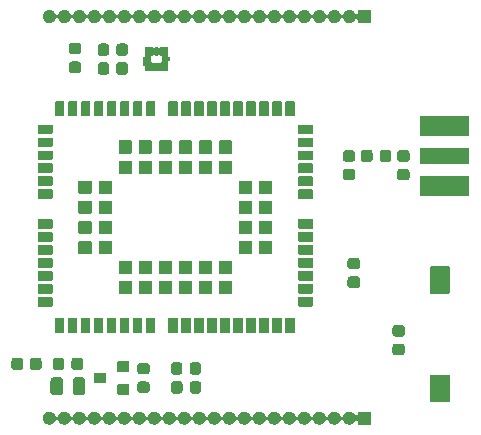
<source format=gbr>
G04 #@! TF.GenerationSoftware,KiCad,Pcbnew,5.99.0-unknown-df3fabf~86~ubuntu18.04.1*
G04 #@! TF.CreationDate,2019-10-31T14:00:15-04:00*
G04 #@! TF.ProjectId,bg96_module_board,62673936-5f6d-46f6-9475-6c655f626f61,rev?*
G04 #@! TF.SameCoordinates,Original*
G04 #@! TF.FileFunction,Soldermask,Top*
G04 #@! TF.FilePolarity,Negative*
%FSLAX46Y46*%
G04 Gerber Fmt 4.6, Leading zero omitted, Abs format (unit mm)*
G04 Created by KiCad (PCBNEW 5.99.0-unknown-df3fabf~86~ubuntu18.04.1) date 2019-10-31 14:00:15*
%MOMM*%
%LPD*%
G04 APERTURE LIST*
G04 APERTURE END LIST*
G36*
X161519899Y-116451959D02*
G01*
X161536769Y-116463231D01*
X161548041Y-116480101D01*
X161554448Y-116512312D01*
X161554448Y-117487688D01*
X161551999Y-117500000D01*
X161548041Y-117519899D01*
X161536769Y-117536769D01*
X161519899Y-117548041D01*
X161500000Y-117551999D01*
X161487688Y-117554448D01*
X160512312Y-117554448D01*
X160480101Y-117548041D01*
X160463231Y-117536769D01*
X160451959Y-117519899D01*
X160445552Y-117487688D01*
X160445552Y-117329367D01*
X160425709Y-117261787D01*
X160372479Y-117215664D01*
X160302764Y-117205640D01*
X160238696Y-117234899D01*
X160224798Y-117252374D01*
X160222889Y-117257676D01*
X160200073Y-117289781D01*
X160185779Y-117316777D01*
X160161608Y-117343906D01*
X160135438Y-117380731D01*
X160111601Y-117400034D01*
X160097063Y-117416351D01*
X160059967Y-117441846D01*
X160018116Y-117475736D01*
X159997971Y-117484453D01*
X159987151Y-117491890D01*
X159936956Y-117510858D01*
X159879568Y-117535692D01*
X159866497Y-117537482D01*
X159862402Y-117539030D01*
X159800634Y-117546504D01*
X159767815Y-117551000D01*
X159698568Y-117551000D01*
X159591657Y-117537494D01*
X159531208Y-117513926D01*
X159503781Y-117508096D01*
X159482648Y-117494993D01*
X159467708Y-117489168D01*
X159426172Y-117459976D01*
X159375478Y-117428544D01*
X159364569Y-117416680D01*
X159358598Y-117412484D01*
X159319558Y-117367731D01*
X159273293Y-117317419D01*
X159239505Y-117251107D01*
X159206534Y-117187226D01*
X159157906Y-117136275D01*
X159089451Y-117119702D01*
X159022903Y-117142770D01*
X158984988Y-117186066D01*
X158965247Y-117223349D01*
X158952889Y-117257676D01*
X158930072Y-117289782D01*
X158915779Y-117316777D01*
X158891608Y-117343906D01*
X158865438Y-117380731D01*
X158841601Y-117400034D01*
X158827063Y-117416351D01*
X158789967Y-117441846D01*
X158748116Y-117475736D01*
X158727971Y-117484453D01*
X158717151Y-117491890D01*
X158666956Y-117510858D01*
X158609568Y-117535692D01*
X158596497Y-117537482D01*
X158592402Y-117539030D01*
X158530634Y-117546504D01*
X158497815Y-117551000D01*
X158428568Y-117551000D01*
X158321657Y-117537494D01*
X158261208Y-117513926D01*
X158233781Y-117508096D01*
X158212648Y-117494993D01*
X158197708Y-117489168D01*
X158156172Y-117459976D01*
X158105478Y-117428544D01*
X158094569Y-117416680D01*
X158088598Y-117412484D01*
X158049558Y-117367731D01*
X158003293Y-117317419D01*
X157969505Y-117251107D01*
X157936534Y-117187226D01*
X157887906Y-117136275D01*
X157819451Y-117119702D01*
X157752903Y-117142770D01*
X157714988Y-117186066D01*
X157695247Y-117223349D01*
X157682889Y-117257676D01*
X157660072Y-117289782D01*
X157645779Y-117316777D01*
X157621608Y-117343906D01*
X157595438Y-117380731D01*
X157571601Y-117400034D01*
X157557063Y-117416351D01*
X157519967Y-117441846D01*
X157478116Y-117475736D01*
X157457971Y-117484453D01*
X157447151Y-117491890D01*
X157396956Y-117510858D01*
X157339568Y-117535692D01*
X157326497Y-117537482D01*
X157322402Y-117539030D01*
X157260634Y-117546504D01*
X157227815Y-117551000D01*
X157158568Y-117551000D01*
X157051657Y-117537494D01*
X156991208Y-117513926D01*
X156963781Y-117508096D01*
X156942648Y-117494993D01*
X156927708Y-117489168D01*
X156886172Y-117459976D01*
X156835478Y-117428544D01*
X156824569Y-117416680D01*
X156818598Y-117412484D01*
X156779558Y-117367731D01*
X156733293Y-117317419D01*
X156699505Y-117251107D01*
X156666534Y-117187226D01*
X156617906Y-117136275D01*
X156549451Y-117119702D01*
X156482903Y-117142770D01*
X156444988Y-117186066D01*
X156425247Y-117223349D01*
X156412889Y-117257676D01*
X156390072Y-117289782D01*
X156375779Y-117316777D01*
X156351608Y-117343906D01*
X156325438Y-117380731D01*
X156301601Y-117400034D01*
X156287063Y-117416351D01*
X156249967Y-117441846D01*
X156208116Y-117475736D01*
X156187971Y-117484453D01*
X156177151Y-117491890D01*
X156126956Y-117510858D01*
X156069568Y-117535692D01*
X156056497Y-117537482D01*
X156052402Y-117539030D01*
X155990634Y-117546504D01*
X155957815Y-117551000D01*
X155888568Y-117551000D01*
X155781657Y-117537494D01*
X155721208Y-117513926D01*
X155693781Y-117508096D01*
X155672648Y-117494993D01*
X155657708Y-117489168D01*
X155616172Y-117459976D01*
X155565478Y-117428544D01*
X155554569Y-117416680D01*
X155548598Y-117412484D01*
X155509558Y-117367731D01*
X155463293Y-117317419D01*
X155429505Y-117251107D01*
X155396534Y-117187226D01*
X155347906Y-117136275D01*
X155279451Y-117119702D01*
X155212903Y-117142770D01*
X155174988Y-117186066D01*
X155155247Y-117223349D01*
X155142889Y-117257676D01*
X155120072Y-117289782D01*
X155105779Y-117316777D01*
X155081608Y-117343906D01*
X155055438Y-117380731D01*
X155031601Y-117400034D01*
X155017063Y-117416351D01*
X154979967Y-117441846D01*
X154938116Y-117475736D01*
X154917971Y-117484453D01*
X154907151Y-117491890D01*
X154856956Y-117510858D01*
X154799568Y-117535692D01*
X154786497Y-117537482D01*
X154782402Y-117539030D01*
X154720634Y-117546504D01*
X154687815Y-117551000D01*
X154618568Y-117551000D01*
X154511657Y-117537494D01*
X154451208Y-117513926D01*
X154423781Y-117508096D01*
X154402648Y-117494993D01*
X154387708Y-117489168D01*
X154346172Y-117459976D01*
X154295478Y-117428544D01*
X154284569Y-117416680D01*
X154278598Y-117412484D01*
X154239558Y-117367731D01*
X154193293Y-117317419D01*
X154159505Y-117251107D01*
X154126534Y-117187226D01*
X154077906Y-117136275D01*
X154009451Y-117119702D01*
X153942903Y-117142770D01*
X153904988Y-117186066D01*
X153885247Y-117223349D01*
X153872889Y-117257676D01*
X153850072Y-117289782D01*
X153835779Y-117316777D01*
X153811608Y-117343906D01*
X153785438Y-117380731D01*
X153761601Y-117400034D01*
X153747063Y-117416351D01*
X153709967Y-117441846D01*
X153668116Y-117475736D01*
X153647971Y-117484453D01*
X153637151Y-117491890D01*
X153586956Y-117510858D01*
X153529568Y-117535692D01*
X153516497Y-117537482D01*
X153512402Y-117539030D01*
X153450634Y-117546504D01*
X153417815Y-117551000D01*
X153348568Y-117551000D01*
X153241657Y-117537494D01*
X153181208Y-117513926D01*
X153153781Y-117508096D01*
X153132648Y-117494993D01*
X153117708Y-117489168D01*
X153076172Y-117459976D01*
X153025478Y-117428544D01*
X153014569Y-117416680D01*
X153008598Y-117412484D01*
X152969558Y-117367731D01*
X152923293Y-117317419D01*
X152889505Y-117251107D01*
X152856534Y-117187226D01*
X152807906Y-117136275D01*
X152739451Y-117119702D01*
X152672903Y-117142770D01*
X152634988Y-117186066D01*
X152615247Y-117223349D01*
X152602889Y-117257676D01*
X152580072Y-117289782D01*
X152565779Y-117316777D01*
X152541608Y-117343906D01*
X152515438Y-117380731D01*
X152491601Y-117400034D01*
X152477063Y-117416351D01*
X152439967Y-117441846D01*
X152398116Y-117475736D01*
X152377971Y-117484453D01*
X152367151Y-117491890D01*
X152316956Y-117510858D01*
X152259568Y-117535692D01*
X152246497Y-117537482D01*
X152242402Y-117539030D01*
X152180634Y-117546504D01*
X152147815Y-117551000D01*
X152078568Y-117551000D01*
X151971657Y-117537494D01*
X151911208Y-117513926D01*
X151883781Y-117508096D01*
X151862648Y-117494993D01*
X151847708Y-117489168D01*
X151806172Y-117459976D01*
X151755478Y-117428544D01*
X151744569Y-117416680D01*
X151738598Y-117412484D01*
X151699558Y-117367731D01*
X151653293Y-117317419D01*
X151619505Y-117251107D01*
X151586534Y-117187226D01*
X151537906Y-117136275D01*
X151469451Y-117119702D01*
X151402903Y-117142770D01*
X151364988Y-117186066D01*
X151345247Y-117223349D01*
X151332889Y-117257676D01*
X151310072Y-117289782D01*
X151295779Y-117316777D01*
X151271608Y-117343906D01*
X151245438Y-117380731D01*
X151221601Y-117400034D01*
X151207063Y-117416351D01*
X151169967Y-117441846D01*
X151128116Y-117475736D01*
X151107971Y-117484453D01*
X151097151Y-117491890D01*
X151046956Y-117510858D01*
X150989568Y-117535692D01*
X150976497Y-117537482D01*
X150972402Y-117539030D01*
X150910634Y-117546504D01*
X150877815Y-117551000D01*
X150808568Y-117551000D01*
X150701657Y-117537494D01*
X150641208Y-117513926D01*
X150613781Y-117508096D01*
X150592648Y-117494993D01*
X150577708Y-117489168D01*
X150536172Y-117459976D01*
X150485478Y-117428544D01*
X150474569Y-117416680D01*
X150468598Y-117412484D01*
X150429558Y-117367731D01*
X150383293Y-117317419D01*
X150349505Y-117251107D01*
X150316534Y-117187226D01*
X150267906Y-117136275D01*
X150199451Y-117119702D01*
X150132903Y-117142770D01*
X150094988Y-117186066D01*
X150075247Y-117223349D01*
X150062889Y-117257676D01*
X150040072Y-117289782D01*
X150025779Y-117316777D01*
X150001608Y-117343906D01*
X149975438Y-117380731D01*
X149951601Y-117400034D01*
X149937063Y-117416351D01*
X149899967Y-117441846D01*
X149858116Y-117475736D01*
X149837971Y-117484453D01*
X149827151Y-117491890D01*
X149776956Y-117510858D01*
X149719568Y-117535692D01*
X149706497Y-117537482D01*
X149702402Y-117539030D01*
X149640634Y-117546504D01*
X149607815Y-117551000D01*
X149538568Y-117551000D01*
X149431657Y-117537494D01*
X149371208Y-117513926D01*
X149343781Y-117508096D01*
X149322648Y-117494993D01*
X149307708Y-117489168D01*
X149266172Y-117459976D01*
X149215478Y-117428544D01*
X149204569Y-117416680D01*
X149198598Y-117412484D01*
X149159558Y-117367731D01*
X149113293Y-117317419D01*
X149079505Y-117251107D01*
X149046534Y-117187226D01*
X148997906Y-117136275D01*
X148929451Y-117119702D01*
X148862903Y-117142770D01*
X148824988Y-117186066D01*
X148805247Y-117223349D01*
X148792889Y-117257676D01*
X148770072Y-117289782D01*
X148755779Y-117316777D01*
X148731608Y-117343906D01*
X148705438Y-117380731D01*
X148681601Y-117400034D01*
X148667063Y-117416351D01*
X148629967Y-117441846D01*
X148588116Y-117475736D01*
X148567971Y-117484453D01*
X148557151Y-117491890D01*
X148506956Y-117510858D01*
X148449568Y-117535692D01*
X148436497Y-117537482D01*
X148432402Y-117539030D01*
X148370634Y-117546504D01*
X148337815Y-117551000D01*
X148268568Y-117551000D01*
X148161657Y-117537494D01*
X148101208Y-117513926D01*
X148073781Y-117508096D01*
X148052648Y-117494993D01*
X148037708Y-117489168D01*
X147996172Y-117459976D01*
X147945478Y-117428544D01*
X147934569Y-117416680D01*
X147928598Y-117412484D01*
X147889558Y-117367731D01*
X147843293Y-117317419D01*
X147809505Y-117251107D01*
X147776534Y-117187226D01*
X147727906Y-117136275D01*
X147659451Y-117119702D01*
X147592903Y-117142770D01*
X147554988Y-117186066D01*
X147535247Y-117223349D01*
X147522889Y-117257676D01*
X147500072Y-117289782D01*
X147485779Y-117316777D01*
X147461608Y-117343906D01*
X147435438Y-117380731D01*
X147411601Y-117400034D01*
X147397063Y-117416351D01*
X147359967Y-117441846D01*
X147318116Y-117475736D01*
X147297971Y-117484453D01*
X147287151Y-117491890D01*
X147236956Y-117510858D01*
X147179568Y-117535692D01*
X147166497Y-117537482D01*
X147162402Y-117539030D01*
X147100634Y-117546504D01*
X147067815Y-117551000D01*
X146998568Y-117551000D01*
X146891657Y-117537494D01*
X146831208Y-117513926D01*
X146803781Y-117508096D01*
X146782648Y-117494993D01*
X146767708Y-117489168D01*
X146726172Y-117459976D01*
X146675478Y-117428544D01*
X146664569Y-117416680D01*
X146658598Y-117412484D01*
X146619558Y-117367731D01*
X146573293Y-117317419D01*
X146539505Y-117251107D01*
X146506534Y-117187226D01*
X146457906Y-117136275D01*
X146389451Y-117119702D01*
X146322903Y-117142770D01*
X146284988Y-117186066D01*
X146265247Y-117223349D01*
X146252889Y-117257676D01*
X146230072Y-117289782D01*
X146215779Y-117316777D01*
X146191608Y-117343906D01*
X146165438Y-117380731D01*
X146141601Y-117400034D01*
X146127063Y-117416351D01*
X146089967Y-117441846D01*
X146048116Y-117475736D01*
X146027971Y-117484453D01*
X146017151Y-117491890D01*
X145966956Y-117510858D01*
X145909568Y-117535692D01*
X145896497Y-117537482D01*
X145892402Y-117539030D01*
X145830634Y-117546504D01*
X145797815Y-117551000D01*
X145728568Y-117551000D01*
X145621657Y-117537494D01*
X145561208Y-117513926D01*
X145533781Y-117508096D01*
X145512648Y-117494993D01*
X145497708Y-117489168D01*
X145456172Y-117459976D01*
X145405478Y-117428544D01*
X145394569Y-117416680D01*
X145388598Y-117412484D01*
X145349558Y-117367731D01*
X145303293Y-117317419D01*
X145269505Y-117251107D01*
X145236534Y-117187226D01*
X145187906Y-117136275D01*
X145119451Y-117119702D01*
X145052903Y-117142770D01*
X145014988Y-117186066D01*
X144995247Y-117223349D01*
X144982889Y-117257676D01*
X144960072Y-117289782D01*
X144945779Y-117316777D01*
X144921608Y-117343906D01*
X144895438Y-117380731D01*
X144871601Y-117400034D01*
X144857063Y-117416351D01*
X144819967Y-117441846D01*
X144778116Y-117475736D01*
X144757971Y-117484453D01*
X144747151Y-117491890D01*
X144696956Y-117510858D01*
X144639568Y-117535692D01*
X144626497Y-117537482D01*
X144622402Y-117539030D01*
X144560634Y-117546504D01*
X144527815Y-117551000D01*
X144458568Y-117551000D01*
X144351657Y-117537494D01*
X144291208Y-117513926D01*
X144263781Y-117508096D01*
X144242648Y-117494993D01*
X144227708Y-117489168D01*
X144186172Y-117459976D01*
X144135478Y-117428544D01*
X144124569Y-117416680D01*
X144118598Y-117412484D01*
X144079558Y-117367731D01*
X144033293Y-117317419D01*
X143999505Y-117251107D01*
X143966534Y-117187226D01*
X143917906Y-117136275D01*
X143849451Y-117119702D01*
X143782903Y-117142770D01*
X143744988Y-117186066D01*
X143725247Y-117223349D01*
X143712889Y-117257676D01*
X143690072Y-117289782D01*
X143675779Y-117316777D01*
X143651608Y-117343906D01*
X143625438Y-117380731D01*
X143601601Y-117400034D01*
X143587063Y-117416351D01*
X143549967Y-117441846D01*
X143508116Y-117475736D01*
X143487971Y-117484453D01*
X143477151Y-117491890D01*
X143426956Y-117510858D01*
X143369568Y-117535692D01*
X143356497Y-117537482D01*
X143352402Y-117539030D01*
X143290634Y-117546504D01*
X143257815Y-117551000D01*
X143188568Y-117551000D01*
X143081657Y-117537494D01*
X143021208Y-117513926D01*
X142993781Y-117508096D01*
X142972648Y-117494993D01*
X142957708Y-117489168D01*
X142916172Y-117459976D01*
X142865478Y-117428544D01*
X142854569Y-117416680D01*
X142848598Y-117412484D01*
X142809558Y-117367731D01*
X142763293Y-117317419D01*
X142729505Y-117251107D01*
X142696534Y-117187226D01*
X142647906Y-117136275D01*
X142579451Y-117119702D01*
X142512903Y-117142770D01*
X142474988Y-117186066D01*
X142455247Y-117223349D01*
X142442889Y-117257676D01*
X142420072Y-117289782D01*
X142405779Y-117316777D01*
X142381608Y-117343906D01*
X142355438Y-117380731D01*
X142331601Y-117400034D01*
X142317063Y-117416351D01*
X142279967Y-117441846D01*
X142238116Y-117475736D01*
X142217971Y-117484453D01*
X142207151Y-117491890D01*
X142156956Y-117510858D01*
X142099568Y-117535692D01*
X142086497Y-117537482D01*
X142082402Y-117539030D01*
X142020634Y-117546504D01*
X141987815Y-117551000D01*
X141918568Y-117551000D01*
X141811657Y-117537494D01*
X141751208Y-117513926D01*
X141723781Y-117508096D01*
X141702648Y-117494993D01*
X141687708Y-117489168D01*
X141646172Y-117459976D01*
X141595478Y-117428544D01*
X141584569Y-117416680D01*
X141578598Y-117412484D01*
X141539558Y-117367731D01*
X141493293Y-117317419D01*
X141459505Y-117251107D01*
X141426534Y-117187226D01*
X141377906Y-117136275D01*
X141309451Y-117119702D01*
X141242903Y-117142770D01*
X141204988Y-117186066D01*
X141185247Y-117223349D01*
X141172889Y-117257676D01*
X141150072Y-117289782D01*
X141135779Y-117316777D01*
X141111608Y-117343906D01*
X141085438Y-117380731D01*
X141061601Y-117400034D01*
X141047063Y-117416351D01*
X141009967Y-117441846D01*
X140968116Y-117475736D01*
X140947971Y-117484453D01*
X140937151Y-117491890D01*
X140886956Y-117510858D01*
X140829568Y-117535692D01*
X140816497Y-117537482D01*
X140812402Y-117539030D01*
X140750634Y-117546504D01*
X140717815Y-117551000D01*
X140648568Y-117551000D01*
X140541657Y-117537494D01*
X140481208Y-117513926D01*
X140453781Y-117508096D01*
X140432648Y-117494993D01*
X140417708Y-117489168D01*
X140376172Y-117459976D01*
X140325478Y-117428544D01*
X140314569Y-117416680D01*
X140308598Y-117412484D01*
X140269558Y-117367731D01*
X140223293Y-117317419D01*
X140189505Y-117251107D01*
X140156534Y-117187226D01*
X140107906Y-117136275D01*
X140039451Y-117119702D01*
X139972903Y-117142770D01*
X139934988Y-117186066D01*
X139915247Y-117223349D01*
X139902889Y-117257676D01*
X139880072Y-117289782D01*
X139865779Y-117316777D01*
X139841608Y-117343906D01*
X139815438Y-117380731D01*
X139791601Y-117400034D01*
X139777063Y-117416351D01*
X139739967Y-117441846D01*
X139698116Y-117475736D01*
X139677971Y-117484453D01*
X139667151Y-117491890D01*
X139616956Y-117510858D01*
X139559568Y-117535692D01*
X139546497Y-117537482D01*
X139542402Y-117539030D01*
X139480634Y-117546504D01*
X139447815Y-117551000D01*
X139378568Y-117551000D01*
X139271657Y-117537494D01*
X139211208Y-117513926D01*
X139183781Y-117508096D01*
X139162648Y-117494993D01*
X139147708Y-117489168D01*
X139106172Y-117459976D01*
X139055478Y-117428544D01*
X139044569Y-117416680D01*
X139038598Y-117412484D01*
X138999558Y-117367731D01*
X138953293Y-117317419D01*
X138919505Y-117251107D01*
X138886534Y-117187226D01*
X138837906Y-117136275D01*
X138769451Y-117119702D01*
X138702903Y-117142770D01*
X138664988Y-117186066D01*
X138645247Y-117223349D01*
X138632889Y-117257676D01*
X138610072Y-117289782D01*
X138595779Y-117316777D01*
X138571608Y-117343906D01*
X138545438Y-117380731D01*
X138521601Y-117400034D01*
X138507063Y-117416351D01*
X138469967Y-117441846D01*
X138428116Y-117475736D01*
X138407971Y-117484453D01*
X138397151Y-117491890D01*
X138346956Y-117510858D01*
X138289568Y-117535692D01*
X138276497Y-117537482D01*
X138272402Y-117539030D01*
X138210634Y-117546504D01*
X138177815Y-117551000D01*
X138108568Y-117551000D01*
X138001657Y-117537494D01*
X137941208Y-117513926D01*
X137913781Y-117508096D01*
X137892648Y-117494993D01*
X137877708Y-117489168D01*
X137836172Y-117459976D01*
X137785478Y-117428544D01*
X137774569Y-117416680D01*
X137768598Y-117412484D01*
X137729558Y-117367731D01*
X137683293Y-117317419D01*
X137649505Y-117251107D01*
X137616534Y-117187226D01*
X137567906Y-117136275D01*
X137499451Y-117119702D01*
X137432903Y-117142770D01*
X137394988Y-117186066D01*
X137375247Y-117223349D01*
X137362889Y-117257676D01*
X137340072Y-117289782D01*
X137325779Y-117316777D01*
X137301608Y-117343906D01*
X137275438Y-117380731D01*
X137251601Y-117400034D01*
X137237063Y-117416351D01*
X137199967Y-117441846D01*
X137158116Y-117475736D01*
X137137971Y-117484453D01*
X137127151Y-117491890D01*
X137076956Y-117510858D01*
X137019568Y-117535692D01*
X137006497Y-117537482D01*
X137002402Y-117539030D01*
X136940634Y-117546504D01*
X136907815Y-117551000D01*
X136838568Y-117551000D01*
X136731657Y-117537494D01*
X136671208Y-117513926D01*
X136643781Y-117508096D01*
X136622648Y-117494993D01*
X136607708Y-117489168D01*
X136566172Y-117459976D01*
X136515478Y-117428544D01*
X136504569Y-117416680D01*
X136498598Y-117412484D01*
X136459558Y-117367731D01*
X136413293Y-117317419D01*
X136379505Y-117251107D01*
X136346534Y-117187226D01*
X136297906Y-117136275D01*
X136229451Y-117119702D01*
X136162903Y-117142770D01*
X136124988Y-117186066D01*
X136105247Y-117223349D01*
X136092889Y-117257676D01*
X136070072Y-117289782D01*
X136055779Y-117316777D01*
X136031608Y-117343906D01*
X136005438Y-117380731D01*
X135981601Y-117400034D01*
X135967063Y-117416351D01*
X135929967Y-117441846D01*
X135888116Y-117475736D01*
X135867971Y-117484453D01*
X135857151Y-117491890D01*
X135806956Y-117510858D01*
X135749568Y-117535692D01*
X135736497Y-117537482D01*
X135732402Y-117539030D01*
X135670634Y-117546504D01*
X135637815Y-117551000D01*
X135568568Y-117551000D01*
X135461657Y-117537494D01*
X135401208Y-117513926D01*
X135373781Y-117508096D01*
X135352648Y-117494993D01*
X135337708Y-117489168D01*
X135296172Y-117459976D01*
X135245478Y-117428544D01*
X135234569Y-117416680D01*
X135228598Y-117412484D01*
X135189558Y-117367731D01*
X135143293Y-117317419D01*
X135109505Y-117251107D01*
X135076534Y-117187226D01*
X135027906Y-117136275D01*
X134959451Y-117119702D01*
X134892903Y-117142770D01*
X134854988Y-117186066D01*
X134835247Y-117223349D01*
X134822889Y-117257676D01*
X134800072Y-117289782D01*
X134785779Y-117316777D01*
X134761608Y-117343906D01*
X134735438Y-117380731D01*
X134711601Y-117400034D01*
X134697063Y-117416351D01*
X134659967Y-117441846D01*
X134618116Y-117475736D01*
X134597971Y-117484453D01*
X134587151Y-117491890D01*
X134536956Y-117510858D01*
X134479568Y-117535692D01*
X134466497Y-117537482D01*
X134462402Y-117539030D01*
X134400634Y-117546504D01*
X134367815Y-117551000D01*
X134298568Y-117551000D01*
X134191657Y-117537494D01*
X134131208Y-117513926D01*
X134103781Y-117508096D01*
X134082648Y-117494993D01*
X134067708Y-117489168D01*
X134026172Y-117459976D01*
X133975478Y-117428544D01*
X133964569Y-117416680D01*
X133958598Y-117412484D01*
X133919558Y-117367731D01*
X133873293Y-117317419D01*
X133839500Y-117251097D01*
X133809760Y-117193476D01*
X133809420Y-117192061D01*
X133804757Y-117182909D01*
X133791822Y-117118760D01*
X133778626Y-117063796D01*
X133778680Y-117053583D01*
X133774917Y-117034923D01*
X133779074Y-116978318D01*
X133779325Y-116930434D01*
X133783940Y-116912060D01*
X133785974Y-116884364D01*
X133802256Y-116839139D01*
X133811813Y-116801089D01*
X133824753Y-116776650D01*
X133837111Y-116742324D01*
X133859928Y-116710218D01*
X133874221Y-116683223D01*
X133898392Y-116656094D01*
X133924562Y-116619269D01*
X133948399Y-116599966D01*
X133962937Y-116583649D01*
X134000033Y-116558154D01*
X134041884Y-116524264D01*
X134062029Y-116515547D01*
X134072849Y-116508110D01*
X134123044Y-116489142D01*
X134180432Y-116464308D01*
X134193503Y-116462518D01*
X134197598Y-116460970D01*
X134259366Y-116453496D01*
X134292185Y-116449000D01*
X134361432Y-116449000D01*
X134468343Y-116462506D01*
X134528792Y-116486074D01*
X134556219Y-116491904D01*
X134577352Y-116505007D01*
X134592292Y-116510832D01*
X134633828Y-116540024D01*
X134684522Y-116571456D01*
X134695431Y-116583320D01*
X134701402Y-116587516D01*
X134740442Y-116632269D01*
X134786707Y-116682581D01*
X134820495Y-116748893D01*
X134853466Y-116812774D01*
X134902094Y-116863725D01*
X134970549Y-116880298D01*
X135037097Y-116857230D01*
X135075012Y-116813934D01*
X135094753Y-116776651D01*
X135107111Y-116742324D01*
X135129928Y-116710218D01*
X135144221Y-116683223D01*
X135168392Y-116656094D01*
X135194562Y-116619269D01*
X135218399Y-116599966D01*
X135232937Y-116583649D01*
X135270033Y-116558154D01*
X135311884Y-116524264D01*
X135332029Y-116515547D01*
X135342849Y-116508110D01*
X135393044Y-116489142D01*
X135450432Y-116464308D01*
X135463503Y-116462518D01*
X135467598Y-116460970D01*
X135529366Y-116453496D01*
X135562185Y-116449000D01*
X135631432Y-116449000D01*
X135738343Y-116462506D01*
X135798792Y-116486074D01*
X135826219Y-116491904D01*
X135847352Y-116505007D01*
X135862292Y-116510832D01*
X135903828Y-116540024D01*
X135954522Y-116571456D01*
X135965431Y-116583320D01*
X135971402Y-116587516D01*
X136010442Y-116632269D01*
X136056707Y-116682581D01*
X136090495Y-116748893D01*
X136123466Y-116812774D01*
X136172094Y-116863725D01*
X136240549Y-116880298D01*
X136307097Y-116857230D01*
X136345012Y-116813934D01*
X136364753Y-116776651D01*
X136377111Y-116742324D01*
X136399928Y-116710218D01*
X136414221Y-116683223D01*
X136438392Y-116656094D01*
X136464562Y-116619269D01*
X136488399Y-116599966D01*
X136502937Y-116583649D01*
X136540033Y-116558154D01*
X136581884Y-116524264D01*
X136602029Y-116515547D01*
X136612849Y-116508110D01*
X136663044Y-116489142D01*
X136720432Y-116464308D01*
X136733503Y-116462518D01*
X136737598Y-116460970D01*
X136799366Y-116453496D01*
X136832185Y-116449000D01*
X136901432Y-116449000D01*
X137008343Y-116462506D01*
X137068792Y-116486074D01*
X137096219Y-116491904D01*
X137117352Y-116505007D01*
X137132292Y-116510832D01*
X137173828Y-116540024D01*
X137224522Y-116571456D01*
X137235431Y-116583320D01*
X137241402Y-116587516D01*
X137280442Y-116632269D01*
X137326707Y-116682581D01*
X137360495Y-116748893D01*
X137393466Y-116812774D01*
X137442094Y-116863725D01*
X137510549Y-116880298D01*
X137577097Y-116857230D01*
X137615012Y-116813934D01*
X137634753Y-116776651D01*
X137647111Y-116742324D01*
X137669928Y-116710218D01*
X137684221Y-116683223D01*
X137708392Y-116656094D01*
X137734562Y-116619269D01*
X137758399Y-116599966D01*
X137772937Y-116583649D01*
X137810033Y-116558154D01*
X137851884Y-116524264D01*
X137872029Y-116515547D01*
X137882849Y-116508110D01*
X137933044Y-116489142D01*
X137990432Y-116464308D01*
X138003503Y-116462518D01*
X138007598Y-116460970D01*
X138069366Y-116453496D01*
X138102185Y-116449000D01*
X138171432Y-116449000D01*
X138278343Y-116462506D01*
X138338792Y-116486074D01*
X138366219Y-116491904D01*
X138387352Y-116505007D01*
X138402292Y-116510832D01*
X138443828Y-116540024D01*
X138494522Y-116571456D01*
X138505431Y-116583320D01*
X138511402Y-116587516D01*
X138550442Y-116632269D01*
X138596707Y-116682581D01*
X138630495Y-116748893D01*
X138663466Y-116812774D01*
X138712094Y-116863725D01*
X138780549Y-116880298D01*
X138847097Y-116857230D01*
X138885012Y-116813934D01*
X138904753Y-116776651D01*
X138917111Y-116742324D01*
X138939928Y-116710218D01*
X138954221Y-116683223D01*
X138978392Y-116656094D01*
X139004562Y-116619269D01*
X139028399Y-116599966D01*
X139042937Y-116583649D01*
X139080033Y-116558154D01*
X139121884Y-116524264D01*
X139142029Y-116515547D01*
X139152849Y-116508110D01*
X139203044Y-116489142D01*
X139260432Y-116464308D01*
X139273503Y-116462518D01*
X139277598Y-116460970D01*
X139339366Y-116453496D01*
X139372185Y-116449000D01*
X139441432Y-116449000D01*
X139548343Y-116462506D01*
X139608792Y-116486074D01*
X139636219Y-116491904D01*
X139657352Y-116505007D01*
X139672292Y-116510832D01*
X139713828Y-116540024D01*
X139764522Y-116571456D01*
X139775431Y-116583320D01*
X139781402Y-116587516D01*
X139820442Y-116632269D01*
X139866707Y-116682581D01*
X139900495Y-116748893D01*
X139933466Y-116812774D01*
X139982094Y-116863725D01*
X140050549Y-116880298D01*
X140117097Y-116857230D01*
X140155012Y-116813934D01*
X140174753Y-116776651D01*
X140187111Y-116742324D01*
X140209928Y-116710218D01*
X140224221Y-116683223D01*
X140248392Y-116656094D01*
X140274562Y-116619269D01*
X140298399Y-116599966D01*
X140312937Y-116583649D01*
X140350033Y-116558154D01*
X140391884Y-116524264D01*
X140412029Y-116515547D01*
X140422849Y-116508110D01*
X140473044Y-116489142D01*
X140530432Y-116464308D01*
X140543503Y-116462518D01*
X140547598Y-116460970D01*
X140609366Y-116453496D01*
X140642185Y-116449000D01*
X140711432Y-116449000D01*
X140818343Y-116462506D01*
X140878792Y-116486074D01*
X140906219Y-116491904D01*
X140927352Y-116505007D01*
X140942292Y-116510832D01*
X140983828Y-116540024D01*
X141034522Y-116571456D01*
X141045431Y-116583320D01*
X141051402Y-116587516D01*
X141090442Y-116632269D01*
X141136707Y-116682581D01*
X141170495Y-116748893D01*
X141203466Y-116812774D01*
X141252094Y-116863725D01*
X141320549Y-116880298D01*
X141387097Y-116857230D01*
X141425012Y-116813934D01*
X141444753Y-116776651D01*
X141457111Y-116742324D01*
X141479928Y-116710218D01*
X141494221Y-116683223D01*
X141518392Y-116656094D01*
X141544562Y-116619269D01*
X141568399Y-116599966D01*
X141582937Y-116583649D01*
X141620033Y-116558154D01*
X141661884Y-116524264D01*
X141682029Y-116515547D01*
X141692849Y-116508110D01*
X141743044Y-116489142D01*
X141800432Y-116464308D01*
X141813503Y-116462518D01*
X141817598Y-116460970D01*
X141879366Y-116453496D01*
X141912185Y-116449000D01*
X141981432Y-116449000D01*
X142088343Y-116462506D01*
X142148792Y-116486074D01*
X142176219Y-116491904D01*
X142197352Y-116505007D01*
X142212292Y-116510832D01*
X142253828Y-116540024D01*
X142304522Y-116571456D01*
X142315431Y-116583320D01*
X142321402Y-116587516D01*
X142360442Y-116632269D01*
X142406707Y-116682581D01*
X142440495Y-116748893D01*
X142473466Y-116812774D01*
X142522094Y-116863725D01*
X142590549Y-116880298D01*
X142657097Y-116857230D01*
X142695012Y-116813934D01*
X142714753Y-116776651D01*
X142727111Y-116742324D01*
X142749928Y-116710218D01*
X142764221Y-116683223D01*
X142788392Y-116656094D01*
X142814562Y-116619269D01*
X142838399Y-116599966D01*
X142852937Y-116583649D01*
X142890033Y-116558154D01*
X142931884Y-116524264D01*
X142952029Y-116515547D01*
X142962849Y-116508110D01*
X143013044Y-116489142D01*
X143070432Y-116464308D01*
X143083503Y-116462518D01*
X143087598Y-116460970D01*
X143149366Y-116453496D01*
X143182185Y-116449000D01*
X143251432Y-116449000D01*
X143358343Y-116462506D01*
X143418792Y-116486074D01*
X143446219Y-116491904D01*
X143467352Y-116505007D01*
X143482292Y-116510832D01*
X143523828Y-116540024D01*
X143574522Y-116571456D01*
X143585431Y-116583320D01*
X143591402Y-116587516D01*
X143630442Y-116632269D01*
X143676707Y-116682581D01*
X143710495Y-116748893D01*
X143743466Y-116812774D01*
X143792094Y-116863725D01*
X143860549Y-116880298D01*
X143927097Y-116857230D01*
X143965012Y-116813934D01*
X143984753Y-116776651D01*
X143997111Y-116742324D01*
X144019928Y-116710218D01*
X144034221Y-116683223D01*
X144058392Y-116656094D01*
X144084562Y-116619269D01*
X144108399Y-116599966D01*
X144122937Y-116583649D01*
X144160033Y-116558154D01*
X144201884Y-116524264D01*
X144222029Y-116515547D01*
X144232849Y-116508110D01*
X144283044Y-116489142D01*
X144340432Y-116464308D01*
X144353503Y-116462518D01*
X144357598Y-116460970D01*
X144419366Y-116453496D01*
X144452185Y-116449000D01*
X144521432Y-116449000D01*
X144628343Y-116462506D01*
X144688792Y-116486074D01*
X144716219Y-116491904D01*
X144737352Y-116505007D01*
X144752292Y-116510832D01*
X144793828Y-116540024D01*
X144844522Y-116571456D01*
X144855431Y-116583320D01*
X144861402Y-116587516D01*
X144900442Y-116632269D01*
X144946707Y-116682581D01*
X144980495Y-116748893D01*
X145013466Y-116812774D01*
X145062094Y-116863725D01*
X145130549Y-116880298D01*
X145197097Y-116857230D01*
X145235012Y-116813934D01*
X145254753Y-116776651D01*
X145267111Y-116742324D01*
X145289928Y-116710218D01*
X145304221Y-116683223D01*
X145328392Y-116656094D01*
X145354562Y-116619269D01*
X145378399Y-116599966D01*
X145392937Y-116583649D01*
X145430033Y-116558154D01*
X145471884Y-116524264D01*
X145492029Y-116515547D01*
X145502849Y-116508110D01*
X145553044Y-116489142D01*
X145610432Y-116464308D01*
X145623503Y-116462518D01*
X145627598Y-116460970D01*
X145689366Y-116453496D01*
X145722185Y-116449000D01*
X145791432Y-116449000D01*
X145898343Y-116462506D01*
X145958792Y-116486074D01*
X145986219Y-116491904D01*
X146007352Y-116505007D01*
X146022292Y-116510832D01*
X146063828Y-116540024D01*
X146114522Y-116571456D01*
X146125431Y-116583320D01*
X146131402Y-116587516D01*
X146170442Y-116632269D01*
X146216707Y-116682581D01*
X146250495Y-116748893D01*
X146283466Y-116812774D01*
X146332094Y-116863725D01*
X146400549Y-116880298D01*
X146467097Y-116857230D01*
X146505012Y-116813934D01*
X146524753Y-116776651D01*
X146537111Y-116742324D01*
X146559928Y-116710218D01*
X146574221Y-116683223D01*
X146598392Y-116656094D01*
X146624562Y-116619269D01*
X146648399Y-116599966D01*
X146662937Y-116583649D01*
X146700033Y-116558154D01*
X146741884Y-116524264D01*
X146762029Y-116515547D01*
X146772849Y-116508110D01*
X146823044Y-116489142D01*
X146880432Y-116464308D01*
X146893503Y-116462518D01*
X146897598Y-116460970D01*
X146959366Y-116453496D01*
X146992185Y-116449000D01*
X147061432Y-116449000D01*
X147168343Y-116462506D01*
X147228792Y-116486074D01*
X147256219Y-116491904D01*
X147277352Y-116505007D01*
X147292292Y-116510832D01*
X147333828Y-116540024D01*
X147384522Y-116571456D01*
X147395431Y-116583320D01*
X147401402Y-116587516D01*
X147440442Y-116632269D01*
X147486707Y-116682581D01*
X147520495Y-116748893D01*
X147553466Y-116812774D01*
X147602094Y-116863725D01*
X147670549Y-116880298D01*
X147737097Y-116857230D01*
X147775012Y-116813934D01*
X147794753Y-116776651D01*
X147807111Y-116742324D01*
X147829928Y-116710218D01*
X147844221Y-116683223D01*
X147868392Y-116656094D01*
X147894562Y-116619269D01*
X147918399Y-116599966D01*
X147932937Y-116583649D01*
X147970033Y-116558154D01*
X148011884Y-116524264D01*
X148032029Y-116515547D01*
X148042849Y-116508110D01*
X148093044Y-116489142D01*
X148150432Y-116464308D01*
X148163503Y-116462518D01*
X148167598Y-116460970D01*
X148229366Y-116453496D01*
X148262185Y-116449000D01*
X148331432Y-116449000D01*
X148438343Y-116462506D01*
X148498792Y-116486074D01*
X148526219Y-116491904D01*
X148547352Y-116505007D01*
X148562292Y-116510832D01*
X148603828Y-116540024D01*
X148654522Y-116571456D01*
X148665431Y-116583320D01*
X148671402Y-116587516D01*
X148710442Y-116632269D01*
X148756707Y-116682581D01*
X148790495Y-116748893D01*
X148823466Y-116812774D01*
X148872094Y-116863725D01*
X148940549Y-116880298D01*
X149007097Y-116857230D01*
X149045012Y-116813934D01*
X149064753Y-116776651D01*
X149077111Y-116742324D01*
X149099928Y-116710218D01*
X149114221Y-116683223D01*
X149138392Y-116656094D01*
X149164562Y-116619269D01*
X149188399Y-116599966D01*
X149202937Y-116583649D01*
X149240033Y-116558154D01*
X149281884Y-116524264D01*
X149302029Y-116515547D01*
X149312849Y-116508110D01*
X149363044Y-116489142D01*
X149420432Y-116464308D01*
X149433503Y-116462518D01*
X149437598Y-116460970D01*
X149499366Y-116453496D01*
X149532185Y-116449000D01*
X149601432Y-116449000D01*
X149708343Y-116462506D01*
X149768792Y-116486074D01*
X149796219Y-116491904D01*
X149817352Y-116505007D01*
X149832292Y-116510832D01*
X149873828Y-116540024D01*
X149924522Y-116571456D01*
X149935431Y-116583320D01*
X149941402Y-116587516D01*
X149980442Y-116632269D01*
X150026707Y-116682581D01*
X150060495Y-116748893D01*
X150093466Y-116812774D01*
X150142094Y-116863725D01*
X150210549Y-116880298D01*
X150277097Y-116857230D01*
X150315012Y-116813934D01*
X150334753Y-116776651D01*
X150347111Y-116742324D01*
X150369928Y-116710218D01*
X150384221Y-116683223D01*
X150408392Y-116656094D01*
X150434562Y-116619269D01*
X150458399Y-116599966D01*
X150472937Y-116583649D01*
X150510033Y-116558154D01*
X150551884Y-116524264D01*
X150572029Y-116515547D01*
X150582849Y-116508110D01*
X150633044Y-116489142D01*
X150690432Y-116464308D01*
X150703503Y-116462518D01*
X150707598Y-116460970D01*
X150769366Y-116453496D01*
X150802185Y-116449000D01*
X150871432Y-116449000D01*
X150978343Y-116462506D01*
X151038792Y-116486074D01*
X151066219Y-116491904D01*
X151087352Y-116505007D01*
X151102292Y-116510832D01*
X151143828Y-116540024D01*
X151194522Y-116571456D01*
X151205431Y-116583320D01*
X151211402Y-116587516D01*
X151250442Y-116632269D01*
X151296707Y-116682581D01*
X151330495Y-116748893D01*
X151363466Y-116812774D01*
X151412094Y-116863725D01*
X151480549Y-116880298D01*
X151547097Y-116857230D01*
X151585012Y-116813934D01*
X151604753Y-116776651D01*
X151617111Y-116742324D01*
X151639928Y-116710218D01*
X151654221Y-116683223D01*
X151678392Y-116656094D01*
X151704562Y-116619269D01*
X151728399Y-116599966D01*
X151742937Y-116583649D01*
X151780033Y-116558154D01*
X151821884Y-116524264D01*
X151842029Y-116515547D01*
X151852849Y-116508110D01*
X151903044Y-116489142D01*
X151960432Y-116464308D01*
X151973503Y-116462518D01*
X151977598Y-116460970D01*
X152039366Y-116453496D01*
X152072185Y-116449000D01*
X152141432Y-116449000D01*
X152248343Y-116462506D01*
X152308792Y-116486074D01*
X152336219Y-116491904D01*
X152357352Y-116505007D01*
X152372292Y-116510832D01*
X152413828Y-116540024D01*
X152464522Y-116571456D01*
X152475431Y-116583320D01*
X152481402Y-116587516D01*
X152520442Y-116632269D01*
X152566707Y-116682581D01*
X152600495Y-116748893D01*
X152633466Y-116812774D01*
X152682094Y-116863725D01*
X152750549Y-116880298D01*
X152817097Y-116857230D01*
X152855012Y-116813934D01*
X152874753Y-116776651D01*
X152887111Y-116742324D01*
X152909928Y-116710218D01*
X152924221Y-116683223D01*
X152948392Y-116656094D01*
X152974562Y-116619269D01*
X152998399Y-116599966D01*
X153012937Y-116583649D01*
X153050033Y-116558154D01*
X153091884Y-116524264D01*
X153112029Y-116515547D01*
X153122849Y-116508110D01*
X153173044Y-116489142D01*
X153230432Y-116464308D01*
X153243503Y-116462518D01*
X153247598Y-116460970D01*
X153309366Y-116453496D01*
X153342185Y-116449000D01*
X153411432Y-116449000D01*
X153518343Y-116462506D01*
X153578792Y-116486074D01*
X153606219Y-116491904D01*
X153627352Y-116505007D01*
X153642292Y-116510832D01*
X153683828Y-116540024D01*
X153734522Y-116571456D01*
X153745431Y-116583320D01*
X153751402Y-116587516D01*
X153790442Y-116632269D01*
X153836707Y-116682581D01*
X153870495Y-116748893D01*
X153903466Y-116812774D01*
X153952094Y-116863725D01*
X154020549Y-116880298D01*
X154087097Y-116857230D01*
X154125012Y-116813934D01*
X154144753Y-116776651D01*
X154157111Y-116742324D01*
X154179928Y-116710218D01*
X154194221Y-116683223D01*
X154218392Y-116656094D01*
X154244562Y-116619269D01*
X154268399Y-116599966D01*
X154282937Y-116583649D01*
X154320033Y-116558154D01*
X154361884Y-116524264D01*
X154382029Y-116515547D01*
X154392849Y-116508110D01*
X154443044Y-116489142D01*
X154500432Y-116464308D01*
X154513503Y-116462518D01*
X154517598Y-116460970D01*
X154579366Y-116453496D01*
X154612185Y-116449000D01*
X154681432Y-116449000D01*
X154788343Y-116462506D01*
X154848792Y-116486074D01*
X154876219Y-116491904D01*
X154897352Y-116505007D01*
X154912292Y-116510832D01*
X154953828Y-116540024D01*
X155004522Y-116571456D01*
X155015431Y-116583320D01*
X155021402Y-116587516D01*
X155060442Y-116632269D01*
X155106707Y-116682581D01*
X155140495Y-116748893D01*
X155173466Y-116812774D01*
X155222094Y-116863725D01*
X155290549Y-116880298D01*
X155357097Y-116857230D01*
X155395012Y-116813934D01*
X155414753Y-116776651D01*
X155427111Y-116742324D01*
X155449928Y-116710218D01*
X155464221Y-116683223D01*
X155488392Y-116656094D01*
X155514562Y-116619269D01*
X155538399Y-116599966D01*
X155552937Y-116583649D01*
X155590033Y-116558154D01*
X155631884Y-116524264D01*
X155652029Y-116515547D01*
X155662849Y-116508110D01*
X155713044Y-116489142D01*
X155770432Y-116464308D01*
X155783503Y-116462518D01*
X155787598Y-116460970D01*
X155849366Y-116453496D01*
X155882185Y-116449000D01*
X155951432Y-116449000D01*
X156058343Y-116462506D01*
X156118792Y-116486074D01*
X156146219Y-116491904D01*
X156167352Y-116505007D01*
X156182292Y-116510832D01*
X156223828Y-116540024D01*
X156274522Y-116571456D01*
X156285431Y-116583320D01*
X156291402Y-116587516D01*
X156330442Y-116632269D01*
X156376707Y-116682581D01*
X156410495Y-116748893D01*
X156443466Y-116812774D01*
X156492094Y-116863725D01*
X156560549Y-116880298D01*
X156627097Y-116857230D01*
X156665012Y-116813934D01*
X156684753Y-116776651D01*
X156697111Y-116742324D01*
X156719928Y-116710218D01*
X156734221Y-116683223D01*
X156758392Y-116656094D01*
X156784562Y-116619269D01*
X156808399Y-116599966D01*
X156822937Y-116583649D01*
X156860033Y-116558154D01*
X156901884Y-116524264D01*
X156922029Y-116515547D01*
X156932849Y-116508110D01*
X156983044Y-116489142D01*
X157040432Y-116464308D01*
X157053503Y-116462518D01*
X157057598Y-116460970D01*
X157119366Y-116453496D01*
X157152185Y-116449000D01*
X157221432Y-116449000D01*
X157328343Y-116462506D01*
X157388792Y-116486074D01*
X157416219Y-116491904D01*
X157437352Y-116505007D01*
X157452292Y-116510832D01*
X157493828Y-116540024D01*
X157544522Y-116571456D01*
X157555431Y-116583320D01*
X157561402Y-116587516D01*
X157600442Y-116632269D01*
X157646707Y-116682581D01*
X157680495Y-116748893D01*
X157713466Y-116812774D01*
X157762094Y-116863725D01*
X157830549Y-116880298D01*
X157897097Y-116857230D01*
X157935012Y-116813934D01*
X157954753Y-116776651D01*
X157967111Y-116742324D01*
X157989928Y-116710218D01*
X158004221Y-116683223D01*
X158028392Y-116656094D01*
X158054562Y-116619269D01*
X158078399Y-116599966D01*
X158092937Y-116583649D01*
X158130033Y-116558154D01*
X158171884Y-116524264D01*
X158192029Y-116515547D01*
X158202849Y-116508110D01*
X158253044Y-116489142D01*
X158310432Y-116464308D01*
X158323503Y-116462518D01*
X158327598Y-116460970D01*
X158389366Y-116453496D01*
X158422185Y-116449000D01*
X158491432Y-116449000D01*
X158598343Y-116462506D01*
X158658792Y-116486074D01*
X158686219Y-116491904D01*
X158707352Y-116505007D01*
X158722292Y-116510832D01*
X158763828Y-116540024D01*
X158814522Y-116571456D01*
X158825431Y-116583320D01*
X158831402Y-116587516D01*
X158870442Y-116632269D01*
X158916707Y-116682581D01*
X158950495Y-116748893D01*
X158983466Y-116812774D01*
X159032094Y-116863725D01*
X159100549Y-116880298D01*
X159167097Y-116857230D01*
X159205012Y-116813934D01*
X159224753Y-116776651D01*
X159237111Y-116742324D01*
X159259928Y-116710218D01*
X159274221Y-116683223D01*
X159298392Y-116656094D01*
X159324562Y-116619269D01*
X159348399Y-116599966D01*
X159362937Y-116583649D01*
X159400033Y-116558154D01*
X159441884Y-116524264D01*
X159462029Y-116515547D01*
X159472849Y-116508110D01*
X159523044Y-116489142D01*
X159580432Y-116464308D01*
X159593503Y-116462518D01*
X159597598Y-116460970D01*
X159659366Y-116453496D01*
X159692185Y-116449000D01*
X159761432Y-116449000D01*
X159868343Y-116462506D01*
X159928792Y-116486074D01*
X159956219Y-116491904D01*
X159977352Y-116505007D01*
X159992292Y-116510832D01*
X160033828Y-116540024D01*
X160084522Y-116571456D01*
X160095431Y-116583320D01*
X160101402Y-116587516D01*
X160140442Y-116632269D01*
X160186707Y-116682581D01*
X160209780Y-116727864D01*
X160258105Y-116778498D01*
X160326560Y-116795071D01*
X160393108Y-116772003D01*
X160436620Y-116716618D01*
X160445552Y-116670216D01*
X160445552Y-116512312D01*
X160451959Y-116480101D01*
X160463231Y-116463231D01*
X160480101Y-116451959D01*
X160512312Y-116445552D01*
X161487688Y-116445552D01*
X161519899Y-116451959D01*
G37*
G36*
X168219899Y-113351959D02*
G01*
X168236769Y-113363231D01*
X168248041Y-113380101D01*
X168254448Y-113412312D01*
X168254448Y-115567688D01*
X168251999Y-115580000D01*
X168248041Y-115599899D01*
X168236769Y-115616769D01*
X168219899Y-115628041D01*
X168200000Y-115631999D01*
X168187688Y-115634448D01*
X166612312Y-115634448D01*
X166580101Y-115628041D01*
X166563231Y-115616769D01*
X166551959Y-115599899D01*
X166545552Y-115567688D01*
X166545552Y-113412312D01*
X166551959Y-113380101D01*
X166563231Y-113363231D01*
X166580101Y-113351959D01*
X166612312Y-113345552D01*
X168187688Y-113345552D01*
X168219899Y-113351959D01*
G37*
G36*
X137076652Y-113548117D02*
G01*
X137077027Y-113548117D01*
X137079106Y-113548506D01*
X137170430Y-113562970D01*
X137178513Y-113567088D01*
X137185347Y-113568366D01*
X137205453Y-113580815D01*
X137253620Y-113605357D01*
X137267488Y-113619225D01*
X137279039Y-113626377D01*
X137292607Y-113644344D01*
X137319643Y-113671380D01*
X137333374Y-113698328D01*
X137345447Y-113714316D01*
X137348814Y-113728632D01*
X137362030Y-113754570D01*
X137376701Y-113847200D01*
X137376883Y-113847973D01*
X137376883Y-113848348D01*
X137378194Y-113856625D01*
X137378194Y-114743375D01*
X137376883Y-114751652D01*
X137376883Y-114752027D01*
X137376494Y-114754106D01*
X137362030Y-114845430D01*
X137357912Y-114853513D01*
X137356634Y-114860347D01*
X137344185Y-114880453D01*
X137319643Y-114928620D01*
X137305775Y-114942488D01*
X137298623Y-114954039D01*
X137280656Y-114967607D01*
X137253620Y-114994643D01*
X137226672Y-115008374D01*
X137210684Y-115020447D01*
X137196368Y-115023814D01*
X137170430Y-115037030D01*
X137077800Y-115051701D01*
X137077027Y-115051883D01*
X137076652Y-115051883D01*
X137068375Y-115053194D01*
X136606625Y-115053194D01*
X136598348Y-115051883D01*
X136597973Y-115051883D01*
X136595894Y-115051494D01*
X136504570Y-115037030D01*
X136496487Y-115032912D01*
X136489653Y-115031634D01*
X136469547Y-115019185D01*
X136421380Y-114994643D01*
X136407512Y-114980775D01*
X136395961Y-114973623D01*
X136382393Y-114955656D01*
X136355357Y-114928620D01*
X136341626Y-114901672D01*
X136329553Y-114885684D01*
X136326186Y-114871368D01*
X136312970Y-114845430D01*
X136298299Y-114752800D01*
X136298117Y-114752027D01*
X136298117Y-114751652D01*
X136296806Y-114743375D01*
X136296806Y-113856625D01*
X136298117Y-113848348D01*
X136298117Y-113847973D01*
X136298506Y-113845894D01*
X136312970Y-113754570D01*
X136317088Y-113746487D01*
X136318366Y-113739653D01*
X136330815Y-113719547D01*
X136355357Y-113671380D01*
X136369225Y-113657512D01*
X136376377Y-113645961D01*
X136394344Y-113632393D01*
X136421380Y-113605357D01*
X136448328Y-113591626D01*
X136464316Y-113579553D01*
X136478632Y-113576186D01*
X136504570Y-113562970D01*
X136597200Y-113548299D01*
X136597973Y-113548117D01*
X136598348Y-113548117D01*
X136606625Y-113546806D01*
X137068375Y-113546806D01*
X137076652Y-113548117D01*
G37*
G36*
X135201652Y-113548117D02*
G01*
X135202027Y-113548117D01*
X135204106Y-113548506D01*
X135295430Y-113562970D01*
X135303513Y-113567088D01*
X135310347Y-113568366D01*
X135330453Y-113580815D01*
X135378620Y-113605357D01*
X135392488Y-113619225D01*
X135404039Y-113626377D01*
X135417607Y-113644344D01*
X135444643Y-113671380D01*
X135458374Y-113698328D01*
X135470447Y-113714316D01*
X135473814Y-113728632D01*
X135487030Y-113754570D01*
X135501701Y-113847200D01*
X135501883Y-113847973D01*
X135501883Y-113848348D01*
X135503194Y-113856625D01*
X135503194Y-114743375D01*
X135501883Y-114751652D01*
X135501883Y-114752027D01*
X135501494Y-114754106D01*
X135487030Y-114845430D01*
X135482912Y-114853513D01*
X135481634Y-114860347D01*
X135469185Y-114880453D01*
X135444643Y-114928620D01*
X135430775Y-114942488D01*
X135423623Y-114954039D01*
X135405656Y-114967607D01*
X135378620Y-114994643D01*
X135351672Y-115008374D01*
X135335684Y-115020447D01*
X135321368Y-115023814D01*
X135295430Y-115037030D01*
X135202800Y-115051701D01*
X135202027Y-115051883D01*
X135201652Y-115051883D01*
X135193375Y-115053194D01*
X134731625Y-115053194D01*
X134723348Y-115051883D01*
X134722973Y-115051883D01*
X134720894Y-115051494D01*
X134629570Y-115037030D01*
X134621487Y-115032912D01*
X134614653Y-115031634D01*
X134594547Y-115019185D01*
X134546380Y-114994643D01*
X134532512Y-114980775D01*
X134520961Y-114973623D01*
X134507393Y-114955656D01*
X134480357Y-114928620D01*
X134466626Y-114901672D01*
X134454553Y-114885684D01*
X134451186Y-114871368D01*
X134437970Y-114845430D01*
X134423299Y-114752800D01*
X134423117Y-114752027D01*
X134423117Y-114751652D01*
X134421806Y-114743375D01*
X134421806Y-113856625D01*
X134423117Y-113848348D01*
X134423117Y-113847973D01*
X134423506Y-113845894D01*
X134437970Y-113754570D01*
X134442088Y-113746487D01*
X134443366Y-113739653D01*
X134455815Y-113719547D01*
X134480357Y-113671380D01*
X134494225Y-113657512D01*
X134501377Y-113645961D01*
X134519344Y-113632393D01*
X134546380Y-113605357D01*
X134573328Y-113591626D01*
X134589316Y-113579553D01*
X134603632Y-113576186D01*
X134629570Y-113562970D01*
X134722200Y-113548299D01*
X134722973Y-113548117D01*
X134723348Y-113548117D01*
X134731625Y-113546806D01*
X135193375Y-113546806D01*
X135201652Y-113548117D01*
G37*
G36*
X141069899Y-114101959D02*
G01*
X141086769Y-114113231D01*
X141098041Y-114130101D01*
X141104448Y-114162312D01*
X141104448Y-114937688D01*
X141101999Y-114950000D01*
X141098041Y-114969899D01*
X141086769Y-114986769D01*
X141069899Y-114998041D01*
X141050000Y-115001999D01*
X141037688Y-115004448D01*
X140162312Y-115004448D01*
X140130101Y-114998041D01*
X140113231Y-114986769D01*
X140101959Y-114969899D01*
X140095552Y-114937688D01*
X140095552Y-114162312D01*
X140101959Y-114130101D01*
X140113231Y-114113231D01*
X140130101Y-114101959D01*
X140162312Y-114095552D01*
X141037688Y-114095552D01*
X141069899Y-114101959D01*
G37*
G36*
X145338731Y-113873001D02*
G01*
X145339464Y-113873001D01*
X145342329Y-113873571D01*
X145425418Y-113886731D01*
X145436260Y-113892255D01*
X145444715Y-113893937D01*
X145461268Y-113904998D01*
X145501554Y-113925524D01*
X145520816Y-113944786D01*
X145533943Y-113953557D01*
X145542714Y-113966684D01*
X145561976Y-113985946D01*
X145582502Y-114026232D01*
X145593563Y-114042785D01*
X145595245Y-114051240D01*
X145600769Y-114062082D01*
X145613929Y-114145171D01*
X145614499Y-114148036D01*
X145614499Y-114148769D01*
X145615694Y-114156314D01*
X145615694Y-114643686D01*
X145614499Y-114651231D01*
X145614499Y-114651964D01*
X145613929Y-114654829D01*
X145600769Y-114737918D01*
X145595245Y-114748760D01*
X145593563Y-114757215D01*
X145582502Y-114773768D01*
X145561976Y-114814054D01*
X145542714Y-114833316D01*
X145533943Y-114846443D01*
X145520816Y-114855214D01*
X145501554Y-114874476D01*
X145461268Y-114895002D01*
X145444715Y-114906063D01*
X145436260Y-114907745D01*
X145425418Y-114913269D01*
X145342329Y-114926429D01*
X145339464Y-114926999D01*
X145338731Y-114926999D01*
X145331186Y-114928194D01*
X144918814Y-114928194D01*
X144911269Y-114926999D01*
X144910536Y-114926999D01*
X144907671Y-114926429D01*
X144824582Y-114913269D01*
X144813740Y-114907745D01*
X144805285Y-114906063D01*
X144788732Y-114895002D01*
X144748446Y-114874476D01*
X144729184Y-114855214D01*
X144716057Y-114846443D01*
X144707286Y-114833316D01*
X144688024Y-114814054D01*
X144667498Y-114773768D01*
X144656437Y-114757215D01*
X144654755Y-114748760D01*
X144649231Y-114737918D01*
X144636071Y-114654829D01*
X144635501Y-114651964D01*
X144635501Y-114651231D01*
X144634306Y-114643686D01*
X144634306Y-114156314D01*
X144635501Y-114148769D01*
X144635501Y-114148036D01*
X144636071Y-114145171D01*
X144649231Y-114062082D01*
X144654755Y-114051240D01*
X144656437Y-114042785D01*
X144667498Y-114026232D01*
X144688024Y-113985946D01*
X144707286Y-113966684D01*
X144716057Y-113953557D01*
X144729184Y-113944786D01*
X144748446Y-113925524D01*
X144788732Y-113904998D01*
X144805285Y-113893937D01*
X144813740Y-113892255D01*
X144824582Y-113886731D01*
X144907671Y-113873571D01*
X144910536Y-113873001D01*
X144911269Y-113873001D01*
X144918814Y-113871806D01*
X145331186Y-113871806D01*
X145338731Y-113873001D01*
G37*
G36*
X146913731Y-113873001D02*
G01*
X146914464Y-113873001D01*
X146917329Y-113873571D01*
X147000418Y-113886731D01*
X147011260Y-113892255D01*
X147019715Y-113893937D01*
X147036268Y-113904998D01*
X147076554Y-113925524D01*
X147095816Y-113944786D01*
X147108943Y-113953557D01*
X147117714Y-113966684D01*
X147136976Y-113985946D01*
X147157502Y-114026232D01*
X147168563Y-114042785D01*
X147170245Y-114051240D01*
X147175769Y-114062082D01*
X147188929Y-114145171D01*
X147189499Y-114148036D01*
X147189499Y-114148769D01*
X147190694Y-114156314D01*
X147190694Y-114643686D01*
X147189499Y-114651231D01*
X147189499Y-114651964D01*
X147188929Y-114654829D01*
X147175769Y-114737918D01*
X147170245Y-114748760D01*
X147168563Y-114757215D01*
X147157502Y-114773768D01*
X147136976Y-114814054D01*
X147117714Y-114833316D01*
X147108943Y-114846443D01*
X147095816Y-114855214D01*
X147076554Y-114874476D01*
X147036268Y-114895002D01*
X147019715Y-114906063D01*
X147011260Y-114907745D01*
X147000418Y-114913269D01*
X146917329Y-114926429D01*
X146914464Y-114926999D01*
X146913731Y-114926999D01*
X146906186Y-114928194D01*
X146493814Y-114928194D01*
X146486269Y-114926999D01*
X146485536Y-114926999D01*
X146482671Y-114926429D01*
X146399582Y-114913269D01*
X146388740Y-114907745D01*
X146380285Y-114906063D01*
X146363732Y-114895002D01*
X146323446Y-114874476D01*
X146304184Y-114855214D01*
X146291057Y-114846443D01*
X146282286Y-114833316D01*
X146263024Y-114814054D01*
X146242498Y-114773768D01*
X146231437Y-114757215D01*
X146229755Y-114748760D01*
X146224231Y-114737918D01*
X146211071Y-114654829D01*
X146210501Y-114651964D01*
X146210501Y-114651231D01*
X146209306Y-114643686D01*
X146209306Y-114156314D01*
X146210501Y-114148769D01*
X146210501Y-114148036D01*
X146211071Y-114145171D01*
X146224231Y-114062082D01*
X146229755Y-114051240D01*
X146231437Y-114042785D01*
X146242498Y-114026232D01*
X146263024Y-113985946D01*
X146282286Y-113966684D01*
X146291057Y-113953557D01*
X146304184Y-113944786D01*
X146323446Y-113925524D01*
X146363732Y-113904998D01*
X146380285Y-113893937D01*
X146388740Y-113892255D01*
X146399582Y-113886731D01*
X146482671Y-113873571D01*
X146485536Y-113873001D01*
X146486269Y-113873001D01*
X146493814Y-113871806D01*
X146906186Y-113871806D01*
X146913731Y-113873001D01*
G37*
G36*
X142551231Y-113898001D02*
G01*
X142551964Y-113898001D01*
X142554829Y-113898571D01*
X142637918Y-113911731D01*
X142648760Y-113917255D01*
X142657215Y-113918937D01*
X142673768Y-113929998D01*
X142714054Y-113950524D01*
X142733316Y-113969786D01*
X142746443Y-113978557D01*
X142755214Y-113991684D01*
X142774476Y-114010946D01*
X142795002Y-114051232D01*
X142806063Y-114067785D01*
X142807745Y-114076240D01*
X142813269Y-114087082D01*
X142826429Y-114170171D01*
X142826999Y-114173036D01*
X142826999Y-114173769D01*
X142828194Y-114181314D01*
X142828194Y-114593686D01*
X142826999Y-114601231D01*
X142826999Y-114601964D01*
X142826429Y-114604829D01*
X142813269Y-114687918D01*
X142807745Y-114698760D01*
X142806063Y-114707215D01*
X142795002Y-114723768D01*
X142774476Y-114764054D01*
X142755214Y-114783316D01*
X142746443Y-114796443D01*
X142733316Y-114805214D01*
X142714054Y-114824476D01*
X142673768Y-114845002D01*
X142657215Y-114856063D01*
X142648760Y-114857745D01*
X142637918Y-114863269D01*
X142554829Y-114876429D01*
X142551964Y-114876999D01*
X142551231Y-114876999D01*
X142543686Y-114878194D01*
X142056314Y-114878194D01*
X142048769Y-114876999D01*
X142048036Y-114876999D01*
X142045171Y-114876429D01*
X141962082Y-114863269D01*
X141951240Y-114857745D01*
X141942785Y-114856063D01*
X141926232Y-114845002D01*
X141885946Y-114824476D01*
X141866684Y-114805214D01*
X141853557Y-114796443D01*
X141844786Y-114783316D01*
X141825524Y-114764054D01*
X141804998Y-114723768D01*
X141793937Y-114707215D01*
X141792255Y-114698760D01*
X141786731Y-114687918D01*
X141773571Y-114604829D01*
X141773001Y-114601964D01*
X141773001Y-114601231D01*
X141771806Y-114593686D01*
X141771806Y-114181314D01*
X141773001Y-114173769D01*
X141773001Y-114173036D01*
X141773571Y-114170171D01*
X141786731Y-114087082D01*
X141792255Y-114076240D01*
X141793937Y-114067785D01*
X141804998Y-114051232D01*
X141825524Y-114010946D01*
X141844786Y-113991684D01*
X141853557Y-113978557D01*
X141866684Y-113969786D01*
X141885946Y-113950524D01*
X141926232Y-113929998D01*
X141942785Y-113918937D01*
X141951240Y-113917255D01*
X141962082Y-113911731D01*
X142045171Y-113898571D01*
X142048036Y-113898001D01*
X142048769Y-113898001D01*
X142056314Y-113896806D01*
X142543686Y-113896806D01*
X142551231Y-113898001D01*
G37*
G36*
X139069899Y-113151959D02*
G01*
X139086769Y-113163231D01*
X139098041Y-113180101D01*
X139104448Y-113212312D01*
X139104448Y-113987688D01*
X139101999Y-114000000D01*
X139098041Y-114019899D01*
X139086769Y-114036769D01*
X139069899Y-114048041D01*
X139050000Y-114051999D01*
X139037688Y-114054448D01*
X138162312Y-114054448D01*
X138130101Y-114048041D01*
X138113231Y-114036769D01*
X138101959Y-114019899D01*
X138095552Y-113987688D01*
X138095552Y-113212312D01*
X138101959Y-113180101D01*
X138113231Y-113163231D01*
X138130101Y-113151959D01*
X138162312Y-113145552D01*
X139037688Y-113145552D01*
X139069899Y-113151959D01*
G37*
G36*
X145326231Y-112273001D02*
G01*
X145326964Y-112273001D01*
X145329829Y-112273571D01*
X145412918Y-112286731D01*
X145423760Y-112292255D01*
X145432215Y-112293937D01*
X145448768Y-112304998D01*
X145489054Y-112325524D01*
X145508316Y-112344786D01*
X145521443Y-112353557D01*
X145530214Y-112366684D01*
X145549476Y-112385946D01*
X145570002Y-112426232D01*
X145581063Y-112442785D01*
X145582745Y-112451240D01*
X145588269Y-112462082D01*
X145601429Y-112545171D01*
X145601999Y-112548036D01*
X145601999Y-112548769D01*
X145603194Y-112556314D01*
X145603194Y-113043686D01*
X145601999Y-113051231D01*
X145601999Y-113051964D01*
X145601429Y-113054829D01*
X145588269Y-113137918D01*
X145582745Y-113148760D01*
X145581063Y-113157215D01*
X145570002Y-113173768D01*
X145549476Y-113214054D01*
X145530214Y-113233316D01*
X145521443Y-113246443D01*
X145508316Y-113255214D01*
X145489054Y-113274476D01*
X145448768Y-113295002D01*
X145432215Y-113306063D01*
X145423760Y-113307745D01*
X145412918Y-113313269D01*
X145329829Y-113326429D01*
X145326964Y-113326999D01*
X145326231Y-113326999D01*
X145318686Y-113328194D01*
X144906314Y-113328194D01*
X144898769Y-113326999D01*
X144898036Y-113326999D01*
X144895171Y-113326429D01*
X144812082Y-113313269D01*
X144801240Y-113307745D01*
X144792785Y-113306063D01*
X144776232Y-113295002D01*
X144735946Y-113274476D01*
X144716684Y-113255214D01*
X144703557Y-113246443D01*
X144694786Y-113233316D01*
X144675524Y-113214054D01*
X144654998Y-113173768D01*
X144643937Y-113157215D01*
X144642255Y-113148760D01*
X144636731Y-113137918D01*
X144623571Y-113054829D01*
X144623001Y-113051964D01*
X144623001Y-113051231D01*
X144621806Y-113043686D01*
X144621806Y-112556314D01*
X144623001Y-112548769D01*
X144623001Y-112548036D01*
X144623571Y-112545171D01*
X144636731Y-112462082D01*
X144642255Y-112451240D01*
X144643937Y-112442785D01*
X144654998Y-112426232D01*
X144675524Y-112385946D01*
X144694786Y-112366684D01*
X144703557Y-112353557D01*
X144716684Y-112344786D01*
X144735946Y-112325524D01*
X144776232Y-112304998D01*
X144792785Y-112293937D01*
X144801240Y-112292255D01*
X144812082Y-112286731D01*
X144895171Y-112273571D01*
X144898036Y-112273001D01*
X144898769Y-112273001D01*
X144906314Y-112271806D01*
X145318686Y-112271806D01*
X145326231Y-112273001D01*
G37*
G36*
X146901231Y-112273001D02*
G01*
X146901964Y-112273001D01*
X146904829Y-112273571D01*
X146987918Y-112286731D01*
X146998760Y-112292255D01*
X147007215Y-112293937D01*
X147023768Y-112304998D01*
X147064054Y-112325524D01*
X147083316Y-112344786D01*
X147096443Y-112353557D01*
X147105214Y-112366684D01*
X147124476Y-112385946D01*
X147145002Y-112426232D01*
X147156063Y-112442785D01*
X147157745Y-112451240D01*
X147163269Y-112462082D01*
X147176429Y-112545171D01*
X147176999Y-112548036D01*
X147176999Y-112548769D01*
X147178194Y-112556314D01*
X147178194Y-113043686D01*
X147176999Y-113051231D01*
X147176999Y-113051964D01*
X147176429Y-113054829D01*
X147163269Y-113137918D01*
X147157745Y-113148760D01*
X147156063Y-113157215D01*
X147145002Y-113173768D01*
X147124476Y-113214054D01*
X147105214Y-113233316D01*
X147096443Y-113246443D01*
X147083316Y-113255214D01*
X147064054Y-113274476D01*
X147023768Y-113295002D01*
X147007215Y-113306063D01*
X146998760Y-113307745D01*
X146987918Y-113313269D01*
X146904829Y-113326429D01*
X146901964Y-113326999D01*
X146901231Y-113326999D01*
X146893686Y-113328194D01*
X146481314Y-113328194D01*
X146473769Y-113326999D01*
X146473036Y-113326999D01*
X146470171Y-113326429D01*
X146387082Y-113313269D01*
X146376240Y-113307745D01*
X146367785Y-113306063D01*
X146351232Y-113295002D01*
X146310946Y-113274476D01*
X146291684Y-113255214D01*
X146278557Y-113246443D01*
X146269786Y-113233316D01*
X146250524Y-113214054D01*
X146229998Y-113173768D01*
X146218937Y-113157215D01*
X146217255Y-113148760D01*
X146211731Y-113137918D01*
X146198571Y-113054829D01*
X146198001Y-113051964D01*
X146198001Y-113051231D01*
X146196806Y-113043686D01*
X146196806Y-112556314D01*
X146198001Y-112548769D01*
X146198001Y-112548036D01*
X146198571Y-112545171D01*
X146211731Y-112462082D01*
X146217255Y-112451240D01*
X146218937Y-112442785D01*
X146229998Y-112426232D01*
X146250524Y-112385946D01*
X146269786Y-112366684D01*
X146278557Y-112353557D01*
X146291684Y-112344786D01*
X146310946Y-112325524D01*
X146351232Y-112304998D01*
X146367785Y-112293937D01*
X146376240Y-112292255D01*
X146387082Y-112286731D01*
X146470171Y-112273571D01*
X146473036Y-112273001D01*
X146473769Y-112273001D01*
X146481314Y-112271806D01*
X146893686Y-112271806D01*
X146901231Y-112273001D01*
G37*
G36*
X142551231Y-112323001D02*
G01*
X142551964Y-112323001D01*
X142554829Y-112323571D01*
X142637918Y-112336731D01*
X142648760Y-112342255D01*
X142657215Y-112343937D01*
X142673768Y-112354998D01*
X142714054Y-112375524D01*
X142733316Y-112394786D01*
X142746443Y-112403557D01*
X142755214Y-112416684D01*
X142774476Y-112435946D01*
X142795002Y-112476232D01*
X142806063Y-112492785D01*
X142807745Y-112501240D01*
X142813269Y-112512082D01*
X142826429Y-112595171D01*
X142826999Y-112598036D01*
X142826999Y-112598769D01*
X142828194Y-112606314D01*
X142828194Y-113018686D01*
X142826999Y-113026231D01*
X142826999Y-113026964D01*
X142826429Y-113029829D01*
X142813269Y-113112918D01*
X142807745Y-113123760D01*
X142806063Y-113132215D01*
X142795002Y-113148768D01*
X142774476Y-113189054D01*
X142755214Y-113208316D01*
X142746443Y-113221443D01*
X142733316Y-113230214D01*
X142714054Y-113249476D01*
X142673768Y-113270002D01*
X142657215Y-113281063D01*
X142648760Y-113282745D01*
X142637918Y-113288269D01*
X142554829Y-113301429D01*
X142551964Y-113301999D01*
X142551231Y-113301999D01*
X142543686Y-113303194D01*
X142056314Y-113303194D01*
X142048769Y-113301999D01*
X142048036Y-113301999D01*
X142045171Y-113301429D01*
X141962082Y-113288269D01*
X141951240Y-113282745D01*
X141942785Y-113281063D01*
X141926232Y-113270002D01*
X141885946Y-113249476D01*
X141866684Y-113230214D01*
X141853557Y-113221443D01*
X141844786Y-113208316D01*
X141825524Y-113189054D01*
X141804998Y-113148768D01*
X141793937Y-113132215D01*
X141792255Y-113123760D01*
X141786731Y-113112918D01*
X141773571Y-113029829D01*
X141773001Y-113026964D01*
X141773001Y-113026231D01*
X141771806Y-113018686D01*
X141771806Y-112606314D01*
X141773001Y-112598769D01*
X141773001Y-112598036D01*
X141773571Y-112595171D01*
X141786731Y-112512082D01*
X141792255Y-112501240D01*
X141793937Y-112492785D01*
X141804998Y-112476232D01*
X141825524Y-112435946D01*
X141844786Y-112416684D01*
X141853557Y-112403557D01*
X141866684Y-112394786D01*
X141885946Y-112375524D01*
X141926232Y-112354998D01*
X141942785Y-112343937D01*
X141951240Y-112342255D01*
X141962082Y-112336731D01*
X142045171Y-112323571D01*
X142048036Y-112323001D01*
X142048769Y-112323001D01*
X142056314Y-112321806D01*
X142543686Y-112321806D01*
X142551231Y-112323001D01*
G37*
G36*
X141069899Y-112201959D02*
G01*
X141086769Y-112213231D01*
X141098041Y-112230101D01*
X141104448Y-112262312D01*
X141104448Y-113037688D01*
X141101999Y-113050000D01*
X141098041Y-113069899D01*
X141086769Y-113086769D01*
X141069899Y-113098041D01*
X141050000Y-113101999D01*
X141037688Y-113104448D01*
X140162312Y-113104448D01*
X140130101Y-113098041D01*
X140113231Y-113086769D01*
X140101959Y-113069899D01*
X140095552Y-113037688D01*
X140095552Y-112262312D01*
X140101959Y-112230101D01*
X140113231Y-112213231D01*
X140130101Y-112201959D01*
X140162312Y-112195552D01*
X141037688Y-112195552D01*
X141069899Y-112201959D01*
G37*
G36*
X136901231Y-111873001D02*
G01*
X136901964Y-111873001D01*
X136904829Y-111873571D01*
X136987918Y-111886731D01*
X136998760Y-111892255D01*
X137007215Y-111893937D01*
X137023768Y-111904998D01*
X137064054Y-111925524D01*
X137083316Y-111944786D01*
X137096443Y-111953557D01*
X137105214Y-111966684D01*
X137124476Y-111985946D01*
X137145002Y-112026232D01*
X137156063Y-112042785D01*
X137157745Y-112051240D01*
X137163269Y-112062082D01*
X137176429Y-112145171D01*
X137176999Y-112148036D01*
X137176999Y-112148769D01*
X137178194Y-112156314D01*
X137178194Y-112643686D01*
X137176999Y-112651231D01*
X137176999Y-112651964D01*
X137176429Y-112654829D01*
X137163269Y-112737918D01*
X137157745Y-112748760D01*
X137156063Y-112757215D01*
X137145002Y-112773768D01*
X137124476Y-112814054D01*
X137105214Y-112833316D01*
X137096443Y-112846443D01*
X137083316Y-112855214D01*
X137064054Y-112874476D01*
X137023768Y-112895002D01*
X137007215Y-112906063D01*
X136998760Y-112907745D01*
X136987918Y-112913269D01*
X136904829Y-112926429D01*
X136901964Y-112926999D01*
X136901231Y-112926999D01*
X136893686Y-112928194D01*
X136481314Y-112928194D01*
X136473769Y-112926999D01*
X136473036Y-112926999D01*
X136470171Y-112926429D01*
X136387082Y-112913269D01*
X136376240Y-112907745D01*
X136367785Y-112906063D01*
X136351232Y-112895002D01*
X136310946Y-112874476D01*
X136291684Y-112855214D01*
X136278557Y-112846443D01*
X136269786Y-112833316D01*
X136250524Y-112814054D01*
X136229998Y-112773768D01*
X136218937Y-112757215D01*
X136217255Y-112748760D01*
X136211731Y-112737918D01*
X136198571Y-112654829D01*
X136198001Y-112651964D01*
X136198001Y-112651231D01*
X136196806Y-112643686D01*
X136196806Y-112156314D01*
X136198001Y-112148769D01*
X136198001Y-112148036D01*
X136198571Y-112145171D01*
X136211731Y-112062082D01*
X136217255Y-112051240D01*
X136218937Y-112042785D01*
X136229998Y-112026232D01*
X136250524Y-111985946D01*
X136269786Y-111966684D01*
X136278557Y-111953557D01*
X136291684Y-111944786D01*
X136310946Y-111925524D01*
X136351232Y-111904998D01*
X136367785Y-111893937D01*
X136376240Y-111892255D01*
X136387082Y-111886731D01*
X136470171Y-111873571D01*
X136473036Y-111873001D01*
X136473769Y-111873001D01*
X136481314Y-111871806D01*
X136893686Y-111871806D01*
X136901231Y-111873001D01*
G37*
G36*
X135326231Y-111873001D02*
G01*
X135326964Y-111873001D01*
X135329829Y-111873571D01*
X135412918Y-111886731D01*
X135423760Y-111892255D01*
X135432215Y-111893937D01*
X135448768Y-111904998D01*
X135489054Y-111925524D01*
X135508316Y-111944786D01*
X135521443Y-111953557D01*
X135530214Y-111966684D01*
X135549476Y-111985946D01*
X135570002Y-112026232D01*
X135581063Y-112042785D01*
X135582745Y-112051240D01*
X135588269Y-112062082D01*
X135601429Y-112145171D01*
X135601999Y-112148036D01*
X135601999Y-112148769D01*
X135603194Y-112156314D01*
X135603194Y-112643686D01*
X135601999Y-112651231D01*
X135601999Y-112651964D01*
X135601429Y-112654829D01*
X135588269Y-112737918D01*
X135582745Y-112748760D01*
X135581063Y-112757215D01*
X135570002Y-112773768D01*
X135549476Y-112814054D01*
X135530214Y-112833316D01*
X135521443Y-112846443D01*
X135508316Y-112855214D01*
X135489054Y-112874476D01*
X135448768Y-112895002D01*
X135432215Y-112906063D01*
X135423760Y-112907745D01*
X135412918Y-112913269D01*
X135329829Y-112926429D01*
X135326964Y-112926999D01*
X135326231Y-112926999D01*
X135318686Y-112928194D01*
X134906314Y-112928194D01*
X134898769Y-112926999D01*
X134898036Y-112926999D01*
X134895171Y-112926429D01*
X134812082Y-112913269D01*
X134801240Y-112907745D01*
X134792785Y-112906063D01*
X134776232Y-112895002D01*
X134735946Y-112874476D01*
X134716684Y-112855214D01*
X134703557Y-112846443D01*
X134694786Y-112833316D01*
X134675524Y-112814054D01*
X134654998Y-112773768D01*
X134643937Y-112757215D01*
X134642255Y-112748760D01*
X134636731Y-112737918D01*
X134623571Y-112654829D01*
X134623001Y-112651964D01*
X134623001Y-112651231D01*
X134621806Y-112643686D01*
X134621806Y-112156314D01*
X134623001Y-112148769D01*
X134623001Y-112148036D01*
X134623571Y-112145171D01*
X134636731Y-112062082D01*
X134642255Y-112051240D01*
X134643937Y-112042785D01*
X134654998Y-112026232D01*
X134675524Y-111985946D01*
X134694786Y-111966684D01*
X134703557Y-111953557D01*
X134716684Y-111944786D01*
X134735946Y-111925524D01*
X134776232Y-111904998D01*
X134792785Y-111893937D01*
X134801240Y-111892255D01*
X134812082Y-111886731D01*
X134895171Y-111873571D01*
X134898036Y-111873001D01*
X134898769Y-111873001D01*
X134906314Y-111871806D01*
X135318686Y-111871806D01*
X135326231Y-111873001D01*
G37*
G36*
X131826231Y-111873001D02*
G01*
X131826964Y-111873001D01*
X131829829Y-111873571D01*
X131912918Y-111886731D01*
X131923760Y-111892255D01*
X131932215Y-111893937D01*
X131948768Y-111904998D01*
X131989054Y-111925524D01*
X132008316Y-111944786D01*
X132021443Y-111953557D01*
X132030214Y-111966684D01*
X132049476Y-111985946D01*
X132070002Y-112026232D01*
X132081063Y-112042785D01*
X132082745Y-112051240D01*
X132088269Y-112062082D01*
X132101429Y-112145171D01*
X132101999Y-112148036D01*
X132101999Y-112148769D01*
X132103194Y-112156314D01*
X132103194Y-112643686D01*
X132101999Y-112651231D01*
X132101999Y-112651964D01*
X132101429Y-112654829D01*
X132088269Y-112737918D01*
X132082745Y-112748760D01*
X132081063Y-112757215D01*
X132070002Y-112773768D01*
X132049476Y-112814054D01*
X132030214Y-112833316D01*
X132021443Y-112846443D01*
X132008316Y-112855214D01*
X131989054Y-112874476D01*
X131948768Y-112895002D01*
X131932215Y-112906063D01*
X131923760Y-112907745D01*
X131912918Y-112913269D01*
X131829829Y-112926429D01*
X131826964Y-112926999D01*
X131826231Y-112926999D01*
X131818686Y-112928194D01*
X131406314Y-112928194D01*
X131398769Y-112926999D01*
X131398036Y-112926999D01*
X131395171Y-112926429D01*
X131312082Y-112913269D01*
X131301240Y-112907745D01*
X131292785Y-112906063D01*
X131276232Y-112895002D01*
X131235946Y-112874476D01*
X131216684Y-112855214D01*
X131203557Y-112846443D01*
X131194786Y-112833316D01*
X131175524Y-112814054D01*
X131154998Y-112773768D01*
X131143937Y-112757215D01*
X131142255Y-112748760D01*
X131136731Y-112737918D01*
X131123571Y-112654829D01*
X131123001Y-112651964D01*
X131123001Y-112651231D01*
X131121806Y-112643686D01*
X131121806Y-112156314D01*
X131123001Y-112148769D01*
X131123001Y-112148036D01*
X131123571Y-112145171D01*
X131136731Y-112062082D01*
X131142255Y-112051240D01*
X131143937Y-112042785D01*
X131154998Y-112026232D01*
X131175524Y-111985946D01*
X131194786Y-111966684D01*
X131203557Y-111953557D01*
X131216684Y-111944786D01*
X131235946Y-111925524D01*
X131276232Y-111904998D01*
X131292785Y-111893937D01*
X131301240Y-111892255D01*
X131312082Y-111886731D01*
X131395171Y-111873571D01*
X131398036Y-111873001D01*
X131398769Y-111873001D01*
X131406314Y-111871806D01*
X131818686Y-111871806D01*
X131826231Y-111873001D01*
G37*
G36*
X133401231Y-111873001D02*
G01*
X133401964Y-111873001D01*
X133404829Y-111873571D01*
X133487918Y-111886731D01*
X133498760Y-111892255D01*
X133507215Y-111893937D01*
X133523768Y-111904998D01*
X133564054Y-111925524D01*
X133583316Y-111944786D01*
X133596443Y-111953557D01*
X133605214Y-111966684D01*
X133624476Y-111985946D01*
X133645002Y-112026232D01*
X133656063Y-112042785D01*
X133657745Y-112051240D01*
X133663269Y-112062082D01*
X133676429Y-112145171D01*
X133676999Y-112148036D01*
X133676999Y-112148769D01*
X133678194Y-112156314D01*
X133678194Y-112643686D01*
X133676999Y-112651231D01*
X133676999Y-112651964D01*
X133676429Y-112654829D01*
X133663269Y-112737918D01*
X133657745Y-112748760D01*
X133656063Y-112757215D01*
X133645002Y-112773768D01*
X133624476Y-112814054D01*
X133605214Y-112833316D01*
X133596443Y-112846443D01*
X133583316Y-112855214D01*
X133564054Y-112874476D01*
X133523768Y-112895002D01*
X133507215Y-112906063D01*
X133498760Y-112907745D01*
X133487918Y-112913269D01*
X133404829Y-112926429D01*
X133401964Y-112926999D01*
X133401231Y-112926999D01*
X133393686Y-112928194D01*
X132981314Y-112928194D01*
X132973769Y-112926999D01*
X132973036Y-112926999D01*
X132970171Y-112926429D01*
X132887082Y-112913269D01*
X132876240Y-112907745D01*
X132867785Y-112906063D01*
X132851232Y-112895002D01*
X132810946Y-112874476D01*
X132791684Y-112855214D01*
X132778557Y-112846443D01*
X132769786Y-112833316D01*
X132750524Y-112814054D01*
X132729998Y-112773768D01*
X132718937Y-112757215D01*
X132717255Y-112748760D01*
X132711731Y-112737918D01*
X132698571Y-112654829D01*
X132698001Y-112651964D01*
X132698001Y-112651231D01*
X132696806Y-112643686D01*
X132696806Y-112156314D01*
X132698001Y-112148769D01*
X132698001Y-112148036D01*
X132698571Y-112145171D01*
X132711731Y-112062082D01*
X132717255Y-112051240D01*
X132718937Y-112042785D01*
X132729998Y-112026232D01*
X132750524Y-111985946D01*
X132769786Y-111966684D01*
X132778557Y-111953557D01*
X132791684Y-111944786D01*
X132810946Y-111925524D01*
X132851232Y-111904998D01*
X132867785Y-111893937D01*
X132876240Y-111892255D01*
X132887082Y-111886731D01*
X132970171Y-111873571D01*
X132973036Y-111873001D01*
X132973769Y-111873001D01*
X132981314Y-111871806D01*
X133393686Y-111871806D01*
X133401231Y-111873001D01*
G37*
G36*
X164151231Y-110698001D02*
G01*
X164151964Y-110698001D01*
X164154829Y-110698571D01*
X164237918Y-110711731D01*
X164248760Y-110717255D01*
X164257215Y-110718937D01*
X164273768Y-110729998D01*
X164314054Y-110750524D01*
X164333316Y-110769786D01*
X164346443Y-110778557D01*
X164355214Y-110791684D01*
X164374476Y-110810946D01*
X164395002Y-110851232D01*
X164406063Y-110867785D01*
X164407745Y-110876240D01*
X164413269Y-110887082D01*
X164426429Y-110970171D01*
X164426999Y-110973036D01*
X164426999Y-110973769D01*
X164428194Y-110981314D01*
X164428194Y-111393686D01*
X164426999Y-111401231D01*
X164426999Y-111401964D01*
X164426429Y-111404829D01*
X164413269Y-111487918D01*
X164407745Y-111498760D01*
X164406063Y-111507215D01*
X164395002Y-111523768D01*
X164374476Y-111564054D01*
X164355214Y-111583316D01*
X164346443Y-111596443D01*
X164333316Y-111605214D01*
X164314054Y-111624476D01*
X164273768Y-111645002D01*
X164257215Y-111656063D01*
X164248760Y-111657745D01*
X164237918Y-111663269D01*
X164154829Y-111676429D01*
X164151964Y-111676999D01*
X164151231Y-111676999D01*
X164143686Y-111678194D01*
X163656314Y-111678194D01*
X163648769Y-111676999D01*
X163648036Y-111676999D01*
X163645171Y-111676429D01*
X163562082Y-111663269D01*
X163551240Y-111657745D01*
X163542785Y-111656063D01*
X163526232Y-111645002D01*
X163485946Y-111624476D01*
X163466684Y-111605214D01*
X163453557Y-111596443D01*
X163444786Y-111583316D01*
X163425524Y-111564054D01*
X163404998Y-111523768D01*
X163393937Y-111507215D01*
X163392255Y-111498760D01*
X163386731Y-111487918D01*
X163373571Y-111404829D01*
X163373001Y-111401964D01*
X163373001Y-111401231D01*
X163371806Y-111393686D01*
X163371806Y-110981314D01*
X163373001Y-110973769D01*
X163373001Y-110973036D01*
X163373571Y-110970171D01*
X163386731Y-110887082D01*
X163392255Y-110876240D01*
X163393937Y-110867785D01*
X163404998Y-110851232D01*
X163425524Y-110810946D01*
X163444786Y-110791684D01*
X163453557Y-110778557D01*
X163466684Y-110769786D01*
X163485946Y-110750524D01*
X163526232Y-110729998D01*
X163542785Y-110718937D01*
X163551240Y-110717255D01*
X163562082Y-110711731D01*
X163645171Y-110698571D01*
X163648036Y-110698001D01*
X163648769Y-110698001D01*
X163656314Y-110696806D01*
X164143686Y-110696806D01*
X164151231Y-110698001D01*
G37*
G36*
X164151231Y-109123001D02*
G01*
X164151964Y-109123001D01*
X164154829Y-109123571D01*
X164237918Y-109136731D01*
X164248760Y-109142255D01*
X164257215Y-109143937D01*
X164273768Y-109154998D01*
X164314054Y-109175524D01*
X164333316Y-109194786D01*
X164346443Y-109203557D01*
X164355214Y-109216684D01*
X164374476Y-109235946D01*
X164395002Y-109276232D01*
X164406063Y-109292785D01*
X164407745Y-109301240D01*
X164413269Y-109312082D01*
X164426429Y-109395171D01*
X164426999Y-109398036D01*
X164426999Y-109398769D01*
X164428194Y-109406314D01*
X164428194Y-109818686D01*
X164426999Y-109826231D01*
X164426999Y-109826964D01*
X164426429Y-109829829D01*
X164413269Y-109912918D01*
X164407745Y-109923760D01*
X164406063Y-109932215D01*
X164395002Y-109948768D01*
X164374476Y-109989054D01*
X164355214Y-110008316D01*
X164346443Y-110021443D01*
X164333316Y-110030214D01*
X164314054Y-110049476D01*
X164273768Y-110070002D01*
X164257215Y-110081063D01*
X164248760Y-110082745D01*
X164237918Y-110088269D01*
X164154829Y-110101429D01*
X164151964Y-110101999D01*
X164151231Y-110101999D01*
X164143686Y-110103194D01*
X163656314Y-110103194D01*
X163648769Y-110101999D01*
X163648036Y-110101999D01*
X163645171Y-110101429D01*
X163562082Y-110088269D01*
X163551240Y-110082745D01*
X163542785Y-110081063D01*
X163526232Y-110070002D01*
X163485946Y-110049476D01*
X163466684Y-110030214D01*
X163453557Y-110021443D01*
X163444786Y-110008316D01*
X163425524Y-109989054D01*
X163404998Y-109948768D01*
X163393937Y-109932215D01*
X163392255Y-109923760D01*
X163386731Y-109912918D01*
X163373571Y-109829829D01*
X163373001Y-109826964D01*
X163373001Y-109826231D01*
X163371806Y-109818686D01*
X163371806Y-109406314D01*
X163373001Y-109398769D01*
X163373001Y-109398036D01*
X163373571Y-109395171D01*
X163386731Y-109312082D01*
X163392255Y-109301240D01*
X163393937Y-109292785D01*
X163404998Y-109276232D01*
X163425524Y-109235946D01*
X163444786Y-109216684D01*
X163453557Y-109203557D01*
X163466684Y-109194786D01*
X163485946Y-109175524D01*
X163526232Y-109154998D01*
X163542785Y-109143937D01*
X163551240Y-109142255D01*
X163562082Y-109136731D01*
X163645171Y-109123571D01*
X163648036Y-109123001D01*
X163648769Y-109123001D01*
X163656314Y-109121806D01*
X164143686Y-109121806D01*
X164151231Y-109123001D01*
G37*
G36*
X155069899Y-108556959D02*
G01*
X155086769Y-108568231D01*
X155098041Y-108585101D01*
X155104448Y-108617312D01*
X155104448Y-109742688D01*
X155101999Y-109755000D01*
X155098041Y-109774899D01*
X155086769Y-109791769D01*
X155069899Y-109803041D01*
X155050000Y-109806999D01*
X155037688Y-109809448D01*
X154362312Y-109809448D01*
X154330101Y-109803041D01*
X154313231Y-109791769D01*
X154301959Y-109774899D01*
X154295552Y-109742688D01*
X154295552Y-108617312D01*
X154301959Y-108585101D01*
X154313231Y-108568231D01*
X154330101Y-108556959D01*
X154362312Y-108550552D01*
X155037688Y-108550552D01*
X155069899Y-108556959D01*
G37*
G36*
X153969899Y-108556959D02*
G01*
X153986769Y-108568231D01*
X153998041Y-108585101D01*
X154004448Y-108617312D01*
X154004448Y-109742688D01*
X154001999Y-109755000D01*
X153998041Y-109774899D01*
X153986769Y-109791769D01*
X153969899Y-109803041D01*
X153950000Y-109806999D01*
X153937688Y-109809448D01*
X153262312Y-109809448D01*
X153230101Y-109803041D01*
X153213231Y-109791769D01*
X153201959Y-109774899D01*
X153195552Y-109742688D01*
X153195552Y-108617312D01*
X153201959Y-108585101D01*
X153213231Y-108568231D01*
X153230101Y-108556959D01*
X153262312Y-108550552D01*
X153937688Y-108550552D01*
X153969899Y-108556959D01*
G37*
G36*
X152869899Y-108556959D02*
G01*
X152886769Y-108568231D01*
X152898041Y-108585101D01*
X152904448Y-108617312D01*
X152904448Y-109742688D01*
X152901999Y-109755000D01*
X152898041Y-109774899D01*
X152886769Y-109791769D01*
X152869899Y-109803041D01*
X152850000Y-109806999D01*
X152837688Y-109809448D01*
X152162312Y-109809448D01*
X152130101Y-109803041D01*
X152113231Y-109791769D01*
X152101959Y-109774899D01*
X152095552Y-109742688D01*
X152095552Y-108617312D01*
X152101959Y-108585101D01*
X152113231Y-108568231D01*
X152130101Y-108556959D01*
X152162312Y-108550552D01*
X152837688Y-108550552D01*
X152869899Y-108556959D01*
G37*
G36*
X151769899Y-108556959D02*
G01*
X151786769Y-108568231D01*
X151798041Y-108585101D01*
X151804448Y-108617312D01*
X151804448Y-109742688D01*
X151801999Y-109755000D01*
X151798041Y-109774899D01*
X151786769Y-109791769D01*
X151769899Y-109803041D01*
X151750000Y-109806999D01*
X151737688Y-109809448D01*
X151062312Y-109809448D01*
X151030101Y-109803041D01*
X151013231Y-109791769D01*
X151001959Y-109774899D01*
X150995552Y-109742688D01*
X150995552Y-108617312D01*
X151001959Y-108585101D01*
X151013231Y-108568231D01*
X151030101Y-108556959D01*
X151062312Y-108550552D01*
X151737688Y-108550552D01*
X151769899Y-108556959D01*
G37*
G36*
X138869899Y-108556959D02*
G01*
X138886769Y-108568231D01*
X138898041Y-108585101D01*
X138904448Y-108617312D01*
X138904448Y-109742688D01*
X138901999Y-109755000D01*
X138898041Y-109774899D01*
X138886769Y-109791769D01*
X138869899Y-109803041D01*
X138850000Y-109806999D01*
X138837688Y-109809448D01*
X138162312Y-109809448D01*
X138130101Y-109803041D01*
X138113231Y-109791769D01*
X138101959Y-109774899D01*
X138095552Y-109742688D01*
X138095552Y-108617312D01*
X138101959Y-108585101D01*
X138113231Y-108568231D01*
X138130101Y-108556959D01*
X138162312Y-108550552D01*
X138837688Y-108550552D01*
X138869899Y-108556959D01*
G37*
G36*
X150669899Y-108556959D02*
G01*
X150686769Y-108568231D01*
X150698041Y-108585101D01*
X150704448Y-108617312D01*
X150704448Y-109742688D01*
X150701999Y-109755000D01*
X150698041Y-109774899D01*
X150686769Y-109791769D01*
X150669899Y-109803041D01*
X150650000Y-109806999D01*
X150637688Y-109809448D01*
X149962312Y-109809448D01*
X149930101Y-109803041D01*
X149913231Y-109791769D01*
X149901959Y-109774899D01*
X149895552Y-109742688D01*
X149895552Y-108617312D01*
X149901959Y-108585101D01*
X149913231Y-108568231D01*
X149930101Y-108556959D01*
X149962312Y-108550552D01*
X150637688Y-108550552D01*
X150669899Y-108556959D01*
G37*
G36*
X149569899Y-108556959D02*
G01*
X149586769Y-108568231D01*
X149598041Y-108585101D01*
X149604448Y-108617312D01*
X149604448Y-109742688D01*
X149601999Y-109755000D01*
X149598041Y-109774899D01*
X149586769Y-109791769D01*
X149569899Y-109803041D01*
X149550000Y-109806999D01*
X149537688Y-109809448D01*
X148862312Y-109809448D01*
X148830101Y-109803041D01*
X148813231Y-109791769D01*
X148801959Y-109774899D01*
X148795552Y-109742688D01*
X148795552Y-108617312D01*
X148801959Y-108585101D01*
X148813231Y-108568231D01*
X148830101Y-108556959D01*
X148862312Y-108550552D01*
X149537688Y-108550552D01*
X149569899Y-108556959D01*
G37*
G36*
X148469899Y-108556959D02*
G01*
X148486769Y-108568231D01*
X148498041Y-108585101D01*
X148504448Y-108617312D01*
X148504448Y-109742688D01*
X148501999Y-109755000D01*
X148498041Y-109774899D01*
X148486769Y-109791769D01*
X148469899Y-109803041D01*
X148450000Y-109806999D01*
X148437688Y-109809448D01*
X147762312Y-109809448D01*
X147730101Y-109803041D01*
X147713231Y-109791769D01*
X147701959Y-109774899D01*
X147695552Y-109742688D01*
X147695552Y-108617312D01*
X147701959Y-108585101D01*
X147713231Y-108568231D01*
X147730101Y-108556959D01*
X147762312Y-108550552D01*
X148437688Y-108550552D01*
X148469899Y-108556959D01*
G37*
G36*
X147369899Y-108556959D02*
G01*
X147386769Y-108568231D01*
X147398041Y-108585101D01*
X147404448Y-108617312D01*
X147404448Y-109742688D01*
X147401999Y-109755000D01*
X147398041Y-109774899D01*
X147386769Y-109791769D01*
X147369899Y-109803041D01*
X147350000Y-109806999D01*
X147337688Y-109809448D01*
X146662312Y-109809448D01*
X146630101Y-109803041D01*
X146613231Y-109791769D01*
X146601959Y-109774899D01*
X146595552Y-109742688D01*
X146595552Y-108617312D01*
X146601959Y-108585101D01*
X146613231Y-108568231D01*
X146630101Y-108556959D01*
X146662312Y-108550552D01*
X147337688Y-108550552D01*
X147369899Y-108556959D01*
G37*
G36*
X143269899Y-108556959D02*
G01*
X143286769Y-108568231D01*
X143298041Y-108585101D01*
X143304448Y-108617312D01*
X143304448Y-109742688D01*
X143301999Y-109755000D01*
X143298041Y-109774899D01*
X143286769Y-109791769D01*
X143269899Y-109803041D01*
X143250000Y-109806999D01*
X143237688Y-109809448D01*
X142562312Y-109809448D01*
X142530101Y-109803041D01*
X142513231Y-109791769D01*
X142501959Y-109774899D01*
X142495552Y-109742688D01*
X142495552Y-108617312D01*
X142501959Y-108585101D01*
X142513231Y-108568231D01*
X142530101Y-108556959D01*
X142562312Y-108550552D01*
X143237688Y-108550552D01*
X143269899Y-108556959D01*
G37*
G36*
X142169899Y-108556959D02*
G01*
X142186769Y-108568231D01*
X142198041Y-108585101D01*
X142204448Y-108617312D01*
X142204448Y-109742688D01*
X142201999Y-109755000D01*
X142198041Y-109774899D01*
X142186769Y-109791769D01*
X142169899Y-109803041D01*
X142150000Y-109806999D01*
X142137688Y-109809448D01*
X141462312Y-109809448D01*
X141430101Y-109803041D01*
X141413231Y-109791769D01*
X141401959Y-109774899D01*
X141395552Y-109742688D01*
X141395552Y-108617312D01*
X141401959Y-108585101D01*
X141413231Y-108568231D01*
X141430101Y-108556959D01*
X141462312Y-108550552D01*
X142137688Y-108550552D01*
X142169899Y-108556959D01*
G37*
G36*
X141069899Y-108556959D02*
G01*
X141086769Y-108568231D01*
X141098041Y-108585101D01*
X141104448Y-108617312D01*
X141104448Y-109742688D01*
X141101999Y-109755000D01*
X141098041Y-109774899D01*
X141086769Y-109791769D01*
X141069899Y-109803041D01*
X141050000Y-109806999D01*
X141037688Y-109809448D01*
X140362312Y-109809448D01*
X140330101Y-109803041D01*
X140313231Y-109791769D01*
X140301959Y-109774899D01*
X140295552Y-109742688D01*
X140295552Y-108617312D01*
X140301959Y-108585101D01*
X140313231Y-108568231D01*
X140330101Y-108556959D01*
X140362312Y-108550552D01*
X141037688Y-108550552D01*
X141069899Y-108556959D01*
G37*
G36*
X139969899Y-108556959D02*
G01*
X139986769Y-108568231D01*
X139998041Y-108585101D01*
X140004448Y-108617312D01*
X140004448Y-109742688D01*
X140001999Y-109755000D01*
X139998041Y-109774899D01*
X139986769Y-109791769D01*
X139969899Y-109803041D01*
X139950000Y-109806999D01*
X139937688Y-109809448D01*
X139262312Y-109809448D01*
X139230101Y-109803041D01*
X139213231Y-109791769D01*
X139201959Y-109774899D01*
X139195552Y-109742688D01*
X139195552Y-108617312D01*
X139201959Y-108585101D01*
X139213231Y-108568231D01*
X139230101Y-108556959D01*
X139262312Y-108550552D01*
X139937688Y-108550552D01*
X139969899Y-108556959D01*
G37*
G36*
X137769899Y-108556959D02*
G01*
X137786769Y-108568231D01*
X137798041Y-108585101D01*
X137804448Y-108617312D01*
X137804448Y-109742688D01*
X137801999Y-109755000D01*
X137798041Y-109774899D01*
X137786769Y-109791769D01*
X137769899Y-109803041D01*
X137750000Y-109806999D01*
X137737688Y-109809448D01*
X137062312Y-109809448D01*
X137030101Y-109803041D01*
X137013231Y-109791769D01*
X137001959Y-109774899D01*
X136995552Y-109742688D01*
X136995552Y-108617312D01*
X137001959Y-108585101D01*
X137013231Y-108568231D01*
X137030101Y-108556959D01*
X137062312Y-108550552D01*
X137737688Y-108550552D01*
X137769899Y-108556959D01*
G37*
G36*
X136669899Y-108556959D02*
G01*
X136686769Y-108568231D01*
X136698041Y-108585101D01*
X136704448Y-108617312D01*
X136704448Y-109742688D01*
X136701999Y-109755000D01*
X136698041Y-109774899D01*
X136686769Y-109791769D01*
X136669899Y-109803041D01*
X136650000Y-109806999D01*
X136637688Y-109809448D01*
X135962312Y-109809448D01*
X135930101Y-109803041D01*
X135913231Y-109791769D01*
X135901959Y-109774899D01*
X135895552Y-109742688D01*
X135895552Y-108617312D01*
X135901959Y-108585101D01*
X135913231Y-108568231D01*
X135930101Y-108556959D01*
X135962312Y-108550552D01*
X136637688Y-108550552D01*
X136669899Y-108556959D01*
G37*
G36*
X135569899Y-108556959D02*
G01*
X135586769Y-108568231D01*
X135598041Y-108585101D01*
X135604448Y-108617312D01*
X135604448Y-109742688D01*
X135601999Y-109755000D01*
X135598041Y-109774899D01*
X135586769Y-109791769D01*
X135569899Y-109803041D01*
X135550000Y-109806999D01*
X135537688Y-109809448D01*
X134862312Y-109809448D01*
X134830101Y-109803041D01*
X134813231Y-109791769D01*
X134801959Y-109774899D01*
X134795552Y-109742688D01*
X134795552Y-108617312D01*
X134801959Y-108585101D01*
X134813231Y-108568231D01*
X134830101Y-108556959D01*
X134862312Y-108550552D01*
X135537688Y-108550552D01*
X135569899Y-108556959D01*
G37*
G36*
X146269899Y-108556959D02*
G01*
X146286769Y-108568231D01*
X146298041Y-108585101D01*
X146304448Y-108617312D01*
X146304448Y-109742688D01*
X146301999Y-109755000D01*
X146298041Y-109774899D01*
X146286769Y-109791769D01*
X146269899Y-109803041D01*
X146250000Y-109806999D01*
X146237688Y-109809448D01*
X145562312Y-109809448D01*
X145530101Y-109803041D01*
X145513231Y-109791769D01*
X145501959Y-109774899D01*
X145495552Y-109742688D01*
X145495552Y-108617312D01*
X145501959Y-108585101D01*
X145513231Y-108568231D01*
X145530101Y-108556959D01*
X145562312Y-108550552D01*
X146237688Y-108550552D01*
X146269899Y-108556959D01*
G37*
G36*
X145169899Y-108556959D02*
G01*
X145186769Y-108568231D01*
X145198041Y-108585101D01*
X145204448Y-108617312D01*
X145204448Y-109742688D01*
X145201999Y-109755000D01*
X145198041Y-109774899D01*
X145186769Y-109791769D01*
X145169899Y-109803041D01*
X145150000Y-109806999D01*
X145137688Y-109809448D01*
X144462312Y-109809448D01*
X144430101Y-109803041D01*
X144413231Y-109791769D01*
X144401959Y-109774899D01*
X144395552Y-109742688D01*
X144395552Y-108617312D01*
X144401959Y-108585101D01*
X144413231Y-108568231D01*
X144430101Y-108556959D01*
X144462312Y-108550552D01*
X145137688Y-108550552D01*
X145169899Y-108556959D01*
G37*
G36*
X134564899Y-106751959D02*
G01*
X134581769Y-106763231D01*
X134593041Y-106780101D01*
X134599448Y-106812312D01*
X134599448Y-107487688D01*
X134596999Y-107500000D01*
X134593041Y-107519899D01*
X134581769Y-107536769D01*
X134564899Y-107548041D01*
X134545000Y-107551999D01*
X134532688Y-107554448D01*
X133407312Y-107554448D01*
X133375101Y-107548041D01*
X133358231Y-107536769D01*
X133346959Y-107519899D01*
X133340552Y-107487688D01*
X133340552Y-106812312D01*
X133346959Y-106780101D01*
X133358231Y-106763231D01*
X133375101Y-106751959D01*
X133407312Y-106745552D01*
X134532688Y-106745552D01*
X134564899Y-106751959D01*
G37*
G36*
X156624899Y-106751959D02*
G01*
X156641769Y-106763231D01*
X156653041Y-106780101D01*
X156659448Y-106812312D01*
X156659448Y-107487688D01*
X156656999Y-107500000D01*
X156653041Y-107519899D01*
X156641769Y-107536769D01*
X156624899Y-107548041D01*
X156605000Y-107551999D01*
X156592688Y-107554448D01*
X155467312Y-107554448D01*
X155435101Y-107548041D01*
X155418231Y-107536769D01*
X155406959Y-107519899D01*
X155400552Y-107487688D01*
X155400552Y-106812312D01*
X155406959Y-106780101D01*
X155418231Y-106763231D01*
X155435101Y-106751959D01*
X155467312Y-106745552D01*
X156592688Y-106745552D01*
X156624899Y-106751959D01*
G37*
G36*
X146369899Y-105401959D02*
G01*
X146386769Y-105413231D01*
X146398041Y-105430101D01*
X146404448Y-105462312D01*
X146404448Y-106437688D01*
X146401999Y-106450000D01*
X146398041Y-106469899D01*
X146386769Y-106486769D01*
X146369899Y-106498041D01*
X146350000Y-106501999D01*
X146337688Y-106504448D01*
X145362312Y-106504448D01*
X145330101Y-106498041D01*
X145313231Y-106486769D01*
X145301959Y-106469899D01*
X145295552Y-106437688D01*
X145295552Y-105462312D01*
X145301959Y-105430101D01*
X145313231Y-105413231D01*
X145330101Y-105401959D01*
X145362312Y-105395552D01*
X146337688Y-105395552D01*
X146369899Y-105401959D01*
G37*
G36*
X141269899Y-105401959D02*
G01*
X141286769Y-105413231D01*
X141298041Y-105430101D01*
X141304448Y-105462312D01*
X141304448Y-106437688D01*
X141301999Y-106450000D01*
X141298041Y-106469899D01*
X141286769Y-106486769D01*
X141269899Y-106498041D01*
X141250000Y-106501999D01*
X141237688Y-106504448D01*
X140262312Y-106504448D01*
X140230101Y-106498041D01*
X140213231Y-106486769D01*
X140201959Y-106469899D01*
X140195552Y-106437688D01*
X140195552Y-105462312D01*
X140201959Y-105430101D01*
X140213231Y-105413231D01*
X140230101Y-105401959D01*
X140262312Y-105395552D01*
X141237688Y-105395552D01*
X141269899Y-105401959D01*
G37*
G36*
X142969899Y-105401959D02*
G01*
X142986769Y-105413231D01*
X142998041Y-105430101D01*
X143004448Y-105462312D01*
X143004448Y-106437688D01*
X143001999Y-106450000D01*
X142998041Y-106469899D01*
X142986769Y-106486769D01*
X142969899Y-106498041D01*
X142950000Y-106501999D01*
X142937688Y-106504448D01*
X141962312Y-106504448D01*
X141930101Y-106498041D01*
X141913231Y-106486769D01*
X141901959Y-106469899D01*
X141895552Y-106437688D01*
X141895552Y-105462312D01*
X141901959Y-105430101D01*
X141913231Y-105413231D01*
X141930101Y-105401959D01*
X141962312Y-105395552D01*
X142937688Y-105395552D01*
X142969899Y-105401959D01*
G37*
G36*
X144669899Y-105401959D02*
G01*
X144686769Y-105413231D01*
X144698041Y-105430101D01*
X144704448Y-105462312D01*
X144704448Y-106437688D01*
X144701999Y-106450000D01*
X144698041Y-106469899D01*
X144686769Y-106486769D01*
X144669899Y-106498041D01*
X144650000Y-106501999D01*
X144637688Y-106504448D01*
X143662312Y-106504448D01*
X143630101Y-106498041D01*
X143613231Y-106486769D01*
X143601959Y-106469899D01*
X143595552Y-106437688D01*
X143595552Y-105462312D01*
X143601959Y-105430101D01*
X143613231Y-105413231D01*
X143630101Y-105401959D01*
X143662312Y-105395552D01*
X144637688Y-105395552D01*
X144669899Y-105401959D01*
G37*
G36*
X148069899Y-105401959D02*
G01*
X148086769Y-105413231D01*
X148098041Y-105430101D01*
X148104448Y-105462312D01*
X148104448Y-106437688D01*
X148101999Y-106450000D01*
X148098041Y-106469899D01*
X148086769Y-106486769D01*
X148069899Y-106498041D01*
X148050000Y-106501999D01*
X148037688Y-106504448D01*
X147062312Y-106504448D01*
X147030101Y-106498041D01*
X147013231Y-106486769D01*
X147001959Y-106469899D01*
X146995552Y-106437688D01*
X146995552Y-105462312D01*
X147001959Y-105430101D01*
X147013231Y-105413231D01*
X147030101Y-105401959D01*
X147062312Y-105395552D01*
X148037688Y-105395552D01*
X148069899Y-105401959D01*
G37*
G36*
X149769899Y-105401959D02*
G01*
X149786769Y-105413231D01*
X149798041Y-105430101D01*
X149804448Y-105462312D01*
X149804448Y-106437688D01*
X149801999Y-106450000D01*
X149798041Y-106469899D01*
X149786769Y-106486769D01*
X149769899Y-106498041D01*
X149750000Y-106501999D01*
X149737688Y-106504448D01*
X148762312Y-106504448D01*
X148730101Y-106498041D01*
X148713231Y-106486769D01*
X148701959Y-106469899D01*
X148695552Y-106437688D01*
X148695552Y-105462312D01*
X148701959Y-105430101D01*
X148713231Y-105413231D01*
X148730101Y-105401959D01*
X148762312Y-105395552D01*
X149737688Y-105395552D01*
X149769899Y-105401959D01*
G37*
G36*
X134564899Y-105651959D02*
G01*
X134581769Y-105663231D01*
X134593041Y-105680101D01*
X134599448Y-105712312D01*
X134599448Y-106387688D01*
X134596999Y-106400000D01*
X134593041Y-106419899D01*
X134581769Y-106436769D01*
X134564899Y-106448041D01*
X134545000Y-106451999D01*
X134532688Y-106454448D01*
X133407312Y-106454448D01*
X133375101Y-106448041D01*
X133358231Y-106436769D01*
X133346959Y-106419899D01*
X133340552Y-106387688D01*
X133340552Y-105712312D01*
X133346959Y-105680101D01*
X133358231Y-105663231D01*
X133375101Y-105651959D01*
X133407312Y-105645552D01*
X134532688Y-105645552D01*
X134564899Y-105651959D01*
G37*
G36*
X156624899Y-105651959D02*
G01*
X156641769Y-105663231D01*
X156653041Y-105680101D01*
X156659448Y-105712312D01*
X156659448Y-106387688D01*
X156656999Y-106400000D01*
X156653041Y-106419899D01*
X156641769Y-106436769D01*
X156624899Y-106448041D01*
X156605000Y-106451999D01*
X156592688Y-106454448D01*
X155467312Y-106454448D01*
X155435101Y-106448041D01*
X155418231Y-106436769D01*
X155406959Y-106419899D01*
X155400552Y-106387688D01*
X155400552Y-105712312D01*
X155406959Y-105680101D01*
X155418231Y-105663231D01*
X155435101Y-105651959D01*
X155467312Y-105645552D01*
X156592688Y-105645552D01*
X156624899Y-105651959D01*
G37*
G36*
X168219899Y-104171959D02*
G01*
X168236769Y-104183231D01*
X168248041Y-104200101D01*
X168254448Y-104232312D01*
X168254448Y-106387688D01*
X168251999Y-106400000D01*
X168248041Y-106419899D01*
X168236769Y-106436769D01*
X168219899Y-106448041D01*
X168200000Y-106451999D01*
X168187688Y-106454448D01*
X166612312Y-106454448D01*
X166580101Y-106448041D01*
X166563231Y-106436769D01*
X166551959Y-106419899D01*
X166545552Y-106387688D01*
X166545552Y-104232312D01*
X166551959Y-104200101D01*
X166563231Y-104183231D01*
X166580101Y-104171959D01*
X166612312Y-104165552D01*
X168187688Y-104165552D01*
X168219899Y-104171959D01*
G37*
G36*
X160351231Y-104998001D02*
G01*
X160351964Y-104998001D01*
X160354829Y-104998571D01*
X160437918Y-105011731D01*
X160448760Y-105017255D01*
X160457215Y-105018937D01*
X160473768Y-105029998D01*
X160514054Y-105050524D01*
X160533316Y-105069786D01*
X160546443Y-105078557D01*
X160555214Y-105091684D01*
X160574476Y-105110946D01*
X160595002Y-105151232D01*
X160606063Y-105167785D01*
X160607745Y-105176240D01*
X160613269Y-105187082D01*
X160626429Y-105270171D01*
X160626999Y-105273036D01*
X160626999Y-105273769D01*
X160628194Y-105281314D01*
X160628194Y-105693686D01*
X160626999Y-105701231D01*
X160626999Y-105701964D01*
X160626429Y-105704829D01*
X160613269Y-105787918D01*
X160607745Y-105798760D01*
X160606063Y-105807215D01*
X160595002Y-105823768D01*
X160574476Y-105864054D01*
X160555214Y-105883316D01*
X160546443Y-105896443D01*
X160533316Y-105905214D01*
X160514054Y-105924476D01*
X160473768Y-105945002D01*
X160457215Y-105956063D01*
X160448760Y-105957745D01*
X160437918Y-105963269D01*
X160354829Y-105976429D01*
X160351964Y-105976999D01*
X160351231Y-105976999D01*
X160343686Y-105978194D01*
X159856314Y-105978194D01*
X159848769Y-105976999D01*
X159848036Y-105976999D01*
X159845171Y-105976429D01*
X159762082Y-105963269D01*
X159751240Y-105957745D01*
X159742785Y-105956063D01*
X159726232Y-105945002D01*
X159685946Y-105924476D01*
X159666684Y-105905214D01*
X159653557Y-105896443D01*
X159644786Y-105883316D01*
X159625524Y-105864054D01*
X159604998Y-105823768D01*
X159593937Y-105807215D01*
X159592255Y-105798760D01*
X159586731Y-105787918D01*
X159573571Y-105704829D01*
X159573001Y-105701964D01*
X159573001Y-105701231D01*
X159571806Y-105693686D01*
X159571806Y-105281314D01*
X159573001Y-105273769D01*
X159573001Y-105273036D01*
X159573571Y-105270171D01*
X159586731Y-105187082D01*
X159592255Y-105176240D01*
X159593937Y-105167785D01*
X159604998Y-105151232D01*
X159625524Y-105110946D01*
X159644786Y-105091684D01*
X159653557Y-105078557D01*
X159666684Y-105069786D01*
X159685946Y-105050524D01*
X159726232Y-105029998D01*
X159742785Y-105018937D01*
X159751240Y-105017255D01*
X159762082Y-105011731D01*
X159845171Y-104998571D01*
X159848036Y-104998001D01*
X159848769Y-104998001D01*
X159856314Y-104996806D01*
X160343686Y-104996806D01*
X160351231Y-104998001D01*
G37*
G36*
X134564899Y-104551959D02*
G01*
X134581769Y-104563231D01*
X134593041Y-104580101D01*
X134599448Y-104612312D01*
X134599448Y-105287688D01*
X134596999Y-105300000D01*
X134593041Y-105319899D01*
X134581769Y-105336769D01*
X134564899Y-105348041D01*
X134545000Y-105351999D01*
X134532688Y-105354448D01*
X133407312Y-105354448D01*
X133375101Y-105348041D01*
X133358231Y-105336769D01*
X133346959Y-105319899D01*
X133340552Y-105287688D01*
X133340552Y-104612312D01*
X133346959Y-104580101D01*
X133358231Y-104563231D01*
X133375101Y-104551959D01*
X133407312Y-104545552D01*
X134532688Y-104545552D01*
X134564899Y-104551959D01*
G37*
G36*
X156624899Y-104551959D02*
G01*
X156641769Y-104563231D01*
X156653041Y-104580101D01*
X156659448Y-104612312D01*
X156659448Y-105287688D01*
X156656999Y-105300000D01*
X156653041Y-105319899D01*
X156641769Y-105336769D01*
X156624899Y-105348041D01*
X156605000Y-105351999D01*
X156592688Y-105354448D01*
X155467312Y-105354448D01*
X155435101Y-105348041D01*
X155418231Y-105336769D01*
X155406959Y-105319899D01*
X155400552Y-105287688D01*
X155400552Y-104612312D01*
X155406959Y-104580101D01*
X155418231Y-104563231D01*
X155435101Y-104551959D01*
X155467312Y-104545552D01*
X156592688Y-104545552D01*
X156624899Y-104551959D01*
G37*
G36*
X142969899Y-103701959D02*
G01*
X142986769Y-103713231D01*
X142998041Y-103730101D01*
X143004448Y-103762312D01*
X143004448Y-104737688D01*
X143001999Y-104750000D01*
X142998041Y-104769899D01*
X142986769Y-104786769D01*
X142969899Y-104798041D01*
X142950000Y-104801999D01*
X142937688Y-104804448D01*
X141962312Y-104804448D01*
X141930101Y-104798041D01*
X141913231Y-104786769D01*
X141901959Y-104769899D01*
X141895552Y-104737688D01*
X141895552Y-103762312D01*
X141901959Y-103730101D01*
X141913231Y-103713231D01*
X141930101Y-103701959D01*
X141962312Y-103695552D01*
X142937688Y-103695552D01*
X142969899Y-103701959D01*
G37*
G36*
X149769899Y-103701959D02*
G01*
X149786769Y-103713231D01*
X149798041Y-103730101D01*
X149804448Y-103762312D01*
X149804448Y-104737688D01*
X149801999Y-104750000D01*
X149798041Y-104769899D01*
X149786769Y-104786769D01*
X149769899Y-104798041D01*
X149750000Y-104801999D01*
X149737688Y-104804448D01*
X148762312Y-104804448D01*
X148730101Y-104798041D01*
X148713231Y-104786769D01*
X148701959Y-104769899D01*
X148695552Y-104737688D01*
X148695552Y-103762312D01*
X148701959Y-103730101D01*
X148713231Y-103713231D01*
X148730101Y-103701959D01*
X148762312Y-103695552D01*
X149737688Y-103695552D01*
X149769899Y-103701959D01*
G37*
G36*
X148069899Y-103701959D02*
G01*
X148086769Y-103713231D01*
X148098041Y-103730101D01*
X148104448Y-103762312D01*
X148104448Y-104737688D01*
X148101999Y-104750000D01*
X148098041Y-104769899D01*
X148086769Y-104786769D01*
X148069899Y-104798041D01*
X148050000Y-104801999D01*
X148037688Y-104804448D01*
X147062312Y-104804448D01*
X147030101Y-104798041D01*
X147013231Y-104786769D01*
X147001959Y-104769899D01*
X146995552Y-104737688D01*
X146995552Y-103762312D01*
X147001959Y-103730101D01*
X147013231Y-103713231D01*
X147030101Y-103701959D01*
X147062312Y-103695552D01*
X148037688Y-103695552D01*
X148069899Y-103701959D01*
G37*
G36*
X144669899Y-103701959D02*
G01*
X144686769Y-103713231D01*
X144698041Y-103730101D01*
X144704448Y-103762312D01*
X144704448Y-104737688D01*
X144701999Y-104750000D01*
X144698041Y-104769899D01*
X144686769Y-104786769D01*
X144669899Y-104798041D01*
X144650000Y-104801999D01*
X144637688Y-104804448D01*
X143662312Y-104804448D01*
X143630101Y-104798041D01*
X143613231Y-104786769D01*
X143601959Y-104769899D01*
X143595552Y-104737688D01*
X143595552Y-103762312D01*
X143601959Y-103730101D01*
X143613231Y-103713231D01*
X143630101Y-103701959D01*
X143662312Y-103695552D01*
X144637688Y-103695552D01*
X144669899Y-103701959D01*
G37*
G36*
X141269899Y-103701959D02*
G01*
X141286769Y-103713231D01*
X141298041Y-103730101D01*
X141304448Y-103762312D01*
X141304448Y-104737688D01*
X141301999Y-104750000D01*
X141298041Y-104769899D01*
X141286769Y-104786769D01*
X141269899Y-104798041D01*
X141250000Y-104801999D01*
X141237688Y-104804448D01*
X140262312Y-104804448D01*
X140230101Y-104798041D01*
X140213231Y-104786769D01*
X140201959Y-104769899D01*
X140195552Y-104737688D01*
X140195552Y-103762312D01*
X140201959Y-103730101D01*
X140213231Y-103713231D01*
X140230101Y-103701959D01*
X140262312Y-103695552D01*
X141237688Y-103695552D01*
X141269899Y-103701959D01*
G37*
G36*
X146369899Y-103701959D02*
G01*
X146386769Y-103713231D01*
X146398041Y-103730101D01*
X146404448Y-103762312D01*
X146404448Y-104737688D01*
X146401999Y-104750000D01*
X146398041Y-104769899D01*
X146386769Y-104786769D01*
X146369899Y-104798041D01*
X146350000Y-104801999D01*
X146337688Y-104804448D01*
X145362312Y-104804448D01*
X145330101Y-104798041D01*
X145313231Y-104786769D01*
X145301959Y-104769899D01*
X145295552Y-104737688D01*
X145295552Y-103762312D01*
X145301959Y-103730101D01*
X145313231Y-103713231D01*
X145330101Y-103701959D01*
X145362312Y-103695552D01*
X146337688Y-103695552D01*
X146369899Y-103701959D01*
G37*
G36*
X160351231Y-103423001D02*
G01*
X160351964Y-103423001D01*
X160354829Y-103423571D01*
X160437918Y-103436731D01*
X160448760Y-103442255D01*
X160457215Y-103443937D01*
X160473768Y-103454998D01*
X160514054Y-103475524D01*
X160533316Y-103494786D01*
X160546443Y-103503557D01*
X160555214Y-103516684D01*
X160574476Y-103535946D01*
X160595002Y-103576232D01*
X160606063Y-103592785D01*
X160607745Y-103601240D01*
X160613269Y-103612082D01*
X160626429Y-103695171D01*
X160626999Y-103698036D01*
X160626999Y-103698769D01*
X160628194Y-103706314D01*
X160628194Y-104118686D01*
X160626999Y-104126231D01*
X160626999Y-104126964D01*
X160626429Y-104129829D01*
X160613269Y-104212918D01*
X160607745Y-104223760D01*
X160606063Y-104232215D01*
X160595002Y-104248768D01*
X160574476Y-104289054D01*
X160555214Y-104308316D01*
X160546443Y-104321443D01*
X160533316Y-104330214D01*
X160514054Y-104349476D01*
X160473768Y-104370002D01*
X160457215Y-104381063D01*
X160448760Y-104382745D01*
X160437918Y-104388269D01*
X160354829Y-104401429D01*
X160351964Y-104401999D01*
X160351231Y-104401999D01*
X160343686Y-104403194D01*
X159856314Y-104403194D01*
X159848769Y-104401999D01*
X159848036Y-104401999D01*
X159845171Y-104401429D01*
X159762082Y-104388269D01*
X159751240Y-104382745D01*
X159742785Y-104381063D01*
X159726232Y-104370002D01*
X159685946Y-104349476D01*
X159666684Y-104330214D01*
X159653557Y-104321443D01*
X159644786Y-104308316D01*
X159625524Y-104289054D01*
X159604998Y-104248768D01*
X159593937Y-104232215D01*
X159592255Y-104223760D01*
X159586731Y-104212918D01*
X159573571Y-104129829D01*
X159573001Y-104126964D01*
X159573001Y-104126231D01*
X159571806Y-104118686D01*
X159571806Y-103706314D01*
X159573001Y-103698769D01*
X159573001Y-103698036D01*
X159573571Y-103695171D01*
X159586731Y-103612082D01*
X159592255Y-103601240D01*
X159593937Y-103592785D01*
X159604998Y-103576232D01*
X159625524Y-103535946D01*
X159644786Y-103516684D01*
X159653557Y-103503557D01*
X159666684Y-103494786D01*
X159685946Y-103475524D01*
X159726232Y-103454998D01*
X159742785Y-103443937D01*
X159751240Y-103442255D01*
X159762082Y-103436731D01*
X159845171Y-103423571D01*
X159848036Y-103423001D01*
X159848769Y-103423001D01*
X159856314Y-103421806D01*
X160343686Y-103421806D01*
X160351231Y-103423001D01*
G37*
G36*
X156624899Y-103451959D02*
G01*
X156641769Y-103463231D01*
X156653041Y-103480101D01*
X156659448Y-103512312D01*
X156659448Y-104187688D01*
X156656999Y-104200000D01*
X156653041Y-104219899D01*
X156641769Y-104236769D01*
X156624899Y-104248041D01*
X156605000Y-104251999D01*
X156592688Y-104254448D01*
X155467312Y-104254448D01*
X155435101Y-104248041D01*
X155418231Y-104236769D01*
X155406959Y-104219899D01*
X155400552Y-104187688D01*
X155400552Y-103512312D01*
X155406959Y-103480101D01*
X155418231Y-103463231D01*
X155435101Y-103451959D01*
X155467312Y-103445552D01*
X156592688Y-103445552D01*
X156624899Y-103451959D01*
G37*
G36*
X134564899Y-103451959D02*
G01*
X134581769Y-103463231D01*
X134593041Y-103480101D01*
X134599448Y-103512312D01*
X134599448Y-104187688D01*
X134596999Y-104200000D01*
X134593041Y-104219899D01*
X134581769Y-104236769D01*
X134564899Y-104248041D01*
X134545000Y-104251999D01*
X134532688Y-104254448D01*
X133407312Y-104254448D01*
X133375101Y-104248041D01*
X133358231Y-104236769D01*
X133346959Y-104219899D01*
X133340552Y-104187688D01*
X133340552Y-103512312D01*
X133346959Y-103480101D01*
X133358231Y-103463231D01*
X133375101Y-103451959D01*
X133407312Y-103445552D01*
X134532688Y-103445552D01*
X134564899Y-103451959D01*
G37*
G36*
X156624899Y-102351959D02*
G01*
X156641769Y-102363231D01*
X156653041Y-102380101D01*
X156659448Y-102412312D01*
X156659448Y-103087688D01*
X156656999Y-103100000D01*
X156653041Y-103119899D01*
X156641769Y-103136769D01*
X156624899Y-103148041D01*
X156605000Y-103151999D01*
X156592688Y-103154448D01*
X155467312Y-103154448D01*
X155435101Y-103148041D01*
X155418231Y-103136769D01*
X155406959Y-103119899D01*
X155400552Y-103087688D01*
X155400552Y-102412312D01*
X155406959Y-102380101D01*
X155418231Y-102363231D01*
X155435101Y-102351959D01*
X155467312Y-102345552D01*
X156592688Y-102345552D01*
X156624899Y-102351959D01*
G37*
G36*
X134564899Y-102351959D02*
G01*
X134581769Y-102363231D01*
X134593041Y-102380101D01*
X134599448Y-102412312D01*
X134599448Y-103087688D01*
X134596999Y-103100000D01*
X134593041Y-103119899D01*
X134581769Y-103136769D01*
X134564899Y-103148041D01*
X134545000Y-103151999D01*
X134532688Y-103154448D01*
X133407312Y-103154448D01*
X133375101Y-103148041D01*
X133358231Y-103136769D01*
X133346959Y-103119899D01*
X133340552Y-103087688D01*
X133340552Y-102412312D01*
X133346959Y-102380101D01*
X133358231Y-102363231D01*
X133375101Y-102351959D01*
X133407312Y-102345552D01*
X134532688Y-102345552D01*
X134564899Y-102351959D01*
G37*
G36*
X137869899Y-102001959D02*
G01*
X137886769Y-102013231D01*
X137898041Y-102030101D01*
X137904448Y-102062312D01*
X137904448Y-103037688D01*
X137901999Y-103050000D01*
X137898041Y-103069899D01*
X137886769Y-103086769D01*
X137869899Y-103098041D01*
X137850000Y-103101999D01*
X137837688Y-103104448D01*
X136862312Y-103104448D01*
X136830101Y-103098041D01*
X136813231Y-103086769D01*
X136801959Y-103069899D01*
X136795552Y-103037688D01*
X136795552Y-102062312D01*
X136801959Y-102030101D01*
X136813231Y-102013231D01*
X136830101Y-102001959D01*
X136862312Y-101995552D01*
X137837688Y-101995552D01*
X137869899Y-102001959D01*
G37*
G36*
X139569899Y-102001959D02*
G01*
X139586769Y-102013231D01*
X139598041Y-102030101D01*
X139604448Y-102062312D01*
X139604448Y-103037688D01*
X139601999Y-103050000D01*
X139598041Y-103069899D01*
X139586769Y-103086769D01*
X139569899Y-103098041D01*
X139550000Y-103101999D01*
X139537688Y-103104448D01*
X138562312Y-103104448D01*
X138530101Y-103098041D01*
X138513231Y-103086769D01*
X138501959Y-103069899D01*
X138495552Y-103037688D01*
X138495552Y-102062312D01*
X138501959Y-102030101D01*
X138513231Y-102013231D01*
X138530101Y-102001959D01*
X138562312Y-101995552D01*
X139537688Y-101995552D01*
X139569899Y-102001959D01*
G37*
G36*
X151469899Y-102001959D02*
G01*
X151486769Y-102013231D01*
X151498041Y-102030101D01*
X151504448Y-102062312D01*
X151504448Y-103037688D01*
X151501999Y-103050000D01*
X151498041Y-103069899D01*
X151486769Y-103086769D01*
X151469899Y-103098041D01*
X151450000Y-103101999D01*
X151437688Y-103104448D01*
X150462312Y-103104448D01*
X150430101Y-103098041D01*
X150413231Y-103086769D01*
X150401959Y-103069899D01*
X150395552Y-103037688D01*
X150395552Y-102062312D01*
X150401959Y-102030101D01*
X150413231Y-102013231D01*
X150430101Y-102001959D01*
X150462312Y-101995552D01*
X151437688Y-101995552D01*
X151469899Y-102001959D01*
G37*
G36*
X153169899Y-102001959D02*
G01*
X153186769Y-102013231D01*
X153198041Y-102030101D01*
X153204448Y-102062312D01*
X153204448Y-103037688D01*
X153201999Y-103050000D01*
X153198041Y-103069899D01*
X153186769Y-103086769D01*
X153169899Y-103098041D01*
X153150000Y-103101999D01*
X153137688Y-103104448D01*
X152162312Y-103104448D01*
X152130101Y-103098041D01*
X152113231Y-103086769D01*
X152101959Y-103069899D01*
X152095552Y-103037688D01*
X152095552Y-102062312D01*
X152101959Y-102030101D01*
X152113231Y-102013231D01*
X152130101Y-102001959D01*
X152162312Y-101995552D01*
X153137688Y-101995552D01*
X153169899Y-102001959D01*
G37*
G36*
X156624899Y-101251959D02*
G01*
X156641769Y-101263231D01*
X156653041Y-101280101D01*
X156659448Y-101312312D01*
X156659448Y-101987688D01*
X156656999Y-102000000D01*
X156653041Y-102019899D01*
X156641769Y-102036769D01*
X156624899Y-102048041D01*
X156605000Y-102051999D01*
X156592688Y-102054448D01*
X155467312Y-102054448D01*
X155435101Y-102048041D01*
X155418231Y-102036769D01*
X155406959Y-102019899D01*
X155400552Y-101987688D01*
X155400552Y-101312312D01*
X155406959Y-101280101D01*
X155418231Y-101263231D01*
X155435101Y-101251959D01*
X155467312Y-101245552D01*
X156592688Y-101245552D01*
X156624899Y-101251959D01*
G37*
G36*
X134564899Y-101251959D02*
G01*
X134581769Y-101263231D01*
X134593041Y-101280101D01*
X134599448Y-101312312D01*
X134599448Y-101987688D01*
X134596999Y-102000000D01*
X134593041Y-102019899D01*
X134581769Y-102036769D01*
X134564899Y-102048041D01*
X134545000Y-102051999D01*
X134532688Y-102054448D01*
X133407312Y-102054448D01*
X133375101Y-102048041D01*
X133358231Y-102036769D01*
X133346959Y-102019899D01*
X133340552Y-101987688D01*
X133340552Y-101312312D01*
X133346959Y-101280101D01*
X133358231Y-101263231D01*
X133375101Y-101251959D01*
X133407312Y-101245552D01*
X134532688Y-101245552D01*
X134564899Y-101251959D01*
G37*
G36*
X153169899Y-100301959D02*
G01*
X153186769Y-100313231D01*
X153198041Y-100330101D01*
X153204448Y-100362312D01*
X153204448Y-101337688D01*
X153201999Y-101350000D01*
X153198041Y-101369899D01*
X153186769Y-101386769D01*
X153169899Y-101398041D01*
X153150000Y-101401999D01*
X153137688Y-101404448D01*
X152162312Y-101404448D01*
X152130101Y-101398041D01*
X152113231Y-101386769D01*
X152101959Y-101369899D01*
X152095552Y-101337688D01*
X152095552Y-100362312D01*
X152101959Y-100330101D01*
X152113231Y-100313231D01*
X152130101Y-100301959D01*
X152162312Y-100295552D01*
X153137688Y-100295552D01*
X153169899Y-100301959D01*
G37*
G36*
X151469899Y-100301959D02*
G01*
X151486769Y-100313231D01*
X151498041Y-100330101D01*
X151504448Y-100362312D01*
X151504448Y-101337688D01*
X151501999Y-101350000D01*
X151498041Y-101369899D01*
X151486769Y-101386769D01*
X151469899Y-101398041D01*
X151450000Y-101401999D01*
X151437688Y-101404448D01*
X150462312Y-101404448D01*
X150430101Y-101398041D01*
X150413231Y-101386769D01*
X150401959Y-101369899D01*
X150395552Y-101337688D01*
X150395552Y-100362312D01*
X150401959Y-100330101D01*
X150413231Y-100313231D01*
X150430101Y-100301959D01*
X150462312Y-100295552D01*
X151437688Y-100295552D01*
X151469899Y-100301959D01*
G37*
G36*
X139569899Y-100301959D02*
G01*
X139586769Y-100313231D01*
X139598041Y-100330101D01*
X139604448Y-100362312D01*
X139604448Y-101337688D01*
X139601999Y-101350000D01*
X139598041Y-101369899D01*
X139586769Y-101386769D01*
X139569899Y-101398041D01*
X139550000Y-101401999D01*
X139537688Y-101404448D01*
X138562312Y-101404448D01*
X138530101Y-101398041D01*
X138513231Y-101386769D01*
X138501959Y-101369899D01*
X138495552Y-101337688D01*
X138495552Y-100362312D01*
X138501959Y-100330101D01*
X138513231Y-100313231D01*
X138530101Y-100301959D01*
X138562312Y-100295552D01*
X139537688Y-100295552D01*
X139569899Y-100301959D01*
G37*
G36*
X137869899Y-100301959D02*
G01*
X137886769Y-100313231D01*
X137898041Y-100330101D01*
X137904448Y-100362312D01*
X137904448Y-101337688D01*
X137901999Y-101350000D01*
X137898041Y-101369899D01*
X137886769Y-101386769D01*
X137869899Y-101398041D01*
X137850000Y-101401999D01*
X137837688Y-101404448D01*
X136862312Y-101404448D01*
X136830101Y-101398041D01*
X136813231Y-101386769D01*
X136801959Y-101369899D01*
X136795552Y-101337688D01*
X136795552Y-100362312D01*
X136801959Y-100330101D01*
X136813231Y-100313231D01*
X136830101Y-100301959D01*
X136862312Y-100295552D01*
X137837688Y-100295552D01*
X137869899Y-100301959D01*
G37*
G36*
X156624899Y-100151959D02*
G01*
X156641769Y-100163231D01*
X156653041Y-100180101D01*
X156659448Y-100212312D01*
X156659448Y-100887688D01*
X156656999Y-100900000D01*
X156653041Y-100919899D01*
X156641769Y-100936769D01*
X156624899Y-100948041D01*
X156605000Y-100951999D01*
X156592688Y-100954448D01*
X155467312Y-100954448D01*
X155435101Y-100948041D01*
X155418231Y-100936769D01*
X155406959Y-100919899D01*
X155400552Y-100887688D01*
X155400552Y-100212312D01*
X155406959Y-100180101D01*
X155418231Y-100163231D01*
X155435101Y-100151959D01*
X155467312Y-100145552D01*
X156592688Y-100145552D01*
X156624899Y-100151959D01*
G37*
G36*
X134564899Y-100151959D02*
G01*
X134581769Y-100163231D01*
X134593041Y-100180101D01*
X134599448Y-100212312D01*
X134599448Y-100887688D01*
X134596999Y-100900000D01*
X134593041Y-100919899D01*
X134581769Y-100936769D01*
X134564899Y-100948041D01*
X134545000Y-100951999D01*
X134532688Y-100954448D01*
X133407312Y-100954448D01*
X133375101Y-100948041D01*
X133358231Y-100936769D01*
X133346959Y-100919899D01*
X133340552Y-100887688D01*
X133340552Y-100212312D01*
X133346959Y-100180101D01*
X133358231Y-100163231D01*
X133375101Y-100151959D01*
X133407312Y-100145552D01*
X134532688Y-100145552D01*
X134564899Y-100151959D01*
G37*
G36*
X151469899Y-98601959D02*
G01*
X151486769Y-98613231D01*
X151498041Y-98630101D01*
X151504448Y-98662312D01*
X151504448Y-99637688D01*
X151501999Y-99650000D01*
X151498041Y-99669899D01*
X151486769Y-99686769D01*
X151469899Y-99698041D01*
X151450000Y-99701999D01*
X151437688Y-99704448D01*
X150462312Y-99704448D01*
X150430101Y-99698041D01*
X150413231Y-99686769D01*
X150401959Y-99669899D01*
X150395552Y-99637688D01*
X150395552Y-98662312D01*
X150401959Y-98630101D01*
X150413231Y-98613231D01*
X150430101Y-98601959D01*
X150462312Y-98595552D01*
X151437688Y-98595552D01*
X151469899Y-98601959D01*
G37*
G36*
X153169899Y-98601959D02*
G01*
X153186769Y-98613231D01*
X153198041Y-98630101D01*
X153204448Y-98662312D01*
X153204448Y-99637688D01*
X153201999Y-99650000D01*
X153198041Y-99669899D01*
X153186769Y-99686769D01*
X153169899Y-99698041D01*
X153150000Y-99701999D01*
X153137688Y-99704448D01*
X152162312Y-99704448D01*
X152130101Y-99698041D01*
X152113231Y-99686769D01*
X152101959Y-99669899D01*
X152095552Y-99637688D01*
X152095552Y-98662312D01*
X152101959Y-98630101D01*
X152113231Y-98613231D01*
X152130101Y-98601959D01*
X152162312Y-98595552D01*
X153137688Y-98595552D01*
X153169899Y-98601959D01*
G37*
G36*
X137869899Y-98601959D02*
G01*
X137886769Y-98613231D01*
X137898041Y-98630101D01*
X137904448Y-98662312D01*
X137904448Y-99637688D01*
X137901999Y-99650000D01*
X137898041Y-99669899D01*
X137886769Y-99686769D01*
X137869899Y-99698041D01*
X137850000Y-99701999D01*
X137837688Y-99704448D01*
X136862312Y-99704448D01*
X136830101Y-99698041D01*
X136813231Y-99686769D01*
X136801959Y-99669899D01*
X136795552Y-99637688D01*
X136795552Y-98662312D01*
X136801959Y-98630101D01*
X136813231Y-98613231D01*
X136830101Y-98601959D01*
X136862312Y-98595552D01*
X137837688Y-98595552D01*
X137869899Y-98601959D01*
G37*
G36*
X139569899Y-98601959D02*
G01*
X139586769Y-98613231D01*
X139598041Y-98630101D01*
X139604448Y-98662312D01*
X139604448Y-99637688D01*
X139601999Y-99650000D01*
X139598041Y-99669899D01*
X139586769Y-99686769D01*
X139569899Y-99698041D01*
X139550000Y-99701999D01*
X139537688Y-99704448D01*
X138562312Y-99704448D01*
X138530101Y-99698041D01*
X138513231Y-99686769D01*
X138501959Y-99669899D01*
X138495552Y-99637688D01*
X138495552Y-98662312D01*
X138501959Y-98630101D01*
X138513231Y-98613231D01*
X138530101Y-98601959D01*
X138562312Y-98595552D01*
X139537688Y-98595552D01*
X139569899Y-98601959D01*
G37*
G36*
X156624899Y-97651959D02*
G01*
X156641769Y-97663231D01*
X156653041Y-97680101D01*
X156659448Y-97712312D01*
X156659448Y-98387688D01*
X156656999Y-98400000D01*
X156653041Y-98419899D01*
X156641769Y-98436769D01*
X156624899Y-98448041D01*
X156605000Y-98451999D01*
X156592688Y-98454448D01*
X155467312Y-98454448D01*
X155435101Y-98448041D01*
X155418231Y-98436769D01*
X155406959Y-98419899D01*
X155400552Y-98387688D01*
X155400552Y-97712312D01*
X155406959Y-97680101D01*
X155418231Y-97663231D01*
X155435101Y-97651959D01*
X155467312Y-97645552D01*
X156592688Y-97645552D01*
X156624899Y-97651959D01*
G37*
G36*
X134564899Y-97651959D02*
G01*
X134581769Y-97663231D01*
X134593041Y-97680101D01*
X134599448Y-97712312D01*
X134599448Y-98387688D01*
X134596999Y-98400000D01*
X134593041Y-98419899D01*
X134581769Y-98436769D01*
X134564899Y-98448041D01*
X134545000Y-98451999D01*
X134532688Y-98454448D01*
X133407312Y-98454448D01*
X133375101Y-98448041D01*
X133358231Y-98436769D01*
X133346959Y-98419899D01*
X133340552Y-98387688D01*
X133340552Y-97712312D01*
X133346959Y-97680101D01*
X133358231Y-97663231D01*
X133375101Y-97651959D01*
X133407312Y-97645552D01*
X134532688Y-97645552D01*
X134564899Y-97651959D01*
G37*
G36*
X169851899Y-96529959D02*
G01*
X169868769Y-96541231D01*
X169880041Y-96558101D01*
X169886448Y-96590312D01*
X169886448Y-98089688D01*
X169883999Y-98102000D01*
X169880041Y-98121899D01*
X169868769Y-98138769D01*
X169851899Y-98150041D01*
X169832000Y-98153999D01*
X169819688Y-98156448D01*
X165780312Y-98156448D01*
X165748101Y-98150041D01*
X165731231Y-98138769D01*
X165719959Y-98121899D01*
X165713552Y-98089688D01*
X165713552Y-96590312D01*
X165719959Y-96558101D01*
X165731231Y-96541231D01*
X165748101Y-96529959D01*
X165780312Y-96523552D01*
X169819688Y-96523552D01*
X169851899Y-96529959D01*
G37*
G36*
X153169899Y-96901959D02*
G01*
X153186769Y-96913231D01*
X153198041Y-96930101D01*
X153204448Y-96962312D01*
X153204448Y-97937688D01*
X153201999Y-97950000D01*
X153198041Y-97969899D01*
X153186769Y-97986769D01*
X153169899Y-97998041D01*
X153150000Y-98001999D01*
X153137688Y-98004448D01*
X152162312Y-98004448D01*
X152130101Y-97998041D01*
X152113231Y-97986769D01*
X152101959Y-97969899D01*
X152095552Y-97937688D01*
X152095552Y-96962312D01*
X152101959Y-96930101D01*
X152113231Y-96913231D01*
X152130101Y-96901959D01*
X152162312Y-96895552D01*
X153137688Y-96895552D01*
X153169899Y-96901959D01*
G37*
G36*
X137869899Y-96901959D02*
G01*
X137886769Y-96913231D01*
X137898041Y-96930101D01*
X137904448Y-96962312D01*
X137904448Y-97937688D01*
X137901999Y-97950000D01*
X137898041Y-97969899D01*
X137886769Y-97986769D01*
X137869899Y-97998041D01*
X137850000Y-98001999D01*
X137837688Y-98004448D01*
X136862312Y-98004448D01*
X136830101Y-97998041D01*
X136813231Y-97986769D01*
X136801959Y-97969899D01*
X136795552Y-97937688D01*
X136795552Y-96962312D01*
X136801959Y-96930101D01*
X136813231Y-96913231D01*
X136830101Y-96901959D01*
X136862312Y-96895552D01*
X137837688Y-96895552D01*
X137869899Y-96901959D01*
G37*
G36*
X139569899Y-96901959D02*
G01*
X139586769Y-96913231D01*
X139598041Y-96930101D01*
X139604448Y-96962312D01*
X139604448Y-97937688D01*
X139601999Y-97950000D01*
X139598041Y-97969899D01*
X139586769Y-97986769D01*
X139569899Y-97998041D01*
X139550000Y-98001999D01*
X139537688Y-98004448D01*
X138562312Y-98004448D01*
X138530101Y-97998041D01*
X138513231Y-97986769D01*
X138501959Y-97969899D01*
X138495552Y-97937688D01*
X138495552Y-96962312D01*
X138501959Y-96930101D01*
X138513231Y-96913231D01*
X138530101Y-96901959D01*
X138562312Y-96895552D01*
X139537688Y-96895552D01*
X139569899Y-96901959D01*
G37*
G36*
X151469899Y-96901959D02*
G01*
X151486769Y-96913231D01*
X151498041Y-96930101D01*
X151504448Y-96962312D01*
X151504448Y-97937688D01*
X151501999Y-97950000D01*
X151498041Y-97969899D01*
X151486769Y-97986769D01*
X151469899Y-97998041D01*
X151450000Y-98001999D01*
X151437688Y-98004448D01*
X150462312Y-98004448D01*
X150430101Y-97998041D01*
X150413231Y-97986769D01*
X150401959Y-97969899D01*
X150395552Y-97937688D01*
X150395552Y-96962312D01*
X150401959Y-96930101D01*
X150413231Y-96913231D01*
X150430101Y-96901959D01*
X150462312Y-96895552D01*
X151437688Y-96895552D01*
X151469899Y-96901959D01*
G37*
G36*
X156624899Y-96551959D02*
G01*
X156641769Y-96563231D01*
X156653041Y-96580101D01*
X156659448Y-96612312D01*
X156659448Y-97287688D01*
X156656999Y-97300000D01*
X156653041Y-97319899D01*
X156641769Y-97336769D01*
X156624899Y-97348041D01*
X156605000Y-97351999D01*
X156592688Y-97354448D01*
X155467312Y-97354448D01*
X155435101Y-97348041D01*
X155418231Y-97336769D01*
X155406959Y-97319899D01*
X155400552Y-97287688D01*
X155400552Y-96612312D01*
X155406959Y-96580101D01*
X155418231Y-96563231D01*
X155435101Y-96551959D01*
X155467312Y-96545552D01*
X156592688Y-96545552D01*
X156624899Y-96551959D01*
G37*
G36*
X134564899Y-96551959D02*
G01*
X134581769Y-96563231D01*
X134593041Y-96580101D01*
X134599448Y-96612312D01*
X134599448Y-97287688D01*
X134596999Y-97300000D01*
X134593041Y-97319899D01*
X134581769Y-97336769D01*
X134564899Y-97348041D01*
X134545000Y-97351999D01*
X134532688Y-97354448D01*
X133407312Y-97354448D01*
X133375101Y-97348041D01*
X133358231Y-97336769D01*
X133346959Y-97319899D01*
X133340552Y-97287688D01*
X133340552Y-96612312D01*
X133346959Y-96580101D01*
X133358231Y-96563231D01*
X133375101Y-96551959D01*
X133407312Y-96545552D01*
X134532688Y-96545552D01*
X134564899Y-96551959D01*
G37*
G36*
X159951231Y-95898001D02*
G01*
X159951964Y-95898001D01*
X159954829Y-95898571D01*
X160037918Y-95911731D01*
X160048760Y-95917255D01*
X160057215Y-95918937D01*
X160073768Y-95929998D01*
X160114054Y-95950524D01*
X160133316Y-95969786D01*
X160146443Y-95978557D01*
X160155214Y-95991684D01*
X160174476Y-96010946D01*
X160195002Y-96051232D01*
X160206063Y-96067785D01*
X160207745Y-96076240D01*
X160213269Y-96087082D01*
X160226429Y-96170171D01*
X160226999Y-96173036D01*
X160226999Y-96173769D01*
X160228194Y-96181314D01*
X160228194Y-96593686D01*
X160226999Y-96601231D01*
X160226999Y-96601964D01*
X160226429Y-96604829D01*
X160213269Y-96687918D01*
X160207745Y-96698760D01*
X160206063Y-96707215D01*
X160195002Y-96723768D01*
X160174476Y-96764054D01*
X160155214Y-96783316D01*
X160146443Y-96796443D01*
X160133316Y-96805214D01*
X160114054Y-96824476D01*
X160073768Y-96845002D01*
X160057215Y-96856063D01*
X160048760Y-96857745D01*
X160037918Y-96863269D01*
X159954829Y-96876429D01*
X159951964Y-96876999D01*
X159951231Y-96876999D01*
X159943686Y-96878194D01*
X159456314Y-96878194D01*
X159448769Y-96876999D01*
X159448036Y-96876999D01*
X159445171Y-96876429D01*
X159362082Y-96863269D01*
X159351240Y-96857745D01*
X159342785Y-96856063D01*
X159326232Y-96845002D01*
X159285946Y-96824476D01*
X159266684Y-96805214D01*
X159253557Y-96796443D01*
X159244786Y-96783316D01*
X159225524Y-96764054D01*
X159204998Y-96723768D01*
X159193937Y-96707215D01*
X159192255Y-96698760D01*
X159186731Y-96687918D01*
X159173571Y-96604829D01*
X159173001Y-96601964D01*
X159173001Y-96601231D01*
X159171806Y-96593686D01*
X159171806Y-96181314D01*
X159173001Y-96173769D01*
X159173001Y-96173036D01*
X159173571Y-96170171D01*
X159186731Y-96087082D01*
X159192255Y-96076240D01*
X159193937Y-96067785D01*
X159204998Y-96051232D01*
X159225524Y-96010946D01*
X159244786Y-95991684D01*
X159253557Y-95978557D01*
X159266684Y-95969786D01*
X159285946Y-95950524D01*
X159326232Y-95929998D01*
X159342785Y-95918937D01*
X159351240Y-95917255D01*
X159362082Y-95911731D01*
X159445171Y-95898571D01*
X159448036Y-95898001D01*
X159448769Y-95898001D01*
X159456314Y-95896806D01*
X159943686Y-95896806D01*
X159951231Y-95898001D01*
G37*
G36*
X164551231Y-95898001D02*
G01*
X164551964Y-95898001D01*
X164554829Y-95898571D01*
X164637918Y-95911731D01*
X164648760Y-95917255D01*
X164657215Y-95918937D01*
X164673768Y-95929998D01*
X164714054Y-95950524D01*
X164733316Y-95969786D01*
X164746443Y-95978557D01*
X164755214Y-95991684D01*
X164774476Y-96010946D01*
X164795002Y-96051232D01*
X164806063Y-96067785D01*
X164807745Y-96076240D01*
X164813269Y-96087082D01*
X164826429Y-96170171D01*
X164826999Y-96173036D01*
X164826999Y-96173769D01*
X164828194Y-96181314D01*
X164828194Y-96593686D01*
X164826999Y-96601231D01*
X164826999Y-96601964D01*
X164826429Y-96604829D01*
X164813269Y-96687918D01*
X164807745Y-96698760D01*
X164806063Y-96707215D01*
X164795002Y-96723768D01*
X164774476Y-96764054D01*
X164755214Y-96783316D01*
X164746443Y-96796443D01*
X164733316Y-96805214D01*
X164714054Y-96824476D01*
X164673768Y-96845002D01*
X164657215Y-96856063D01*
X164648760Y-96857745D01*
X164637918Y-96863269D01*
X164554829Y-96876429D01*
X164551964Y-96876999D01*
X164551231Y-96876999D01*
X164543686Y-96878194D01*
X164056314Y-96878194D01*
X164048769Y-96876999D01*
X164048036Y-96876999D01*
X164045171Y-96876429D01*
X163962082Y-96863269D01*
X163951240Y-96857745D01*
X163942785Y-96856063D01*
X163926232Y-96845002D01*
X163885946Y-96824476D01*
X163866684Y-96805214D01*
X163853557Y-96796443D01*
X163844786Y-96783316D01*
X163825524Y-96764054D01*
X163804998Y-96723768D01*
X163793937Y-96707215D01*
X163792255Y-96698760D01*
X163786731Y-96687918D01*
X163773571Y-96604829D01*
X163773001Y-96601964D01*
X163773001Y-96601231D01*
X163771806Y-96593686D01*
X163771806Y-96181314D01*
X163773001Y-96173769D01*
X163773001Y-96173036D01*
X163773571Y-96170171D01*
X163786731Y-96087082D01*
X163792255Y-96076240D01*
X163793937Y-96067785D01*
X163804998Y-96051232D01*
X163825524Y-96010946D01*
X163844786Y-95991684D01*
X163853557Y-95978557D01*
X163866684Y-95969786D01*
X163885946Y-95950524D01*
X163926232Y-95929998D01*
X163942785Y-95918937D01*
X163951240Y-95917255D01*
X163962082Y-95911731D01*
X164045171Y-95898571D01*
X164048036Y-95898001D01*
X164048769Y-95898001D01*
X164056314Y-95896806D01*
X164543686Y-95896806D01*
X164551231Y-95898001D01*
G37*
G36*
X142969899Y-95201959D02*
G01*
X142986769Y-95213231D01*
X142998041Y-95230101D01*
X143004448Y-95262312D01*
X143004448Y-96237688D01*
X143001999Y-96250000D01*
X142998041Y-96269899D01*
X142986769Y-96286769D01*
X142969899Y-96298041D01*
X142950000Y-96301999D01*
X142937688Y-96304448D01*
X141962312Y-96304448D01*
X141930101Y-96298041D01*
X141913231Y-96286769D01*
X141901959Y-96269899D01*
X141895552Y-96237688D01*
X141895552Y-95262312D01*
X141901959Y-95230101D01*
X141913231Y-95213231D01*
X141930101Y-95201959D01*
X141962312Y-95195552D01*
X142937688Y-95195552D01*
X142969899Y-95201959D01*
G37*
G36*
X141269899Y-95201959D02*
G01*
X141286769Y-95213231D01*
X141298041Y-95230101D01*
X141304448Y-95262312D01*
X141304448Y-96237688D01*
X141301999Y-96250000D01*
X141298041Y-96269899D01*
X141286769Y-96286769D01*
X141269899Y-96298041D01*
X141250000Y-96301999D01*
X141237688Y-96304448D01*
X140262312Y-96304448D01*
X140230101Y-96298041D01*
X140213231Y-96286769D01*
X140201959Y-96269899D01*
X140195552Y-96237688D01*
X140195552Y-95262312D01*
X140201959Y-95230101D01*
X140213231Y-95213231D01*
X140230101Y-95201959D01*
X140262312Y-95195552D01*
X141237688Y-95195552D01*
X141269899Y-95201959D01*
G37*
G36*
X144669899Y-95201959D02*
G01*
X144686769Y-95213231D01*
X144698041Y-95230101D01*
X144704448Y-95262312D01*
X144704448Y-96237688D01*
X144701999Y-96250000D01*
X144698041Y-96269899D01*
X144686769Y-96286769D01*
X144669899Y-96298041D01*
X144650000Y-96301999D01*
X144637688Y-96304448D01*
X143662312Y-96304448D01*
X143630101Y-96298041D01*
X143613231Y-96286769D01*
X143601959Y-96269899D01*
X143595552Y-96237688D01*
X143595552Y-95262312D01*
X143601959Y-95230101D01*
X143613231Y-95213231D01*
X143630101Y-95201959D01*
X143662312Y-95195552D01*
X144637688Y-95195552D01*
X144669899Y-95201959D01*
G37*
G36*
X146369899Y-95201959D02*
G01*
X146386769Y-95213231D01*
X146398041Y-95230101D01*
X146404448Y-95262312D01*
X146404448Y-96237688D01*
X146401999Y-96250000D01*
X146398041Y-96269899D01*
X146386769Y-96286769D01*
X146369899Y-96298041D01*
X146350000Y-96301999D01*
X146337688Y-96304448D01*
X145362312Y-96304448D01*
X145330101Y-96298041D01*
X145313231Y-96286769D01*
X145301959Y-96269899D01*
X145295552Y-96237688D01*
X145295552Y-95262312D01*
X145301959Y-95230101D01*
X145313231Y-95213231D01*
X145330101Y-95201959D01*
X145362312Y-95195552D01*
X146337688Y-95195552D01*
X146369899Y-95201959D01*
G37*
G36*
X148069899Y-95201959D02*
G01*
X148086769Y-95213231D01*
X148098041Y-95230101D01*
X148104448Y-95262312D01*
X148104448Y-96237688D01*
X148101999Y-96250000D01*
X148098041Y-96269899D01*
X148086769Y-96286769D01*
X148069899Y-96298041D01*
X148050000Y-96301999D01*
X148037688Y-96304448D01*
X147062312Y-96304448D01*
X147030101Y-96298041D01*
X147013231Y-96286769D01*
X147001959Y-96269899D01*
X146995552Y-96237688D01*
X146995552Y-95262312D01*
X147001959Y-95230101D01*
X147013231Y-95213231D01*
X147030101Y-95201959D01*
X147062312Y-95195552D01*
X148037688Y-95195552D01*
X148069899Y-95201959D01*
G37*
G36*
X149769899Y-95201959D02*
G01*
X149786769Y-95213231D01*
X149798041Y-95230101D01*
X149804448Y-95262312D01*
X149804448Y-96237688D01*
X149801999Y-96250000D01*
X149798041Y-96269899D01*
X149786769Y-96286769D01*
X149769899Y-96298041D01*
X149750000Y-96301999D01*
X149737688Y-96304448D01*
X148762312Y-96304448D01*
X148730101Y-96298041D01*
X148713231Y-96286769D01*
X148701959Y-96269899D01*
X148695552Y-96237688D01*
X148695552Y-95262312D01*
X148701959Y-95230101D01*
X148713231Y-95213231D01*
X148730101Y-95201959D01*
X148762312Y-95195552D01*
X149737688Y-95195552D01*
X149769899Y-95201959D01*
G37*
G36*
X156624899Y-95451959D02*
G01*
X156641769Y-95463231D01*
X156653041Y-95480101D01*
X156659448Y-95512312D01*
X156659448Y-96187688D01*
X156656999Y-96200000D01*
X156653041Y-96219899D01*
X156641769Y-96236769D01*
X156624899Y-96248041D01*
X156605000Y-96251999D01*
X156592688Y-96254448D01*
X155467312Y-96254448D01*
X155435101Y-96248041D01*
X155418231Y-96236769D01*
X155406959Y-96219899D01*
X155400552Y-96187688D01*
X155400552Y-95512312D01*
X155406959Y-95480101D01*
X155418231Y-95463231D01*
X155435101Y-95451959D01*
X155467312Y-95445552D01*
X156592688Y-95445552D01*
X156624899Y-95451959D01*
G37*
G36*
X134564899Y-95451959D02*
G01*
X134581769Y-95463231D01*
X134593041Y-95480101D01*
X134599448Y-95512312D01*
X134599448Y-96187688D01*
X134596999Y-96200000D01*
X134593041Y-96219899D01*
X134581769Y-96236769D01*
X134564899Y-96248041D01*
X134545000Y-96251999D01*
X134532688Y-96254448D01*
X133407312Y-96254448D01*
X133375101Y-96248041D01*
X133358231Y-96236769D01*
X133346959Y-96219899D01*
X133340552Y-96187688D01*
X133340552Y-95512312D01*
X133346959Y-95480101D01*
X133358231Y-95463231D01*
X133375101Y-95451959D01*
X133407312Y-95445552D01*
X134532688Y-95445552D01*
X134564899Y-95451959D01*
G37*
G36*
X169851899Y-94116959D02*
G01*
X169868769Y-94128231D01*
X169880041Y-94145101D01*
X169886448Y-94177312D01*
X169886448Y-95422688D01*
X169883999Y-95435000D01*
X169880041Y-95454899D01*
X169868769Y-95471769D01*
X169851899Y-95483041D01*
X169832000Y-95486999D01*
X169819688Y-95489448D01*
X165780312Y-95489448D01*
X165748101Y-95483041D01*
X165731231Y-95471769D01*
X165719959Y-95454899D01*
X165713552Y-95422688D01*
X165713552Y-94177312D01*
X165719959Y-94145101D01*
X165731231Y-94128231D01*
X165748101Y-94116959D01*
X165780312Y-94110552D01*
X169819688Y-94110552D01*
X169851899Y-94116959D01*
G37*
G36*
X161426231Y-94273001D02*
G01*
X161426964Y-94273001D01*
X161429829Y-94273571D01*
X161512918Y-94286731D01*
X161523760Y-94292255D01*
X161532215Y-94293937D01*
X161548768Y-94304998D01*
X161589054Y-94325524D01*
X161608316Y-94344786D01*
X161621443Y-94353557D01*
X161630214Y-94366684D01*
X161649476Y-94385946D01*
X161670002Y-94426232D01*
X161681063Y-94442785D01*
X161682745Y-94451240D01*
X161688269Y-94462082D01*
X161701429Y-94545171D01*
X161701999Y-94548036D01*
X161701999Y-94548769D01*
X161703194Y-94556314D01*
X161703194Y-95043686D01*
X161701999Y-95051231D01*
X161701999Y-95051964D01*
X161701429Y-95054829D01*
X161688269Y-95137918D01*
X161682745Y-95148760D01*
X161681063Y-95157215D01*
X161670002Y-95173768D01*
X161649476Y-95214054D01*
X161630214Y-95233316D01*
X161621443Y-95246443D01*
X161608316Y-95255214D01*
X161589054Y-95274476D01*
X161548768Y-95295002D01*
X161532215Y-95306063D01*
X161523760Y-95307745D01*
X161512918Y-95313269D01*
X161429829Y-95326429D01*
X161426964Y-95326999D01*
X161426231Y-95326999D01*
X161418686Y-95328194D01*
X161006314Y-95328194D01*
X160998769Y-95326999D01*
X160998036Y-95326999D01*
X160995171Y-95326429D01*
X160912082Y-95313269D01*
X160901240Y-95307745D01*
X160892785Y-95306063D01*
X160876232Y-95295002D01*
X160835946Y-95274476D01*
X160816684Y-95255214D01*
X160803557Y-95246443D01*
X160794786Y-95233316D01*
X160775524Y-95214054D01*
X160754998Y-95173768D01*
X160743937Y-95157215D01*
X160742255Y-95148760D01*
X160736731Y-95137918D01*
X160723571Y-95054829D01*
X160723001Y-95051964D01*
X160723001Y-95051231D01*
X160721806Y-95043686D01*
X160721806Y-94556314D01*
X160723001Y-94548769D01*
X160723001Y-94548036D01*
X160723571Y-94545171D01*
X160736731Y-94462082D01*
X160742255Y-94451240D01*
X160743937Y-94442785D01*
X160754998Y-94426232D01*
X160775524Y-94385946D01*
X160794786Y-94366684D01*
X160803557Y-94353557D01*
X160816684Y-94344786D01*
X160835946Y-94325524D01*
X160876232Y-94304998D01*
X160892785Y-94293937D01*
X160901240Y-94292255D01*
X160912082Y-94286731D01*
X160995171Y-94273571D01*
X160998036Y-94273001D01*
X160998769Y-94273001D01*
X161006314Y-94271806D01*
X161418686Y-94271806D01*
X161426231Y-94273001D01*
G37*
G36*
X163001231Y-94273001D02*
G01*
X163001964Y-94273001D01*
X163004829Y-94273571D01*
X163087918Y-94286731D01*
X163098760Y-94292255D01*
X163107215Y-94293937D01*
X163123768Y-94304998D01*
X163164054Y-94325524D01*
X163183316Y-94344786D01*
X163196443Y-94353557D01*
X163205214Y-94366684D01*
X163224476Y-94385946D01*
X163245002Y-94426232D01*
X163256063Y-94442785D01*
X163257745Y-94451240D01*
X163263269Y-94462082D01*
X163276429Y-94545171D01*
X163276999Y-94548036D01*
X163276999Y-94548769D01*
X163278194Y-94556314D01*
X163278194Y-95043686D01*
X163276999Y-95051231D01*
X163276999Y-95051964D01*
X163276429Y-95054829D01*
X163263269Y-95137918D01*
X163257745Y-95148760D01*
X163256063Y-95157215D01*
X163245002Y-95173768D01*
X163224476Y-95214054D01*
X163205214Y-95233316D01*
X163196443Y-95246443D01*
X163183316Y-95255214D01*
X163164054Y-95274476D01*
X163123768Y-95295002D01*
X163107215Y-95306063D01*
X163098760Y-95307745D01*
X163087918Y-95313269D01*
X163004829Y-95326429D01*
X163001964Y-95326999D01*
X163001231Y-95326999D01*
X162993686Y-95328194D01*
X162581314Y-95328194D01*
X162573769Y-95326999D01*
X162573036Y-95326999D01*
X162570171Y-95326429D01*
X162487082Y-95313269D01*
X162476240Y-95307745D01*
X162467785Y-95306063D01*
X162451232Y-95295002D01*
X162410946Y-95274476D01*
X162391684Y-95255214D01*
X162378557Y-95246443D01*
X162369786Y-95233316D01*
X162350524Y-95214054D01*
X162329998Y-95173768D01*
X162318937Y-95157215D01*
X162317255Y-95148760D01*
X162311731Y-95137918D01*
X162298571Y-95054829D01*
X162298001Y-95051964D01*
X162298001Y-95051231D01*
X162296806Y-95043686D01*
X162296806Y-94556314D01*
X162298001Y-94548769D01*
X162298001Y-94548036D01*
X162298571Y-94545171D01*
X162311731Y-94462082D01*
X162317255Y-94451240D01*
X162318937Y-94442785D01*
X162329998Y-94426232D01*
X162350524Y-94385946D01*
X162369786Y-94366684D01*
X162378557Y-94353557D01*
X162391684Y-94344786D01*
X162410946Y-94325524D01*
X162451232Y-94304998D01*
X162467785Y-94293937D01*
X162476240Y-94292255D01*
X162487082Y-94286731D01*
X162570171Y-94273571D01*
X162573036Y-94273001D01*
X162573769Y-94273001D01*
X162581314Y-94271806D01*
X162993686Y-94271806D01*
X163001231Y-94273001D01*
G37*
G36*
X159951231Y-94323001D02*
G01*
X159951964Y-94323001D01*
X159954829Y-94323571D01*
X160037918Y-94336731D01*
X160048760Y-94342255D01*
X160057215Y-94343937D01*
X160073768Y-94354998D01*
X160114054Y-94375524D01*
X160133316Y-94394786D01*
X160146443Y-94403557D01*
X160155214Y-94416684D01*
X160174476Y-94435946D01*
X160195002Y-94476232D01*
X160206063Y-94492785D01*
X160207745Y-94501240D01*
X160213269Y-94512082D01*
X160226429Y-94595171D01*
X160226999Y-94598036D01*
X160226999Y-94598769D01*
X160228194Y-94606314D01*
X160228194Y-95018686D01*
X160226999Y-95026231D01*
X160226999Y-95026964D01*
X160226429Y-95029829D01*
X160213269Y-95112918D01*
X160207745Y-95123760D01*
X160206063Y-95132215D01*
X160195002Y-95148768D01*
X160174476Y-95189054D01*
X160155214Y-95208316D01*
X160146443Y-95221443D01*
X160133316Y-95230214D01*
X160114054Y-95249476D01*
X160073768Y-95270002D01*
X160057215Y-95281063D01*
X160048760Y-95282745D01*
X160037918Y-95288269D01*
X159954829Y-95301429D01*
X159951964Y-95301999D01*
X159951231Y-95301999D01*
X159943686Y-95303194D01*
X159456314Y-95303194D01*
X159448769Y-95301999D01*
X159448036Y-95301999D01*
X159445171Y-95301429D01*
X159362082Y-95288269D01*
X159351240Y-95282745D01*
X159342785Y-95281063D01*
X159326232Y-95270002D01*
X159285946Y-95249476D01*
X159266684Y-95230214D01*
X159253557Y-95221443D01*
X159244786Y-95208316D01*
X159225524Y-95189054D01*
X159204998Y-95148768D01*
X159193937Y-95132215D01*
X159192255Y-95123760D01*
X159186731Y-95112918D01*
X159173571Y-95029829D01*
X159173001Y-95026964D01*
X159173001Y-95026231D01*
X159171806Y-95018686D01*
X159171806Y-94606314D01*
X159173001Y-94598769D01*
X159173001Y-94598036D01*
X159173571Y-94595171D01*
X159186731Y-94512082D01*
X159192255Y-94501240D01*
X159193937Y-94492785D01*
X159204998Y-94476232D01*
X159225524Y-94435946D01*
X159244786Y-94416684D01*
X159253557Y-94403557D01*
X159266684Y-94394786D01*
X159285946Y-94375524D01*
X159326232Y-94354998D01*
X159342785Y-94343937D01*
X159351240Y-94342255D01*
X159362082Y-94336731D01*
X159445171Y-94323571D01*
X159448036Y-94323001D01*
X159448769Y-94323001D01*
X159456314Y-94321806D01*
X159943686Y-94321806D01*
X159951231Y-94323001D01*
G37*
G36*
X164551231Y-94323001D02*
G01*
X164551964Y-94323001D01*
X164554829Y-94323571D01*
X164637918Y-94336731D01*
X164648760Y-94342255D01*
X164657215Y-94343937D01*
X164673768Y-94354998D01*
X164714054Y-94375524D01*
X164733316Y-94394786D01*
X164746443Y-94403557D01*
X164755214Y-94416684D01*
X164774476Y-94435946D01*
X164795002Y-94476232D01*
X164806063Y-94492785D01*
X164807745Y-94501240D01*
X164813269Y-94512082D01*
X164826429Y-94595171D01*
X164826999Y-94598036D01*
X164826999Y-94598769D01*
X164828194Y-94606314D01*
X164828194Y-95018686D01*
X164826999Y-95026231D01*
X164826999Y-95026964D01*
X164826429Y-95029829D01*
X164813269Y-95112918D01*
X164807745Y-95123760D01*
X164806063Y-95132215D01*
X164795002Y-95148768D01*
X164774476Y-95189054D01*
X164755214Y-95208316D01*
X164746443Y-95221443D01*
X164733316Y-95230214D01*
X164714054Y-95249476D01*
X164673768Y-95270002D01*
X164657215Y-95281063D01*
X164648760Y-95282745D01*
X164637918Y-95288269D01*
X164554829Y-95301429D01*
X164551964Y-95301999D01*
X164551231Y-95301999D01*
X164543686Y-95303194D01*
X164056314Y-95303194D01*
X164048769Y-95301999D01*
X164048036Y-95301999D01*
X164045171Y-95301429D01*
X163962082Y-95288269D01*
X163951240Y-95282745D01*
X163942785Y-95281063D01*
X163926232Y-95270002D01*
X163885946Y-95249476D01*
X163866684Y-95230214D01*
X163853557Y-95221443D01*
X163844786Y-95208316D01*
X163825524Y-95189054D01*
X163804998Y-95148768D01*
X163793937Y-95132215D01*
X163792255Y-95123760D01*
X163786731Y-95112918D01*
X163773571Y-95029829D01*
X163773001Y-95026964D01*
X163773001Y-95026231D01*
X163771806Y-95018686D01*
X163771806Y-94606314D01*
X163773001Y-94598769D01*
X163773001Y-94598036D01*
X163773571Y-94595171D01*
X163786731Y-94512082D01*
X163792255Y-94501240D01*
X163793937Y-94492785D01*
X163804998Y-94476232D01*
X163825524Y-94435946D01*
X163844786Y-94416684D01*
X163853557Y-94403557D01*
X163866684Y-94394786D01*
X163885946Y-94375524D01*
X163926232Y-94354998D01*
X163942785Y-94343937D01*
X163951240Y-94342255D01*
X163962082Y-94336731D01*
X164045171Y-94323571D01*
X164048036Y-94323001D01*
X164048769Y-94323001D01*
X164056314Y-94321806D01*
X164543686Y-94321806D01*
X164551231Y-94323001D01*
G37*
G36*
X134564899Y-94351959D02*
G01*
X134581769Y-94363231D01*
X134593041Y-94380101D01*
X134599448Y-94412312D01*
X134599448Y-95087688D01*
X134596999Y-95100000D01*
X134593041Y-95119899D01*
X134581769Y-95136769D01*
X134564899Y-95148041D01*
X134545000Y-95151999D01*
X134532688Y-95154448D01*
X133407312Y-95154448D01*
X133375101Y-95148041D01*
X133358231Y-95136769D01*
X133346959Y-95119899D01*
X133340552Y-95087688D01*
X133340552Y-94412312D01*
X133346959Y-94380101D01*
X133358231Y-94363231D01*
X133375101Y-94351959D01*
X133407312Y-94345552D01*
X134532688Y-94345552D01*
X134564899Y-94351959D01*
G37*
G36*
X156624899Y-94351959D02*
G01*
X156641769Y-94363231D01*
X156653041Y-94380101D01*
X156659448Y-94412312D01*
X156659448Y-95087688D01*
X156656999Y-95100000D01*
X156653041Y-95119899D01*
X156641769Y-95136769D01*
X156624899Y-95148041D01*
X156605000Y-95151999D01*
X156592688Y-95154448D01*
X155467312Y-95154448D01*
X155435101Y-95148041D01*
X155418231Y-95136769D01*
X155406959Y-95119899D01*
X155400552Y-95087688D01*
X155400552Y-94412312D01*
X155406959Y-94380101D01*
X155418231Y-94363231D01*
X155435101Y-94351959D01*
X155467312Y-94345552D01*
X156592688Y-94345552D01*
X156624899Y-94351959D01*
G37*
G36*
X141269899Y-93501959D02*
G01*
X141286769Y-93513231D01*
X141298041Y-93530101D01*
X141304448Y-93562312D01*
X141304448Y-94537688D01*
X141301999Y-94550000D01*
X141298041Y-94569899D01*
X141286769Y-94586769D01*
X141269899Y-94598041D01*
X141250000Y-94601999D01*
X141237688Y-94604448D01*
X140262312Y-94604448D01*
X140230101Y-94598041D01*
X140213231Y-94586769D01*
X140201959Y-94569899D01*
X140195552Y-94537688D01*
X140195552Y-93562312D01*
X140201959Y-93530101D01*
X140213231Y-93513231D01*
X140230101Y-93501959D01*
X140262312Y-93495552D01*
X141237688Y-93495552D01*
X141269899Y-93501959D01*
G37*
G36*
X142969899Y-93501959D02*
G01*
X142986769Y-93513231D01*
X142998041Y-93530101D01*
X143004448Y-93562312D01*
X143004448Y-94537688D01*
X143001999Y-94550000D01*
X142998041Y-94569899D01*
X142986769Y-94586769D01*
X142969899Y-94598041D01*
X142950000Y-94601999D01*
X142937688Y-94604448D01*
X141962312Y-94604448D01*
X141930101Y-94598041D01*
X141913231Y-94586769D01*
X141901959Y-94569899D01*
X141895552Y-94537688D01*
X141895552Y-93562312D01*
X141901959Y-93530101D01*
X141913231Y-93513231D01*
X141930101Y-93501959D01*
X141962312Y-93495552D01*
X142937688Y-93495552D01*
X142969899Y-93501959D01*
G37*
G36*
X144669899Y-93501959D02*
G01*
X144686769Y-93513231D01*
X144698041Y-93530101D01*
X144704448Y-93562312D01*
X144704448Y-94537688D01*
X144701999Y-94550000D01*
X144698041Y-94569899D01*
X144686769Y-94586769D01*
X144669899Y-94598041D01*
X144650000Y-94601999D01*
X144637688Y-94604448D01*
X143662312Y-94604448D01*
X143630101Y-94598041D01*
X143613231Y-94586769D01*
X143601959Y-94569899D01*
X143595552Y-94537688D01*
X143595552Y-93562312D01*
X143601959Y-93530101D01*
X143613231Y-93513231D01*
X143630101Y-93501959D01*
X143662312Y-93495552D01*
X144637688Y-93495552D01*
X144669899Y-93501959D01*
G37*
G36*
X148069899Y-93501959D02*
G01*
X148086769Y-93513231D01*
X148098041Y-93530101D01*
X148104448Y-93562312D01*
X148104448Y-94537688D01*
X148101999Y-94550000D01*
X148098041Y-94569899D01*
X148086769Y-94586769D01*
X148069899Y-94598041D01*
X148050000Y-94601999D01*
X148037688Y-94604448D01*
X147062312Y-94604448D01*
X147030101Y-94598041D01*
X147013231Y-94586769D01*
X147001959Y-94569899D01*
X146995552Y-94537688D01*
X146995552Y-93562312D01*
X147001959Y-93530101D01*
X147013231Y-93513231D01*
X147030101Y-93501959D01*
X147062312Y-93495552D01*
X148037688Y-93495552D01*
X148069899Y-93501959D01*
G37*
G36*
X149769899Y-93501959D02*
G01*
X149786769Y-93513231D01*
X149798041Y-93530101D01*
X149804448Y-93562312D01*
X149804448Y-94537688D01*
X149801999Y-94550000D01*
X149798041Y-94569899D01*
X149786769Y-94586769D01*
X149769899Y-94598041D01*
X149750000Y-94601999D01*
X149737688Y-94604448D01*
X148762312Y-94604448D01*
X148730101Y-94598041D01*
X148713231Y-94586769D01*
X148701959Y-94569899D01*
X148695552Y-94537688D01*
X148695552Y-93562312D01*
X148701959Y-93530101D01*
X148713231Y-93513231D01*
X148730101Y-93501959D01*
X148762312Y-93495552D01*
X149737688Y-93495552D01*
X149769899Y-93501959D01*
G37*
G36*
X146369899Y-93501959D02*
G01*
X146386769Y-93513231D01*
X146398041Y-93530101D01*
X146404448Y-93562312D01*
X146404448Y-94537688D01*
X146401999Y-94550000D01*
X146398041Y-94569899D01*
X146386769Y-94586769D01*
X146369899Y-94598041D01*
X146350000Y-94601999D01*
X146337688Y-94604448D01*
X145362312Y-94604448D01*
X145330101Y-94598041D01*
X145313231Y-94586769D01*
X145301959Y-94569899D01*
X145295552Y-94537688D01*
X145295552Y-93562312D01*
X145301959Y-93530101D01*
X145313231Y-93513231D01*
X145330101Y-93501959D01*
X145362312Y-93495552D01*
X146337688Y-93495552D01*
X146369899Y-93501959D01*
G37*
G36*
X156624899Y-93251959D02*
G01*
X156641769Y-93263231D01*
X156653041Y-93280101D01*
X156659448Y-93312312D01*
X156659448Y-93987688D01*
X156656999Y-94000000D01*
X156653041Y-94019899D01*
X156641769Y-94036769D01*
X156624899Y-94048041D01*
X156605000Y-94051999D01*
X156592688Y-94054448D01*
X155467312Y-94054448D01*
X155435101Y-94048041D01*
X155418231Y-94036769D01*
X155406959Y-94019899D01*
X155400552Y-93987688D01*
X155400552Y-93312312D01*
X155406959Y-93280101D01*
X155418231Y-93263231D01*
X155435101Y-93251959D01*
X155467312Y-93245552D01*
X156592688Y-93245552D01*
X156624899Y-93251959D01*
G37*
G36*
X134564899Y-93251959D02*
G01*
X134581769Y-93263231D01*
X134593041Y-93280101D01*
X134599448Y-93312312D01*
X134599448Y-93987688D01*
X134596999Y-94000000D01*
X134593041Y-94019899D01*
X134581769Y-94036769D01*
X134564899Y-94048041D01*
X134545000Y-94051999D01*
X134532688Y-94054448D01*
X133407312Y-94054448D01*
X133375101Y-94048041D01*
X133358231Y-94036769D01*
X133346959Y-94019899D01*
X133340552Y-93987688D01*
X133340552Y-93312312D01*
X133346959Y-93280101D01*
X133358231Y-93263231D01*
X133375101Y-93251959D01*
X133407312Y-93245552D01*
X134532688Y-93245552D01*
X134564899Y-93251959D01*
G37*
G36*
X169851899Y-91449959D02*
G01*
X169868769Y-91461231D01*
X169880041Y-91478101D01*
X169886448Y-91510312D01*
X169886448Y-93009688D01*
X169883999Y-93022000D01*
X169880041Y-93041899D01*
X169868769Y-93058769D01*
X169851899Y-93070041D01*
X169832000Y-93073999D01*
X169819688Y-93076448D01*
X165780312Y-93076448D01*
X165748101Y-93070041D01*
X165731231Y-93058769D01*
X165719959Y-93041899D01*
X165713552Y-93009688D01*
X165713552Y-91510312D01*
X165719959Y-91478101D01*
X165731231Y-91461231D01*
X165748101Y-91449959D01*
X165780312Y-91443552D01*
X169819688Y-91443552D01*
X169851899Y-91449959D01*
G37*
G36*
X156624899Y-92151959D02*
G01*
X156641769Y-92163231D01*
X156653041Y-92180101D01*
X156659448Y-92212312D01*
X156659448Y-92887688D01*
X156656999Y-92900000D01*
X156653041Y-92919899D01*
X156641769Y-92936769D01*
X156624899Y-92948041D01*
X156605000Y-92951999D01*
X156592688Y-92954448D01*
X155467312Y-92954448D01*
X155435101Y-92948041D01*
X155418231Y-92936769D01*
X155406959Y-92919899D01*
X155400552Y-92887688D01*
X155400552Y-92212312D01*
X155406959Y-92180101D01*
X155418231Y-92163231D01*
X155435101Y-92151959D01*
X155467312Y-92145552D01*
X156592688Y-92145552D01*
X156624899Y-92151959D01*
G37*
G36*
X134564899Y-92151959D02*
G01*
X134581769Y-92163231D01*
X134593041Y-92180101D01*
X134599448Y-92212312D01*
X134599448Y-92887688D01*
X134596999Y-92900000D01*
X134593041Y-92919899D01*
X134581769Y-92936769D01*
X134564899Y-92948041D01*
X134545000Y-92951999D01*
X134532688Y-92954448D01*
X133407312Y-92954448D01*
X133375101Y-92948041D01*
X133358231Y-92936769D01*
X133346959Y-92919899D01*
X133340552Y-92887688D01*
X133340552Y-92212312D01*
X133346959Y-92180101D01*
X133358231Y-92163231D01*
X133375101Y-92151959D01*
X133407312Y-92145552D01*
X134532688Y-92145552D01*
X134564899Y-92151959D01*
G37*
G36*
X149569899Y-90196959D02*
G01*
X149586769Y-90208231D01*
X149598041Y-90225101D01*
X149604448Y-90257312D01*
X149604448Y-91382688D01*
X149598041Y-91414899D01*
X149586769Y-91431769D01*
X149569899Y-91443041D01*
X149555018Y-91446001D01*
X149550000Y-91446999D01*
X149537688Y-91449448D01*
X148862312Y-91449448D01*
X148830101Y-91443041D01*
X148813231Y-91431769D01*
X148801959Y-91414899D01*
X148795552Y-91382688D01*
X148795552Y-90257312D01*
X148801959Y-90225101D01*
X148813231Y-90208231D01*
X148830101Y-90196959D01*
X148862312Y-90190552D01*
X149537688Y-90190552D01*
X149569899Y-90196959D01*
G37*
G36*
X135569899Y-90196959D02*
G01*
X135586769Y-90208231D01*
X135598041Y-90225101D01*
X135604448Y-90257312D01*
X135604448Y-91382688D01*
X135598041Y-91414899D01*
X135586769Y-91431769D01*
X135569899Y-91443041D01*
X135555018Y-91446001D01*
X135550000Y-91446999D01*
X135537688Y-91449448D01*
X134862312Y-91449448D01*
X134830101Y-91443041D01*
X134813231Y-91431769D01*
X134801959Y-91414899D01*
X134795552Y-91382688D01*
X134795552Y-90257312D01*
X134801959Y-90225101D01*
X134813231Y-90208231D01*
X134830101Y-90196959D01*
X134862312Y-90190552D01*
X135537688Y-90190552D01*
X135569899Y-90196959D01*
G37*
G36*
X139969899Y-90196959D02*
G01*
X139986769Y-90208231D01*
X139998041Y-90225101D01*
X140004448Y-90257312D01*
X140004448Y-91382688D01*
X139998041Y-91414899D01*
X139986769Y-91431769D01*
X139969899Y-91443041D01*
X139955018Y-91446001D01*
X139950000Y-91446999D01*
X139937688Y-91449448D01*
X139262312Y-91449448D01*
X139230101Y-91443041D01*
X139213231Y-91431769D01*
X139201959Y-91414899D01*
X139195552Y-91382688D01*
X139195552Y-90257312D01*
X139201959Y-90225101D01*
X139213231Y-90208231D01*
X139230101Y-90196959D01*
X139262312Y-90190552D01*
X139937688Y-90190552D01*
X139969899Y-90196959D01*
G37*
G36*
X142169899Y-90196959D02*
G01*
X142186769Y-90208231D01*
X142198041Y-90225101D01*
X142204448Y-90257312D01*
X142204448Y-91382688D01*
X142198041Y-91414899D01*
X142186769Y-91431769D01*
X142169899Y-91443041D01*
X142155018Y-91446001D01*
X142150000Y-91446999D01*
X142137688Y-91449448D01*
X141462312Y-91449448D01*
X141430101Y-91443041D01*
X141413231Y-91431769D01*
X141401959Y-91414899D01*
X141395552Y-91382688D01*
X141395552Y-90257312D01*
X141401959Y-90225101D01*
X141413231Y-90208231D01*
X141430101Y-90196959D01*
X141462312Y-90190552D01*
X142137688Y-90190552D01*
X142169899Y-90196959D01*
G37*
G36*
X143269899Y-90196959D02*
G01*
X143286769Y-90208231D01*
X143298041Y-90225101D01*
X143304448Y-90257312D01*
X143304448Y-91382688D01*
X143298041Y-91414899D01*
X143286769Y-91431769D01*
X143269899Y-91443041D01*
X143255018Y-91446001D01*
X143250000Y-91446999D01*
X143237688Y-91449448D01*
X142562312Y-91449448D01*
X142530101Y-91443041D01*
X142513231Y-91431769D01*
X142501959Y-91414899D01*
X142495552Y-91382688D01*
X142495552Y-90257312D01*
X142501959Y-90225101D01*
X142513231Y-90208231D01*
X142530101Y-90196959D01*
X142562312Y-90190552D01*
X143237688Y-90190552D01*
X143269899Y-90196959D01*
G37*
G36*
X145169899Y-90196959D02*
G01*
X145186769Y-90208231D01*
X145198041Y-90225101D01*
X145204448Y-90257312D01*
X145204448Y-91382688D01*
X145198041Y-91414899D01*
X145186769Y-91431769D01*
X145169899Y-91443041D01*
X145155018Y-91446001D01*
X145150000Y-91446999D01*
X145137688Y-91449448D01*
X144462312Y-91449448D01*
X144430101Y-91443041D01*
X144413231Y-91431769D01*
X144401959Y-91414899D01*
X144395552Y-91382688D01*
X144395552Y-90257312D01*
X144401959Y-90225101D01*
X144413231Y-90208231D01*
X144430101Y-90196959D01*
X144462312Y-90190552D01*
X145137688Y-90190552D01*
X145169899Y-90196959D01*
G37*
G36*
X146269899Y-90196959D02*
G01*
X146286769Y-90208231D01*
X146298041Y-90225101D01*
X146304448Y-90257312D01*
X146304448Y-91382688D01*
X146298041Y-91414899D01*
X146286769Y-91431769D01*
X146269899Y-91443041D01*
X146255018Y-91446001D01*
X146250000Y-91446999D01*
X146237688Y-91449448D01*
X145562312Y-91449448D01*
X145530101Y-91443041D01*
X145513231Y-91431769D01*
X145501959Y-91414899D01*
X145495552Y-91382688D01*
X145495552Y-90257312D01*
X145501959Y-90225101D01*
X145513231Y-90208231D01*
X145530101Y-90196959D01*
X145562312Y-90190552D01*
X146237688Y-90190552D01*
X146269899Y-90196959D01*
G37*
G36*
X147369899Y-90196959D02*
G01*
X147386769Y-90208231D01*
X147398041Y-90225101D01*
X147404448Y-90257312D01*
X147404448Y-91382688D01*
X147398041Y-91414899D01*
X147386769Y-91431769D01*
X147369899Y-91443041D01*
X147355018Y-91446001D01*
X147350000Y-91446999D01*
X147337688Y-91449448D01*
X146662312Y-91449448D01*
X146630101Y-91443041D01*
X146613231Y-91431769D01*
X146601959Y-91414899D01*
X146595552Y-91382688D01*
X146595552Y-90257312D01*
X146601959Y-90225101D01*
X146613231Y-90208231D01*
X146630101Y-90196959D01*
X146662312Y-90190552D01*
X147337688Y-90190552D01*
X147369899Y-90196959D01*
G37*
G36*
X141069899Y-90196959D02*
G01*
X141086769Y-90208231D01*
X141098041Y-90225101D01*
X141104448Y-90257312D01*
X141104448Y-91382688D01*
X141098041Y-91414899D01*
X141086769Y-91431769D01*
X141069899Y-91443041D01*
X141055018Y-91446001D01*
X141050000Y-91446999D01*
X141037688Y-91449448D01*
X140362312Y-91449448D01*
X140330101Y-91443041D01*
X140313231Y-91431769D01*
X140301959Y-91414899D01*
X140295552Y-91382688D01*
X140295552Y-90257312D01*
X140301959Y-90225101D01*
X140313231Y-90208231D01*
X140330101Y-90196959D01*
X140362312Y-90190552D01*
X141037688Y-90190552D01*
X141069899Y-90196959D01*
G37*
G36*
X138869899Y-90196959D02*
G01*
X138886769Y-90208231D01*
X138898041Y-90225101D01*
X138904448Y-90257312D01*
X138904448Y-91382688D01*
X138898041Y-91414899D01*
X138886769Y-91431769D01*
X138869899Y-91443041D01*
X138855018Y-91446001D01*
X138850000Y-91446999D01*
X138837688Y-91449448D01*
X138162312Y-91449448D01*
X138130101Y-91443041D01*
X138113231Y-91431769D01*
X138101959Y-91414899D01*
X138095552Y-91382688D01*
X138095552Y-90257312D01*
X138101959Y-90225101D01*
X138113231Y-90208231D01*
X138130101Y-90196959D01*
X138162312Y-90190552D01*
X138837688Y-90190552D01*
X138869899Y-90196959D01*
G37*
G36*
X137769899Y-90196959D02*
G01*
X137786769Y-90208231D01*
X137798041Y-90225101D01*
X137804448Y-90257312D01*
X137804448Y-91382688D01*
X137798041Y-91414899D01*
X137786769Y-91431769D01*
X137769899Y-91443041D01*
X137755018Y-91446001D01*
X137750000Y-91446999D01*
X137737688Y-91449448D01*
X137062312Y-91449448D01*
X137030101Y-91443041D01*
X137013231Y-91431769D01*
X137001959Y-91414899D01*
X136995552Y-91382688D01*
X136995552Y-90257312D01*
X137001959Y-90225101D01*
X137013231Y-90208231D01*
X137030101Y-90196959D01*
X137062312Y-90190552D01*
X137737688Y-90190552D01*
X137769899Y-90196959D01*
G37*
G36*
X136669899Y-90196959D02*
G01*
X136686769Y-90208231D01*
X136698041Y-90225101D01*
X136704448Y-90257312D01*
X136704448Y-91382688D01*
X136698041Y-91414899D01*
X136686769Y-91431769D01*
X136669899Y-91443041D01*
X136655018Y-91446001D01*
X136650000Y-91446999D01*
X136637688Y-91449448D01*
X135962312Y-91449448D01*
X135930101Y-91443041D01*
X135913231Y-91431769D01*
X135901959Y-91414899D01*
X135895552Y-91382688D01*
X135895552Y-90257312D01*
X135901959Y-90225101D01*
X135913231Y-90208231D01*
X135930101Y-90196959D01*
X135962312Y-90190552D01*
X136637688Y-90190552D01*
X136669899Y-90196959D01*
G37*
G36*
X148469899Y-90196959D02*
G01*
X148486769Y-90208231D01*
X148498041Y-90225101D01*
X148504448Y-90257312D01*
X148504448Y-91382688D01*
X148498041Y-91414899D01*
X148486769Y-91431769D01*
X148469899Y-91443041D01*
X148455018Y-91446001D01*
X148450000Y-91446999D01*
X148437688Y-91449448D01*
X147762312Y-91449448D01*
X147730101Y-91443041D01*
X147713231Y-91431769D01*
X147701959Y-91414899D01*
X147695552Y-91382688D01*
X147695552Y-90257312D01*
X147701959Y-90225101D01*
X147713231Y-90208231D01*
X147730101Y-90196959D01*
X147762312Y-90190552D01*
X148437688Y-90190552D01*
X148469899Y-90196959D01*
G37*
G36*
X155069899Y-90196959D02*
G01*
X155086769Y-90208231D01*
X155098041Y-90225101D01*
X155104448Y-90257312D01*
X155104448Y-91382688D01*
X155098041Y-91414899D01*
X155086769Y-91431769D01*
X155069899Y-91443041D01*
X155055018Y-91446001D01*
X155050000Y-91446999D01*
X155037688Y-91449448D01*
X154362312Y-91449448D01*
X154330101Y-91443041D01*
X154313231Y-91431769D01*
X154301959Y-91414899D01*
X154295552Y-91382688D01*
X154295552Y-90257312D01*
X154301959Y-90225101D01*
X154313231Y-90208231D01*
X154330101Y-90196959D01*
X154362312Y-90190552D01*
X155037688Y-90190552D01*
X155069899Y-90196959D01*
G37*
G36*
X153969899Y-90196959D02*
G01*
X153986769Y-90208231D01*
X153998041Y-90225101D01*
X154004448Y-90257312D01*
X154004448Y-91382688D01*
X153998041Y-91414899D01*
X153986769Y-91431769D01*
X153969899Y-91443041D01*
X153955018Y-91446001D01*
X153950000Y-91446999D01*
X153937688Y-91449448D01*
X153262312Y-91449448D01*
X153230101Y-91443041D01*
X153213231Y-91431769D01*
X153201959Y-91414899D01*
X153195552Y-91382688D01*
X153195552Y-90257312D01*
X153201959Y-90225101D01*
X153213231Y-90208231D01*
X153230101Y-90196959D01*
X153262312Y-90190552D01*
X153937688Y-90190552D01*
X153969899Y-90196959D01*
G37*
G36*
X150669899Y-90196959D02*
G01*
X150686769Y-90208231D01*
X150698041Y-90225101D01*
X150704448Y-90257312D01*
X150704448Y-91382688D01*
X150698041Y-91414899D01*
X150686769Y-91431769D01*
X150669899Y-91443041D01*
X150655018Y-91446001D01*
X150650000Y-91446999D01*
X150637688Y-91449448D01*
X149962312Y-91449448D01*
X149930101Y-91443041D01*
X149913231Y-91431769D01*
X149901959Y-91414899D01*
X149895552Y-91382688D01*
X149895552Y-90257312D01*
X149901959Y-90225101D01*
X149913231Y-90208231D01*
X149930101Y-90196959D01*
X149962312Y-90190552D01*
X150637688Y-90190552D01*
X150669899Y-90196959D01*
G37*
G36*
X151769899Y-90196959D02*
G01*
X151786769Y-90208231D01*
X151798041Y-90225101D01*
X151804448Y-90257312D01*
X151804448Y-91382688D01*
X151798041Y-91414899D01*
X151786769Y-91431769D01*
X151769899Y-91443041D01*
X151755018Y-91446001D01*
X151750000Y-91446999D01*
X151737688Y-91449448D01*
X151062312Y-91449448D01*
X151030101Y-91443041D01*
X151013231Y-91431769D01*
X151001959Y-91414899D01*
X150995552Y-91382688D01*
X150995552Y-90257312D01*
X151001959Y-90225101D01*
X151013231Y-90208231D01*
X151030101Y-90196959D01*
X151062312Y-90190552D01*
X151737688Y-90190552D01*
X151769899Y-90196959D01*
G37*
G36*
X152869899Y-90196959D02*
G01*
X152886769Y-90208231D01*
X152898041Y-90225101D01*
X152904448Y-90257312D01*
X152904448Y-91382688D01*
X152898041Y-91414899D01*
X152886769Y-91431769D01*
X152869899Y-91443041D01*
X152855018Y-91446001D01*
X152850000Y-91446999D01*
X152837688Y-91449448D01*
X152162312Y-91449448D01*
X152130101Y-91443041D01*
X152113231Y-91431769D01*
X152101959Y-91414899D01*
X152095552Y-91382688D01*
X152095552Y-90257312D01*
X152101959Y-90225101D01*
X152113231Y-90208231D01*
X152130101Y-90196959D01*
X152162312Y-90190552D01*
X152837688Y-90190552D01*
X152869899Y-90196959D01*
G37*
G36*
X139126231Y-86873001D02*
G01*
X139126964Y-86873001D01*
X139129829Y-86873571D01*
X139212918Y-86886731D01*
X139223760Y-86892255D01*
X139232215Y-86893937D01*
X139248768Y-86904998D01*
X139289054Y-86925524D01*
X139308316Y-86944786D01*
X139321443Y-86953557D01*
X139330214Y-86966684D01*
X139349476Y-86985946D01*
X139370002Y-87026232D01*
X139381063Y-87042785D01*
X139382745Y-87051240D01*
X139388269Y-87062082D01*
X139401429Y-87145171D01*
X139401999Y-87148036D01*
X139401999Y-87148769D01*
X139403194Y-87156314D01*
X139403194Y-87643686D01*
X139401999Y-87651231D01*
X139401999Y-87651964D01*
X139401429Y-87654829D01*
X139388269Y-87737918D01*
X139382745Y-87748760D01*
X139381063Y-87757215D01*
X139370002Y-87773768D01*
X139349476Y-87814054D01*
X139330214Y-87833316D01*
X139321443Y-87846443D01*
X139308316Y-87855214D01*
X139289054Y-87874476D01*
X139248768Y-87895002D01*
X139232215Y-87906063D01*
X139223760Y-87907745D01*
X139212918Y-87913269D01*
X139129829Y-87926429D01*
X139126964Y-87926999D01*
X139126231Y-87926999D01*
X139118686Y-87928194D01*
X138706314Y-87928194D01*
X138698769Y-87926999D01*
X138698036Y-87926999D01*
X138695171Y-87926429D01*
X138612082Y-87913269D01*
X138601240Y-87907745D01*
X138592785Y-87906063D01*
X138576232Y-87895002D01*
X138535946Y-87874476D01*
X138516684Y-87855214D01*
X138503557Y-87846443D01*
X138494786Y-87833316D01*
X138475524Y-87814054D01*
X138454998Y-87773768D01*
X138443937Y-87757215D01*
X138442255Y-87748760D01*
X138436731Y-87737918D01*
X138423571Y-87654829D01*
X138423001Y-87651964D01*
X138423001Y-87651231D01*
X138421806Y-87643686D01*
X138421806Y-87156314D01*
X138423001Y-87148769D01*
X138423001Y-87148036D01*
X138423571Y-87145171D01*
X138436731Y-87062082D01*
X138442255Y-87051240D01*
X138443937Y-87042785D01*
X138454998Y-87026232D01*
X138475524Y-86985946D01*
X138494786Y-86966684D01*
X138503557Y-86953557D01*
X138516684Y-86944786D01*
X138535946Y-86925524D01*
X138576232Y-86904998D01*
X138592785Y-86893937D01*
X138601240Y-86892255D01*
X138612082Y-86886731D01*
X138695171Y-86873571D01*
X138698036Y-86873001D01*
X138698769Y-86873001D01*
X138706314Y-86871806D01*
X139118686Y-86871806D01*
X139126231Y-86873001D01*
G37*
G36*
X140701231Y-86873001D02*
G01*
X140701964Y-86873001D01*
X140704829Y-86873571D01*
X140787918Y-86886731D01*
X140798760Y-86892255D01*
X140807215Y-86893937D01*
X140823768Y-86904998D01*
X140864054Y-86925524D01*
X140883316Y-86944786D01*
X140896443Y-86953557D01*
X140905214Y-86966684D01*
X140924476Y-86985946D01*
X140945002Y-87026232D01*
X140956063Y-87042785D01*
X140957745Y-87051240D01*
X140963269Y-87062082D01*
X140976429Y-87145171D01*
X140976999Y-87148036D01*
X140976999Y-87148769D01*
X140978194Y-87156314D01*
X140978194Y-87643686D01*
X140976999Y-87651231D01*
X140976999Y-87651964D01*
X140976429Y-87654829D01*
X140963269Y-87737918D01*
X140957745Y-87748760D01*
X140956063Y-87757215D01*
X140945002Y-87773768D01*
X140924476Y-87814054D01*
X140905214Y-87833316D01*
X140896443Y-87846443D01*
X140883316Y-87855214D01*
X140864054Y-87874476D01*
X140823768Y-87895002D01*
X140807215Y-87906063D01*
X140798760Y-87907745D01*
X140787918Y-87913269D01*
X140704829Y-87926429D01*
X140701964Y-87926999D01*
X140701231Y-87926999D01*
X140693686Y-87928194D01*
X140281314Y-87928194D01*
X140273769Y-87926999D01*
X140273036Y-87926999D01*
X140270171Y-87926429D01*
X140187082Y-87913269D01*
X140176240Y-87907745D01*
X140167785Y-87906063D01*
X140151232Y-87895002D01*
X140110946Y-87874476D01*
X140091684Y-87855214D01*
X140078557Y-87846443D01*
X140069786Y-87833316D01*
X140050524Y-87814054D01*
X140029998Y-87773768D01*
X140018937Y-87757215D01*
X140017255Y-87748760D01*
X140011731Y-87737918D01*
X139998571Y-87654829D01*
X139998001Y-87651964D01*
X139998001Y-87651231D01*
X139996806Y-87643686D01*
X139996806Y-87156314D01*
X139998001Y-87148769D01*
X139998001Y-87148036D01*
X139998571Y-87145171D01*
X140011731Y-87062082D01*
X140017255Y-87051240D01*
X140018937Y-87042785D01*
X140029998Y-87026232D01*
X140050524Y-86985946D01*
X140069786Y-86966684D01*
X140078557Y-86953557D01*
X140091684Y-86944786D01*
X140110946Y-86925524D01*
X140151232Y-86904998D01*
X140167785Y-86893937D01*
X140176240Y-86892255D01*
X140187082Y-86886731D01*
X140270171Y-86873571D01*
X140273036Y-86873001D01*
X140273769Y-86873001D01*
X140281314Y-86871806D01*
X140693686Y-86871806D01*
X140701231Y-86873001D01*
G37*
G36*
X136751231Y-86798001D02*
G01*
X136751964Y-86798001D01*
X136754829Y-86798571D01*
X136837918Y-86811731D01*
X136848760Y-86817255D01*
X136857215Y-86818937D01*
X136873768Y-86829998D01*
X136914054Y-86850524D01*
X136933316Y-86869786D01*
X136946443Y-86878557D01*
X136955214Y-86891684D01*
X136974476Y-86910946D01*
X136995002Y-86951232D01*
X137006063Y-86967785D01*
X137007745Y-86976240D01*
X137013269Y-86987082D01*
X137026429Y-87070171D01*
X137026999Y-87073036D01*
X137026999Y-87073769D01*
X137028194Y-87081314D01*
X137028194Y-87493686D01*
X137026999Y-87501231D01*
X137026999Y-87501964D01*
X137026429Y-87504829D01*
X137013269Y-87587918D01*
X137007745Y-87598760D01*
X137006063Y-87607215D01*
X136995002Y-87623768D01*
X136974476Y-87664054D01*
X136955214Y-87683316D01*
X136946443Y-87696443D01*
X136933316Y-87705214D01*
X136914054Y-87724476D01*
X136873768Y-87745002D01*
X136857215Y-87756063D01*
X136848760Y-87757745D01*
X136837918Y-87763269D01*
X136754829Y-87776429D01*
X136751964Y-87776999D01*
X136751231Y-87776999D01*
X136743686Y-87778194D01*
X136256314Y-87778194D01*
X136248769Y-87776999D01*
X136248036Y-87776999D01*
X136245171Y-87776429D01*
X136162082Y-87763269D01*
X136151240Y-87757745D01*
X136142785Y-87756063D01*
X136126232Y-87745002D01*
X136085946Y-87724476D01*
X136066684Y-87705214D01*
X136053557Y-87696443D01*
X136044786Y-87683316D01*
X136025524Y-87664054D01*
X136004998Y-87623768D01*
X135993937Y-87607215D01*
X135992255Y-87598760D01*
X135986731Y-87587918D01*
X135973571Y-87504829D01*
X135973001Y-87501964D01*
X135973001Y-87501231D01*
X135971806Y-87493686D01*
X135971806Y-87081314D01*
X135973001Y-87073769D01*
X135973001Y-87073036D01*
X135973571Y-87070171D01*
X135986731Y-86987082D01*
X135992255Y-86976240D01*
X135993937Y-86967785D01*
X136004998Y-86951232D01*
X136025524Y-86910946D01*
X136044786Y-86891684D01*
X136053557Y-86878557D01*
X136066684Y-86869786D01*
X136085946Y-86850524D01*
X136126232Y-86829998D01*
X136142785Y-86818937D01*
X136151240Y-86817255D01*
X136162082Y-86811731D01*
X136245171Y-86798571D01*
X136248036Y-86798001D01*
X136248769Y-86798001D01*
X136256314Y-86796806D01*
X136743686Y-86796806D01*
X136751231Y-86798001D01*
G37*
G36*
X142719900Y-85601959D02*
G01*
X142730555Y-85609079D01*
X142797770Y-85630125D01*
X142869445Y-85609079D01*
X142880100Y-85601959D01*
X142912312Y-85595552D01*
X143087688Y-85595552D01*
X143119900Y-85601959D01*
X143130555Y-85609079D01*
X143197770Y-85630125D01*
X143269445Y-85609079D01*
X143280100Y-85601959D01*
X143312312Y-85595552D01*
X143487688Y-85595552D01*
X143519900Y-85601959D01*
X143530555Y-85609079D01*
X143597770Y-85630125D01*
X143669445Y-85609079D01*
X143680100Y-85601959D01*
X143712312Y-85595552D01*
X143887688Y-85595552D01*
X143919900Y-85601959D01*
X143930555Y-85609079D01*
X143997770Y-85630125D01*
X144069445Y-85609079D01*
X144080100Y-85601959D01*
X144112312Y-85595552D01*
X144287688Y-85595552D01*
X144319899Y-85601959D01*
X144336769Y-85613231D01*
X144348041Y-85630101D01*
X144354448Y-85662312D01*
X144354448Y-86237688D01*
X144351999Y-86250000D01*
X144348046Y-86269875D01*
X144343190Y-86294284D01*
X144346847Y-86295011D01*
X144339550Y-86318299D01*
X144358172Y-86386226D01*
X144410561Y-86433301D01*
X144464529Y-86445552D01*
X144487688Y-86445552D01*
X144519899Y-86451959D01*
X144536769Y-86463231D01*
X144548041Y-86480101D01*
X144554448Y-86512312D01*
X144554448Y-86687688D01*
X144551999Y-86700000D01*
X144548041Y-86719899D01*
X144536769Y-86736769D01*
X144519899Y-86748041D01*
X144500000Y-86751999D01*
X144487688Y-86754448D01*
X144464529Y-86754448D01*
X144396949Y-86774291D01*
X144350826Y-86827521D01*
X144340802Y-86897236D01*
X144343991Y-86905557D01*
X144343190Y-86905716D01*
X144348040Y-86930100D01*
X144348041Y-86930101D01*
X144351999Y-86950000D01*
X144354448Y-86962312D01*
X144354448Y-87537688D01*
X144351999Y-87550000D01*
X144348041Y-87569899D01*
X144336769Y-87586769D01*
X144319899Y-87598041D01*
X144300000Y-87601999D01*
X144287688Y-87604448D01*
X144112312Y-87604448D01*
X144080100Y-87598041D01*
X144069445Y-87590921D01*
X144002230Y-87569875D01*
X143930555Y-87590921D01*
X143919900Y-87598041D01*
X143887688Y-87604448D01*
X143712312Y-87604448D01*
X143680100Y-87598041D01*
X143669445Y-87590921D01*
X143602230Y-87569875D01*
X143530555Y-87590921D01*
X143519900Y-87598041D01*
X143487688Y-87604448D01*
X143312312Y-87604448D01*
X143280100Y-87598041D01*
X143269445Y-87590921D01*
X143202230Y-87569875D01*
X143130555Y-87590921D01*
X143119900Y-87598041D01*
X143087688Y-87604448D01*
X142912312Y-87604448D01*
X142880100Y-87598041D01*
X142869445Y-87590921D01*
X142802230Y-87569875D01*
X142730555Y-87590921D01*
X142719900Y-87598041D01*
X142687688Y-87604448D01*
X142512312Y-87604448D01*
X142480101Y-87598041D01*
X142463231Y-87586769D01*
X142451959Y-87569899D01*
X142445552Y-87537688D01*
X142445552Y-87279447D01*
X142425709Y-87211867D01*
X142372479Y-87165744D01*
X142320553Y-87154448D01*
X142312312Y-87154448D01*
X142280101Y-87148041D01*
X142263231Y-87136769D01*
X142251959Y-87119899D01*
X142245552Y-87087688D01*
X142245552Y-86962312D01*
X142251959Y-86930102D01*
X142251959Y-86930101D01*
X142263231Y-86913231D01*
X142263232Y-86913230D01*
X142275784Y-86894445D01*
X142296829Y-86827230D01*
X142279526Y-86768299D01*
X142939550Y-86768299D01*
X142958172Y-86836226D01*
X143010561Y-86883301D01*
X143064529Y-86895552D01*
X143087688Y-86895552D01*
X143119900Y-86901959D01*
X143130555Y-86909079D01*
X143197770Y-86930125D01*
X143269445Y-86909079D01*
X143280100Y-86901959D01*
X143312312Y-86895552D01*
X143487688Y-86895552D01*
X143519900Y-86901959D01*
X143530555Y-86909079D01*
X143597770Y-86930125D01*
X143669445Y-86909079D01*
X143680100Y-86901959D01*
X143712312Y-86895552D01*
X143735471Y-86895552D01*
X143803051Y-86875709D01*
X143849174Y-86822479D01*
X143859198Y-86752764D01*
X143856009Y-86744443D01*
X143856810Y-86744284D01*
X143845552Y-86687688D01*
X143845552Y-86512312D01*
X143856810Y-86455716D01*
X143853153Y-86454989D01*
X143860450Y-86431701D01*
X143841828Y-86363774D01*
X143789439Y-86316699D01*
X143735471Y-86304448D01*
X143712312Y-86304448D01*
X143680100Y-86298041D01*
X143669445Y-86290921D01*
X143602230Y-86269875D01*
X143530555Y-86290921D01*
X143519900Y-86298041D01*
X143487688Y-86304448D01*
X143312312Y-86304448D01*
X143280100Y-86298041D01*
X143269445Y-86290921D01*
X143202230Y-86269875D01*
X143130555Y-86290921D01*
X143119900Y-86298041D01*
X143087688Y-86304448D01*
X143064529Y-86304448D01*
X142996949Y-86324291D01*
X142950826Y-86377521D01*
X142940802Y-86447236D01*
X142943991Y-86455557D01*
X142943190Y-86455716D01*
X142954448Y-86512312D01*
X142954448Y-86687688D01*
X142943190Y-86744284D01*
X142946847Y-86745011D01*
X142939550Y-86768299D01*
X142279526Y-86768299D01*
X142275784Y-86755555D01*
X142263232Y-86736770D01*
X142263231Y-86736769D01*
X142251959Y-86719899D01*
X142248001Y-86700000D01*
X142245552Y-86687688D01*
X142245552Y-86512312D01*
X142251959Y-86480101D01*
X142263231Y-86463231D01*
X142280101Y-86451959D01*
X142312312Y-86445552D01*
X142335471Y-86445552D01*
X142403051Y-86425709D01*
X142449174Y-86372479D01*
X142459198Y-86302764D01*
X142456009Y-86294443D01*
X142456810Y-86294284D01*
X142451955Y-86269875D01*
X142448001Y-86250000D01*
X142445552Y-86237688D01*
X142445552Y-85662312D01*
X142451959Y-85630101D01*
X142463231Y-85613231D01*
X142480101Y-85601959D01*
X142512312Y-85595552D01*
X142687688Y-85595552D01*
X142719900Y-85601959D01*
G37*
G36*
X139126231Y-85273001D02*
G01*
X139126964Y-85273001D01*
X139129829Y-85273571D01*
X139212918Y-85286731D01*
X139223760Y-85292255D01*
X139232215Y-85293937D01*
X139248768Y-85304998D01*
X139289054Y-85325524D01*
X139308316Y-85344786D01*
X139321443Y-85353557D01*
X139330214Y-85366684D01*
X139349476Y-85385946D01*
X139370002Y-85426232D01*
X139381063Y-85442785D01*
X139382745Y-85451240D01*
X139388269Y-85462082D01*
X139401429Y-85545171D01*
X139401999Y-85548036D01*
X139401999Y-85548769D01*
X139403194Y-85556314D01*
X139403194Y-86043686D01*
X139401999Y-86051231D01*
X139401999Y-86051964D01*
X139401429Y-86054829D01*
X139388269Y-86137918D01*
X139382745Y-86148760D01*
X139381063Y-86157215D01*
X139370002Y-86173768D01*
X139349476Y-86214054D01*
X139330214Y-86233316D01*
X139321443Y-86246443D01*
X139308316Y-86255214D01*
X139289054Y-86274476D01*
X139248768Y-86295002D01*
X139232215Y-86306063D01*
X139223760Y-86307745D01*
X139212918Y-86313269D01*
X139129829Y-86326429D01*
X139126964Y-86326999D01*
X139126231Y-86326999D01*
X139118686Y-86328194D01*
X138706314Y-86328194D01*
X138698769Y-86326999D01*
X138698036Y-86326999D01*
X138695171Y-86326429D01*
X138612082Y-86313269D01*
X138601240Y-86307745D01*
X138592785Y-86306063D01*
X138576232Y-86295002D01*
X138535946Y-86274476D01*
X138516684Y-86255214D01*
X138503557Y-86246443D01*
X138494786Y-86233316D01*
X138475524Y-86214054D01*
X138454998Y-86173768D01*
X138443937Y-86157215D01*
X138442255Y-86148760D01*
X138436731Y-86137918D01*
X138423571Y-86054829D01*
X138423001Y-86051964D01*
X138423001Y-86051231D01*
X138421806Y-86043686D01*
X138421806Y-85556314D01*
X138423001Y-85548769D01*
X138423001Y-85548036D01*
X138423571Y-85545171D01*
X138436731Y-85462082D01*
X138442255Y-85451240D01*
X138443937Y-85442785D01*
X138454998Y-85426232D01*
X138475524Y-85385946D01*
X138494786Y-85366684D01*
X138503557Y-85353557D01*
X138516684Y-85344786D01*
X138535946Y-85325524D01*
X138576232Y-85304998D01*
X138592785Y-85293937D01*
X138601240Y-85292255D01*
X138612082Y-85286731D01*
X138695171Y-85273571D01*
X138698036Y-85273001D01*
X138698769Y-85273001D01*
X138706314Y-85271806D01*
X139118686Y-85271806D01*
X139126231Y-85273001D01*
G37*
G36*
X140701231Y-85273001D02*
G01*
X140701964Y-85273001D01*
X140704829Y-85273571D01*
X140787918Y-85286731D01*
X140798760Y-85292255D01*
X140807215Y-85293937D01*
X140823768Y-85304998D01*
X140864054Y-85325524D01*
X140883316Y-85344786D01*
X140896443Y-85353557D01*
X140905214Y-85366684D01*
X140924476Y-85385946D01*
X140945002Y-85426232D01*
X140956063Y-85442785D01*
X140957745Y-85451240D01*
X140963269Y-85462082D01*
X140976429Y-85545171D01*
X140976999Y-85548036D01*
X140976999Y-85548769D01*
X140978194Y-85556314D01*
X140978194Y-86043686D01*
X140976999Y-86051231D01*
X140976999Y-86051964D01*
X140976429Y-86054829D01*
X140963269Y-86137918D01*
X140957745Y-86148760D01*
X140956063Y-86157215D01*
X140945002Y-86173768D01*
X140924476Y-86214054D01*
X140905214Y-86233316D01*
X140896443Y-86246443D01*
X140883316Y-86255214D01*
X140864054Y-86274476D01*
X140823768Y-86295002D01*
X140807215Y-86306063D01*
X140798760Y-86307745D01*
X140787918Y-86313269D01*
X140704829Y-86326429D01*
X140701964Y-86326999D01*
X140701231Y-86326999D01*
X140693686Y-86328194D01*
X140281314Y-86328194D01*
X140273769Y-86326999D01*
X140273036Y-86326999D01*
X140270171Y-86326429D01*
X140187082Y-86313269D01*
X140176240Y-86307745D01*
X140167785Y-86306063D01*
X140151232Y-86295002D01*
X140110946Y-86274476D01*
X140091684Y-86255214D01*
X140078557Y-86246443D01*
X140069786Y-86233316D01*
X140050524Y-86214054D01*
X140029998Y-86173768D01*
X140018937Y-86157215D01*
X140017255Y-86148760D01*
X140011731Y-86137918D01*
X139998571Y-86054829D01*
X139998001Y-86051964D01*
X139998001Y-86051231D01*
X139996806Y-86043686D01*
X139996806Y-85556314D01*
X139998001Y-85548769D01*
X139998001Y-85548036D01*
X139998571Y-85545171D01*
X140011731Y-85462082D01*
X140017255Y-85451240D01*
X140018937Y-85442785D01*
X140029998Y-85426232D01*
X140050524Y-85385946D01*
X140069786Y-85366684D01*
X140078557Y-85353557D01*
X140091684Y-85344786D01*
X140110946Y-85325524D01*
X140151232Y-85304998D01*
X140167785Y-85293937D01*
X140176240Y-85292255D01*
X140187082Y-85286731D01*
X140270171Y-85273571D01*
X140273036Y-85273001D01*
X140273769Y-85273001D01*
X140281314Y-85271806D01*
X140693686Y-85271806D01*
X140701231Y-85273001D01*
G37*
G36*
X136751231Y-85223001D02*
G01*
X136751964Y-85223001D01*
X136754829Y-85223571D01*
X136837918Y-85236731D01*
X136848760Y-85242255D01*
X136857215Y-85243937D01*
X136873768Y-85254998D01*
X136914054Y-85275524D01*
X136933316Y-85294786D01*
X136946443Y-85303557D01*
X136955214Y-85316684D01*
X136974476Y-85335946D01*
X136995002Y-85376232D01*
X137006063Y-85392785D01*
X137007745Y-85401240D01*
X137013269Y-85412082D01*
X137026429Y-85495171D01*
X137026999Y-85498036D01*
X137026999Y-85498769D01*
X137028194Y-85506314D01*
X137028194Y-85918686D01*
X137026999Y-85926231D01*
X137026999Y-85926964D01*
X137026429Y-85929829D01*
X137013269Y-86012918D01*
X137007745Y-86023760D01*
X137006063Y-86032215D01*
X136995002Y-86048768D01*
X136974476Y-86089054D01*
X136955214Y-86108316D01*
X136946443Y-86121443D01*
X136933316Y-86130214D01*
X136914054Y-86149476D01*
X136873768Y-86170002D01*
X136857215Y-86181063D01*
X136848760Y-86182745D01*
X136837918Y-86188269D01*
X136754829Y-86201429D01*
X136751964Y-86201999D01*
X136751231Y-86201999D01*
X136743686Y-86203194D01*
X136256314Y-86203194D01*
X136248769Y-86201999D01*
X136248036Y-86201999D01*
X136245171Y-86201429D01*
X136162082Y-86188269D01*
X136151240Y-86182745D01*
X136142785Y-86181063D01*
X136126232Y-86170002D01*
X136085946Y-86149476D01*
X136066684Y-86130214D01*
X136053557Y-86121443D01*
X136044786Y-86108316D01*
X136025524Y-86089054D01*
X136004998Y-86048768D01*
X135993937Y-86032215D01*
X135992255Y-86023760D01*
X135986731Y-86012918D01*
X135973571Y-85929829D01*
X135973001Y-85926964D01*
X135973001Y-85926231D01*
X135971806Y-85918686D01*
X135971806Y-85506314D01*
X135973001Y-85498769D01*
X135973001Y-85498036D01*
X135973571Y-85495171D01*
X135986731Y-85412082D01*
X135992255Y-85401240D01*
X135993937Y-85392785D01*
X136004998Y-85376232D01*
X136025524Y-85335946D01*
X136044786Y-85316684D01*
X136053557Y-85303557D01*
X136066684Y-85294786D01*
X136085946Y-85275524D01*
X136126232Y-85254998D01*
X136142785Y-85243937D01*
X136151240Y-85242255D01*
X136162082Y-85236731D01*
X136245171Y-85223571D01*
X136248036Y-85223001D01*
X136248769Y-85223001D01*
X136256314Y-85221806D01*
X136743686Y-85221806D01*
X136751231Y-85223001D01*
G37*
G36*
X161519899Y-82451959D02*
G01*
X161536769Y-82463231D01*
X161548041Y-82480101D01*
X161554448Y-82512312D01*
X161554448Y-83487688D01*
X161551999Y-83500000D01*
X161548041Y-83519899D01*
X161536769Y-83536769D01*
X161519899Y-83548041D01*
X161500000Y-83551999D01*
X161487688Y-83554448D01*
X160512312Y-83554448D01*
X160480101Y-83548041D01*
X160463231Y-83536769D01*
X160451959Y-83519899D01*
X160445552Y-83487688D01*
X160445552Y-83329367D01*
X160425709Y-83261787D01*
X160372479Y-83215664D01*
X160302764Y-83205640D01*
X160238696Y-83234899D01*
X160224798Y-83252374D01*
X160222889Y-83257676D01*
X160200073Y-83289781D01*
X160185779Y-83316777D01*
X160161608Y-83343906D01*
X160135438Y-83380731D01*
X160111601Y-83400034D01*
X160097063Y-83416351D01*
X160059967Y-83441846D01*
X160018116Y-83475736D01*
X159997971Y-83484453D01*
X159987151Y-83491890D01*
X159936956Y-83510858D01*
X159879568Y-83535692D01*
X159866497Y-83537482D01*
X159862402Y-83539030D01*
X159800634Y-83546504D01*
X159767815Y-83551000D01*
X159698568Y-83551000D01*
X159591657Y-83537494D01*
X159531208Y-83513926D01*
X159503781Y-83508096D01*
X159482648Y-83494993D01*
X159467708Y-83489168D01*
X159426172Y-83459976D01*
X159375478Y-83428544D01*
X159364569Y-83416680D01*
X159358598Y-83412484D01*
X159319558Y-83367731D01*
X159273293Y-83317419D01*
X159239505Y-83251107D01*
X159206534Y-83187226D01*
X159157906Y-83136275D01*
X159089451Y-83119702D01*
X159022903Y-83142770D01*
X158984988Y-83186066D01*
X158965247Y-83223349D01*
X158952889Y-83257676D01*
X158930072Y-83289782D01*
X158915779Y-83316777D01*
X158891608Y-83343906D01*
X158865438Y-83380731D01*
X158841601Y-83400034D01*
X158827063Y-83416351D01*
X158789967Y-83441846D01*
X158748116Y-83475736D01*
X158727971Y-83484453D01*
X158717151Y-83491890D01*
X158666956Y-83510858D01*
X158609568Y-83535692D01*
X158596497Y-83537482D01*
X158592402Y-83539030D01*
X158530634Y-83546504D01*
X158497815Y-83551000D01*
X158428568Y-83551000D01*
X158321657Y-83537494D01*
X158261208Y-83513926D01*
X158233781Y-83508096D01*
X158212648Y-83494993D01*
X158197708Y-83489168D01*
X158156172Y-83459976D01*
X158105478Y-83428544D01*
X158094569Y-83416680D01*
X158088598Y-83412484D01*
X158049558Y-83367731D01*
X158003293Y-83317419D01*
X157969505Y-83251107D01*
X157936534Y-83187226D01*
X157887906Y-83136275D01*
X157819451Y-83119702D01*
X157752903Y-83142770D01*
X157714988Y-83186066D01*
X157695247Y-83223349D01*
X157682889Y-83257676D01*
X157660072Y-83289782D01*
X157645779Y-83316777D01*
X157621608Y-83343906D01*
X157595438Y-83380731D01*
X157571601Y-83400034D01*
X157557063Y-83416351D01*
X157519967Y-83441846D01*
X157478116Y-83475736D01*
X157457971Y-83484453D01*
X157447151Y-83491890D01*
X157396956Y-83510858D01*
X157339568Y-83535692D01*
X157326497Y-83537482D01*
X157322402Y-83539030D01*
X157260634Y-83546504D01*
X157227815Y-83551000D01*
X157158568Y-83551000D01*
X157051657Y-83537494D01*
X156991208Y-83513926D01*
X156963781Y-83508096D01*
X156942648Y-83494993D01*
X156927708Y-83489168D01*
X156886172Y-83459976D01*
X156835478Y-83428544D01*
X156824569Y-83416680D01*
X156818598Y-83412484D01*
X156779558Y-83367731D01*
X156733293Y-83317419D01*
X156699505Y-83251107D01*
X156666534Y-83187226D01*
X156617906Y-83136275D01*
X156549451Y-83119702D01*
X156482903Y-83142770D01*
X156444988Y-83186066D01*
X156425247Y-83223349D01*
X156412889Y-83257676D01*
X156390072Y-83289782D01*
X156375779Y-83316777D01*
X156351608Y-83343906D01*
X156325438Y-83380731D01*
X156301601Y-83400034D01*
X156287063Y-83416351D01*
X156249967Y-83441846D01*
X156208116Y-83475736D01*
X156187971Y-83484453D01*
X156177151Y-83491890D01*
X156126956Y-83510858D01*
X156069568Y-83535692D01*
X156056497Y-83537482D01*
X156052402Y-83539030D01*
X155990634Y-83546504D01*
X155957815Y-83551000D01*
X155888568Y-83551000D01*
X155781657Y-83537494D01*
X155721208Y-83513926D01*
X155693781Y-83508096D01*
X155672648Y-83494993D01*
X155657708Y-83489168D01*
X155616172Y-83459976D01*
X155565478Y-83428544D01*
X155554569Y-83416680D01*
X155548598Y-83412484D01*
X155509558Y-83367731D01*
X155463293Y-83317419D01*
X155429505Y-83251107D01*
X155396534Y-83187226D01*
X155347906Y-83136275D01*
X155279451Y-83119702D01*
X155212903Y-83142770D01*
X155174988Y-83186066D01*
X155155247Y-83223349D01*
X155142889Y-83257676D01*
X155120072Y-83289782D01*
X155105779Y-83316777D01*
X155081608Y-83343906D01*
X155055438Y-83380731D01*
X155031601Y-83400034D01*
X155017063Y-83416351D01*
X154979967Y-83441846D01*
X154938116Y-83475736D01*
X154917971Y-83484453D01*
X154907151Y-83491890D01*
X154856956Y-83510858D01*
X154799568Y-83535692D01*
X154786497Y-83537482D01*
X154782402Y-83539030D01*
X154720634Y-83546504D01*
X154687815Y-83551000D01*
X154618568Y-83551000D01*
X154511657Y-83537494D01*
X154451208Y-83513926D01*
X154423781Y-83508096D01*
X154402648Y-83494993D01*
X154387708Y-83489168D01*
X154346172Y-83459976D01*
X154295478Y-83428544D01*
X154284569Y-83416680D01*
X154278598Y-83412484D01*
X154239558Y-83367731D01*
X154193293Y-83317419D01*
X154159505Y-83251107D01*
X154126534Y-83187226D01*
X154077906Y-83136275D01*
X154009451Y-83119702D01*
X153942903Y-83142770D01*
X153904988Y-83186066D01*
X153885247Y-83223349D01*
X153872889Y-83257676D01*
X153850072Y-83289782D01*
X153835779Y-83316777D01*
X153811608Y-83343906D01*
X153785438Y-83380731D01*
X153761601Y-83400034D01*
X153747063Y-83416351D01*
X153709967Y-83441846D01*
X153668116Y-83475736D01*
X153647971Y-83484453D01*
X153637151Y-83491890D01*
X153586956Y-83510858D01*
X153529568Y-83535692D01*
X153516497Y-83537482D01*
X153512402Y-83539030D01*
X153450634Y-83546504D01*
X153417815Y-83551000D01*
X153348568Y-83551000D01*
X153241657Y-83537494D01*
X153181208Y-83513926D01*
X153153781Y-83508096D01*
X153132648Y-83494993D01*
X153117708Y-83489168D01*
X153076172Y-83459976D01*
X153025478Y-83428544D01*
X153014569Y-83416680D01*
X153008598Y-83412484D01*
X152969558Y-83367731D01*
X152923293Y-83317419D01*
X152889505Y-83251107D01*
X152856534Y-83187226D01*
X152807906Y-83136275D01*
X152739451Y-83119702D01*
X152672903Y-83142770D01*
X152634988Y-83186066D01*
X152615247Y-83223349D01*
X152602889Y-83257676D01*
X152580072Y-83289782D01*
X152565779Y-83316777D01*
X152541608Y-83343906D01*
X152515438Y-83380731D01*
X152491601Y-83400034D01*
X152477063Y-83416351D01*
X152439967Y-83441846D01*
X152398116Y-83475736D01*
X152377971Y-83484453D01*
X152367151Y-83491890D01*
X152316956Y-83510858D01*
X152259568Y-83535692D01*
X152246497Y-83537482D01*
X152242402Y-83539030D01*
X152180634Y-83546504D01*
X152147815Y-83551000D01*
X152078568Y-83551000D01*
X151971657Y-83537494D01*
X151911208Y-83513926D01*
X151883781Y-83508096D01*
X151862648Y-83494993D01*
X151847708Y-83489168D01*
X151806172Y-83459976D01*
X151755478Y-83428544D01*
X151744569Y-83416680D01*
X151738598Y-83412484D01*
X151699558Y-83367731D01*
X151653293Y-83317419D01*
X151619505Y-83251107D01*
X151586534Y-83187226D01*
X151537906Y-83136275D01*
X151469451Y-83119702D01*
X151402903Y-83142770D01*
X151364988Y-83186066D01*
X151345247Y-83223349D01*
X151332889Y-83257676D01*
X151310072Y-83289782D01*
X151295779Y-83316777D01*
X151271608Y-83343906D01*
X151245438Y-83380731D01*
X151221601Y-83400034D01*
X151207063Y-83416351D01*
X151169967Y-83441846D01*
X151128116Y-83475736D01*
X151107971Y-83484453D01*
X151097151Y-83491890D01*
X151046956Y-83510858D01*
X150989568Y-83535692D01*
X150976497Y-83537482D01*
X150972402Y-83539030D01*
X150910634Y-83546504D01*
X150877815Y-83551000D01*
X150808568Y-83551000D01*
X150701657Y-83537494D01*
X150641208Y-83513926D01*
X150613781Y-83508096D01*
X150592648Y-83494993D01*
X150577708Y-83489168D01*
X150536172Y-83459976D01*
X150485478Y-83428544D01*
X150474569Y-83416680D01*
X150468598Y-83412484D01*
X150429558Y-83367731D01*
X150383293Y-83317419D01*
X150349505Y-83251107D01*
X150316534Y-83187226D01*
X150267906Y-83136275D01*
X150199451Y-83119702D01*
X150132903Y-83142770D01*
X150094988Y-83186066D01*
X150075247Y-83223349D01*
X150062889Y-83257676D01*
X150040072Y-83289782D01*
X150025779Y-83316777D01*
X150001608Y-83343906D01*
X149975438Y-83380731D01*
X149951601Y-83400034D01*
X149937063Y-83416351D01*
X149899967Y-83441846D01*
X149858116Y-83475736D01*
X149837971Y-83484453D01*
X149827151Y-83491890D01*
X149776956Y-83510858D01*
X149719568Y-83535692D01*
X149706497Y-83537482D01*
X149702402Y-83539030D01*
X149640634Y-83546504D01*
X149607815Y-83551000D01*
X149538568Y-83551000D01*
X149431657Y-83537494D01*
X149371208Y-83513926D01*
X149343781Y-83508096D01*
X149322648Y-83494993D01*
X149307708Y-83489168D01*
X149266172Y-83459976D01*
X149215478Y-83428544D01*
X149204569Y-83416680D01*
X149198598Y-83412484D01*
X149159558Y-83367731D01*
X149113293Y-83317419D01*
X149079505Y-83251107D01*
X149046534Y-83187226D01*
X148997906Y-83136275D01*
X148929451Y-83119702D01*
X148862903Y-83142770D01*
X148824988Y-83186066D01*
X148805247Y-83223349D01*
X148792889Y-83257676D01*
X148770072Y-83289782D01*
X148755779Y-83316777D01*
X148731608Y-83343906D01*
X148705438Y-83380731D01*
X148681601Y-83400034D01*
X148667063Y-83416351D01*
X148629967Y-83441846D01*
X148588116Y-83475736D01*
X148567971Y-83484453D01*
X148557151Y-83491890D01*
X148506956Y-83510858D01*
X148449568Y-83535692D01*
X148436497Y-83537482D01*
X148432402Y-83539030D01*
X148370634Y-83546504D01*
X148337815Y-83551000D01*
X148268568Y-83551000D01*
X148161657Y-83537494D01*
X148101208Y-83513926D01*
X148073781Y-83508096D01*
X148052648Y-83494993D01*
X148037708Y-83489168D01*
X147996172Y-83459976D01*
X147945478Y-83428544D01*
X147934569Y-83416680D01*
X147928598Y-83412484D01*
X147889558Y-83367731D01*
X147843293Y-83317419D01*
X147809505Y-83251107D01*
X147776534Y-83187226D01*
X147727906Y-83136275D01*
X147659451Y-83119702D01*
X147592903Y-83142770D01*
X147554988Y-83186066D01*
X147535247Y-83223349D01*
X147522889Y-83257676D01*
X147500072Y-83289782D01*
X147485779Y-83316777D01*
X147461608Y-83343906D01*
X147435438Y-83380731D01*
X147411601Y-83400034D01*
X147397063Y-83416351D01*
X147359967Y-83441846D01*
X147318116Y-83475736D01*
X147297971Y-83484453D01*
X147287151Y-83491890D01*
X147236956Y-83510858D01*
X147179568Y-83535692D01*
X147166497Y-83537482D01*
X147162402Y-83539030D01*
X147100634Y-83546504D01*
X147067815Y-83551000D01*
X146998568Y-83551000D01*
X146891657Y-83537494D01*
X146831208Y-83513926D01*
X146803781Y-83508096D01*
X146782648Y-83494993D01*
X146767708Y-83489168D01*
X146726172Y-83459976D01*
X146675478Y-83428544D01*
X146664569Y-83416680D01*
X146658598Y-83412484D01*
X146619558Y-83367731D01*
X146573293Y-83317419D01*
X146539505Y-83251107D01*
X146506534Y-83187226D01*
X146457906Y-83136275D01*
X146389451Y-83119702D01*
X146322903Y-83142770D01*
X146284988Y-83186066D01*
X146265247Y-83223349D01*
X146252889Y-83257676D01*
X146230072Y-83289782D01*
X146215779Y-83316777D01*
X146191608Y-83343906D01*
X146165438Y-83380731D01*
X146141601Y-83400034D01*
X146127063Y-83416351D01*
X146089967Y-83441846D01*
X146048116Y-83475736D01*
X146027971Y-83484453D01*
X146017151Y-83491890D01*
X145966956Y-83510858D01*
X145909568Y-83535692D01*
X145896497Y-83537482D01*
X145892402Y-83539030D01*
X145830634Y-83546504D01*
X145797815Y-83551000D01*
X145728568Y-83551000D01*
X145621657Y-83537494D01*
X145561208Y-83513926D01*
X145533781Y-83508096D01*
X145512648Y-83494993D01*
X145497708Y-83489168D01*
X145456172Y-83459976D01*
X145405478Y-83428544D01*
X145394569Y-83416680D01*
X145388598Y-83412484D01*
X145349558Y-83367731D01*
X145303293Y-83317419D01*
X145269505Y-83251107D01*
X145236534Y-83187226D01*
X145187906Y-83136275D01*
X145119451Y-83119702D01*
X145052903Y-83142770D01*
X145014988Y-83186066D01*
X144995247Y-83223349D01*
X144982889Y-83257676D01*
X144960072Y-83289782D01*
X144945779Y-83316777D01*
X144921608Y-83343906D01*
X144895438Y-83380731D01*
X144871601Y-83400034D01*
X144857063Y-83416351D01*
X144819967Y-83441846D01*
X144778116Y-83475736D01*
X144757971Y-83484453D01*
X144747151Y-83491890D01*
X144696956Y-83510858D01*
X144639568Y-83535692D01*
X144626497Y-83537482D01*
X144622402Y-83539030D01*
X144560634Y-83546504D01*
X144527815Y-83551000D01*
X144458568Y-83551000D01*
X144351657Y-83537494D01*
X144291208Y-83513926D01*
X144263781Y-83508096D01*
X144242648Y-83494993D01*
X144227708Y-83489168D01*
X144186172Y-83459976D01*
X144135478Y-83428544D01*
X144124569Y-83416680D01*
X144118598Y-83412484D01*
X144079558Y-83367731D01*
X144033293Y-83317419D01*
X143999505Y-83251107D01*
X143966534Y-83187226D01*
X143917906Y-83136275D01*
X143849451Y-83119702D01*
X143782903Y-83142770D01*
X143744988Y-83186066D01*
X143725247Y-83223349D01*
X143712889Y-83257676D01*
X143690072Y-83289782D01*
X143675779Y-83316777D01*
X143651608Y-83343906D01*
X143625438Y-83380731D01*
X143601601Y-83400034D01*
X143587063Y-83416351D01*
X143549967Y-83441846D01*
X143508116Y-83475736D01*
X143487971Y-83484453D01*
X143477151Y-83491890D01*
X143426956Y-83510858D01*
X143369568Y-83535692D01*
X143356497Y-83537482D01*
X143352402Y-83539030D01*
X143290634Y-83546504D01*
X143257815Y-83551000D01*
X143188568Y-83551000D01*
X143081657Y-83537494D01*
X143021208Y-83513926D01*
X142993781Y-83508096D01*
X142972648Y-83494993D01*
X142957708Y-83489168D01*
X142916172Y-83459976D01*
X142865478Y-83428544D01*
X142854569Y-83416680D01*
X142848598Y-83412484D01*
X142809558Y-83367731D01*
X142763293Y-83317419D01*
X142729505Y-83251107D01*
X142696534Y-83187226D01*
X142647906Y-83136275D01*
X142579451Y-83119702D01*
X142512903Y-83142770D01*
X142474988Y-83186066D01*
X142455247Y-83223349D01*
X142442889Y-83257676D01*
X142420072Y-83289782D01*
X142405779Y-83316777D01*
X142381608Y-83343906D01*
X142355438Y-83380731D01*
X142331601Y-83400034D01*
X142317063Y-83416351D01*
X142279967Y-83441846D01*
X142238116Y-83475736D01*
X142217971Y-83484453D01*
X142207151Y-83491890D01*
X142156956Y-83510858D01*
X142099568Y-83535692D01*
X142086497Y-83537482D01*
X142082402Y-83539030D01*
X142020634Y-83546504D01*
X141987815Y-83551000D01*
X141918568Y-83551000D01*
X141811657Y-83537494D01*
X141751208Y-83513926D01*
X141723781Y-83508096D01*
X141702648Y-83494993D01*
X141687708Y-83489168D01*
X141646172Y-83459976D01*
X141595478Y-83428544D01*
X141584569Y-83416680D01*
X141578598Y-83412484D01*
X141539558Y-83367731D01*
X141493293Y-83317419D01*
X141459505Y-83251107D01*
X141426534Y-83187226D01*
X141377906Y-83136275D01*
X141309451Y-83119702D01*
X141242903Y-83142770D01*
X141204988Y-83186066D01*
X141185247Y-83223349D01*
X141172889Y-83257676D01*
X141150072Y-83289782D01*
X141135779Y-83316777D01*
X141111608Y-83343906D01*
X141085438Y-83380731D01*
X141061601Y-83400034D01*
X141047063Y-83416351D01*
X141009967Y-83441846D01*
X140968116Y-83475736D01*
X140947971Y-83484453D01*
X140937151Y-83491890D01*
X140886956Y-83510858D01*
X140829568Y-83535692D01*
X140816497Y-83537482D01*
X140812402Y-83539030D01*
X140750634Y-83546504D01*
X140717815Y-83551000D01*
X140648568Y-83551000D01*
X140541657Y-83537494D01*
X140481208Y-83513926D01*
X140453781Y-83508096D01*
X140432648Y-83494993D01*
X140417708Y-83489168D01*
X140376172Y-83459976D01*
X140325478Y-83428544D01*
X140314569Y-83416680D01*
X140308598Y-83412484D01*
X140269558Y-83367731D01*
X140223293Y-83317419D01*
X140189505Y-83251107D01*
X140156534Y-83187226D01*
X140107906Y-83136275D01*
X140039451Y-83119702D01*
X139972903Y-83142770D01*
X139934988Y-83186066D01*
X139915247Y-83223349D01*
X139902889Y-83257676D01*
X139880072Y-83289782D01*
X139865779Y-83316777D01*
X139841608Y-83343906D01*
X139815438Y-83380731D01*
X139791601Y-83400034D01*
X139777063Y-83416351D01*
X139739967Y-83441846D01*
X139698116Y-83475736D01*
X139677971Y-83484453D01*
X139667151Y-83491890D01*
X139616956Y-83510858D01*
X139559568Y-83535692D01*
X139546497Y-83537482D01*
X139542402Y-83539030D01*
X139480634Y-83546504D01*
X139447815Y-83551000D01*
X139378568Y-83551000D01*
X139271657Y-83537494D01*
X139211208Y-83513926D01*
X139183781Y-83508096D01*
X139162648Y-83494993D01*
X139147708Y-83489168D01*
X139106172Y-83459976D01*
X139055478Y-83428544D01*
X139044569Y-83416680D01*
X139038598Y-83412484D01*
X138999558Y-83367731D01*
X138953293Y-83317419D01*
X138919505Y-83251107D01*
X138886534Y-83187226D01*
X138837906Y-83136275D01*
X138769451Y-83119702D01*
X138702903Y-83142770D01*
X138664988Y-83186066D01*
X138645247Y-83223349D01*
X138632889Y-83257676D01*
X138610072Y-83289782D01*
X138595779Y-83316777D01*
X138571608Y-83343906D01*
X138545438Y-83380731D01*
X138521601Y-83400034D01*
X138507063Y-83416351D01*
X138469967Y-83441846D01*
X138428116Y-83475736D01*
X138407971Y-83484453D01*
X138397151Y-83491890D01*
X138346956Y-83510858D01*
X138289568Y-83535692D01*
X138276497Y-83537482D01*
X138272402Y-83539030D01*
X138210634Y-83546504D01*
X138177815Y-83551000D01*
X138108568Y-83551000D01*
X138001657Y-83537494D01*
X137941208Y-83513926D01*
X137913781Y-83508096D01*
X137892648Y-83494993D01*
X137877708Y-83489168D01*
X137836172Y-83459976D01*
X137785478Y-83428544D01*
X137774569Y-83416680D01*
X137768598Y-83412484D01*
X137729558Y-83367731D01*
X137683293Y-83317419D01*
X137649505Y-83251107D01*
X137616534Y-83187226D01*
X137567906Y-83136275D01*
X137499451Y-83119702D01*
X137432903Y-83142770D01*
X137394988Y-83186066D01*
X137375247Y-83223349D01*
X137362889Y-83257676D01*
X137340072Y-83289782D01*
X137325779Y-83316777D01*
X137301608Y-83343906D01*
X137275438Y-83380731D01*
X137251601Y-83400034D01*
X137237063Y-83416351D01*
X137199967Y-83441846D01*
X137158116Y-83475736D01*
X137137971Y-83484453D01*
X137127151Y-83491890D01*
X137076956Y-83510858D01*
X137019568Y-83535692D01*
X137006497Y-83537482D01*
X137002402Y-83539030D01*
X136940634Y-83546504D01*
X136907815Y-83551000D01*
X136838568Y-83551000D01*
X136731657Y-83537494D01*
X136671208Y-83513926D01*
X136643781Y-83508096D01*
X136622648Y-83494993D01*
X136607708Y-83489168D01*
X136566172Y-83459976D01*
X136515478Y-83428544D01*
X136504569Y-83416680D01*
X136498598Y-83412484D01*
X136459558Y-83367731D01*
X136413293Y-83317419D01*
X136379505Y-83251107D01*
X136346534Y-83187226D01*
X136297906Y-83136275D01*
X136229451Y-83119702D01*
X136162903Y-83142770D01*
X136124988Y-83186066D01*
X136105247Y-83223349D01*
X136092889Y-83257676D01*
X136070072Y-83289782D01*
X136055779Y-83316777D01*
X136031608Y-83343906D01*
X136005438Y-83380731D01*
X135981601Y-83400034D01*
X135967063Y-83416351D01*
X135929967Y-83441846D01*
X135888116Y-83475736D01*
X135867971Y-83484453D01*
X135857151Y-83491890D01*
X135806956Y-83510858D01*
X135749568Y-83535692D01*
X135736497Y-83537482D01*
X135732402Y-83539030D01*
X135670634Y-83546504D01*
X135637815Y-83551000D01*
X135568568Y-83551000D01*
X135461657Y-83537494D01*
X135401208Y-83513926D01*
X135373781Y-83508096D01*
X135352648Y-83494993D01*
X135337708Y-83489168D01*
X135296172Y-83459976D01*
X135245478Y-83428544D01*
X135234569Y-83416680D01*
X135228598Y-83412484D01*
X135189558Y-83367731D01*
X135143293Y-83317419D01*
X135109505Y-83251107D01*
X135076534Y-83187226D01*
X135027906Y-83136275D01*
X134959451Y-83119702D01*
X134892903Y-83142770D01*
X134854988Y-83186066D01*
X134835247Y-83223349D01*
X134822889Y-83257676D01*
X134800072Y-83289782D01*
X134785779Y-83316777D01*
X134761608Y-83343906D01*
X134735438Y-83380731D01*
X134711601Y-83400034D01*
X134697063Y-83416351D01*
X134659967Y-83441846D01*
X134618116Y-83475736D01*
X134597971Y-83484453D01*
X134587151Y-83491890D01*
X134536956Y-83510858D01*
X134479568Y-83535692D01*
X134466497Y-83537482D01*
X134462402Y-83539030D01*
X134400634Y-83546504D01*
X134367815Y-83551000D01*
X134298568Y-83551000D01*
X134191657Y-83537494D01*
X134131208Y-83513926D01*
X134103781Y-83508096D01*
X134082648Y-83494993D01*
X134067708Y-83489168D01*
X134026172Y-83459976D01*
X133975478Y-83428544D01*
X133964569Y-83416680D01*
X133958598Y-83412484D01*
X133919558Y-83367731D01*
X133873293Y-83317419D01*
X133839500Y-83251097D01*
X133809760Y-83193476D01*
X133809420Y-83192061D01*
X133804757Y-83182909D01*
X133791822Y-83118760D01*
X133778626Y-83063796D01*
X133778680Y-83053583D01*
X133774917Y-83034923D01*
X133779074Y-82978318D01*
X133779325Y-82930434D01*
X133783940Y-82912060D01*
X133785974Y-82884364D01*
X133802256Y-82839139D01*
X133811813Y-82801089D01*
X133824753Y-82776650D01*
X133837111Y-82742324D01*
X133859928Y-82710218D01*
X133874221Y-82683223D01*
X133898392Y-82656094D01*
X133924562Y-82619269D01*
X133948399Y-82599966D01*
X133962937Y-82583649D01*
X134000033Y-82558154D01*
X134041884Y-82524264D01*
X134062029Y-82515547D01*
X134072849Y-82508110D01*
X134123044Y-82489142D01*
X134180432Y-82464308D01*
X134193503Y-82462518D01*
X134197598Y-82460970D01*
X134259366Y-82453496D01*
X134292185Y-82449000D01*
X134361432Y-82449000D01*
X134468343Y-82462506D01*
X134528792Y-82486074D01*
X134556219Y-82491904D01*
X134577352Y-82505007D01*
X134592292Y-82510832D01*
X134633828Y-82540024D01*
X134684522Y-82571456D01*
X134695431Y-82583320D01*
X134701402Y-82587516D01*
X134740442Y-82632269D01*
X134786707Y-82682581D01*
X134820495Y-82748893D01*
X134853466Y-82812774D01*
X134902094Y-82863725D01*
X134970549Y-82880298D01*
X135037097Y-82857230D01*
X135075012Y-82813934D01*
X135094753Y-82776651D01*
X135107111Y-82742324D01*
X135129928Y-82710218D01*
X135144221Y-82683223D01*
X135168392Y-82656094D01*
X135194562Y-82619269D01*
X135218399Y-82599966D01*
X135232937Y-82583649D01*
X135270033Y-82558154D01*
X135311884Y-82524264D01*
X135332029Y-82515547D01*
X135342849Y-82508110D01*
X135393044Y-82489142D01*
X135450432Y-82464308D01*
X135463503Y-82462518D01*
X135467598Y-82460970D01*
X135529366Y-82453496D01*
X135562185Y-82449000D01*
X135631432Y-82449000D01*
X135738343Y-82462506D01*
X135798792Y-82486074D01*
X135826219Y-82491904D01*
X135847352Y-82505007D01*
X135862292Y-82510832D01*
X135903828Y-82540024D01*
X135954522Y-82571456D01*
X135965431Y-82583320D01*
X135971402Y-82587516D01*
X136010442Y-82632269D01*
X136056707Y-82682581D01*
X136090495Y-82748893D01*
X136123466Y-82812774D01*
X136172094Y-82863725D01*
X136240549Y-82880298D01*
X136307097Y-82857230D01*
X136345012Y-82813934D01*
X136364753Y-82776651D01*
X136377111Y-82742324D01*
X136399928Y-82710218D01*
X136414221Y-82683223D01*
X136438392Y-82656094D01*
X136464562Y-82619269D01*
X136488399Y-82599966D01*
X136502937Y-82583649D01*
X136540033Y-82558154D01*
X136581884Y-82524264D01*
X136602029Y-82515547D01*
X136612849Y-82508110D01*
X136663044Y-82489142D01*
X136720432Y-82464308D01*
X136733503Y-82462518D01*
X136737598Y-82460970D01*
X136799366Y-82453496D01*
X136832185Y-82449000D01*
X136901432Y-82449000D01*
X137008343Y-82462506D01*
X137068792Y-82486074D01*
X137096219Y-82491904D01*
X137117352Y-82505007D01*
X137132292Y-82510832D01*
X137173828Y-82540024D01*
X137224522Y-82571456D01*
X137235431Y-82583320D01*
X137241402Y-82587516D01*
X137280442Y-82632269D01*
X137326707Y-82682581D01*
X137360495Y-82748893D01*
X137393466Y-82812774D01*
X137442094Y-82863725D01*
X137510549Y-82880298D01*
X137577097Y-82857230D01*
X137615012Y-82813934D01*
X137634753Y-82776651D01*
X137647111Y-82742324D01*
X137669928Y-82710218D01*
X137684221Y-82683223D01*
X137708392Y-82656094D01*
X137734562Y-82619269D01*
X137758399Y-82599966D01*
X137772937Y-82583649D01*
X137810033Y-82558154D01*
X137851884Y-82524264D01*
X137872029Y-82515547D01*
X137882849Y-82508110D01*
X137933044Y-82489142D01*
X137990432Y-82464308D01*
X138003503Y-82462518D01*
X138007598Y-82460970D01*
X138069366Y-82453496D01*
X138102185Y-82449000D01*
X138171432Y-82449000D01*
X138278343Y-82462506D01*
X138338792Y-82486074D01*
X138366219Y-82491904D01*
X138387352Y-82505007D01*
X138402292Y-82510832D01*
X138443828Y-82540024D01*
X138494522Y-82571456D01*
X138505431Y-82583320D01*
X138511402Y-82587516D01*
X138550442Y-82632269D01*
X138596707Y-82682581D01*
X138630495Y-82748893D01*
X138663466Y-82812774D01*
X138712094Y-82863725D01*
X138780549Y-82880298D01*
X138847097Y-82857230D01*
X138885012Y-82813934D01*
X138904753Y-82776651D01*
X138917111Y-82742324D01*
X138939928Y-82710218D01*
X138954221Y-82683223D01*
X138978392Y-82656094D01*
X139004562Y-82619269D01*
X139028399Y-82599966D01*
X139042937Y-82583649D01*
X139080033Y-82558154D01*
X139121884Y-82524264D01*
X139142029Y-82515547D01*
X139152849Y-82508110D01*
X139203044Y-82489142D01*
X139260432Y-82464308D01*
X139273503Y-82462518D01*
X139277598Y-82460970D01*
X139339366Y-82453496D01*
X139372185Y-82449000D01*
X139441432Y-82449000D01*
X139548343Y-82462506D01*
X139608792Y-82486074D01*
X139636219Y-82491904D01*
X139657352Y-82505007D01*
X139672292Y-82510832D01*
X139713828Y-82540024D01*
X139764522Y-82571456D01*
X139775431Y-82583320D01*
X139781402Y-82587516D01*
X139820442Y-82632269D01*
X139866707Y-82682581D01*
X139900495Y-82748893D01*
X139933466Y-82812774D01*
X139982094Y-82863725D01*
X140050549Y-82880298D01*
X140117097Y-82857230D01*
X140155012Y-82813934D01*
X140174753Y-82776651D01*
X140187111Y-82742324D01*
X140209928Y-82710218D01*
X140224221Y-82683223D01*
X140248392Y-82656094D01*
X140274562Y-82619269D01*
X140298399Y-82599966D01*
X140312937Y-82583649D01*
X140350033Y-82558154D01*
X140391884Y-82524264D01*
X140412029Y-82515547D01*
X140422849Y-82508110D01*
X140473044Y-82489142D01*
X140530432Y-82464308D01*
X140543503Y-82462518D01*
X140547598Y-82460970D01*
X140609366Y-82453496D01*
X140642185Y-82449000D01*
X140711432Y-82449000D01*
X140818343Y-82462506D01*
X140878792Y-82486074D01*
X140906219Y-82491904D01*
X140927352Y-82505007D01*
X140942292Y-82510832D01*
X140983828Y-82540024D01*
X141034522Y-82571456D01*
X141045431Y-82583320D01*
X141051402Y-82587516D01*
X141090442Y-82632269D01*
X141136707Y-82682581D01*
X141170495Y-82748893D01*
X141203466Y-82812774D01*
X141252094Y-82863725D01*
X141320549Y-82880298D01*
X141387097Y-82857230D01*
X141425012Y-82813934D01*
X141444753Y-82776651D01*
X141457111Y-82742324D01*
X141479928Y-82710218D01*
X141494221Y-82683223D01*
X141518392Y-82656094D01*
X141544562Y-82619269D01*
X141568399Y-82599966D01*
X141582937Y-82583649D01*
X141620033Y-82558154D01*
X141661884Y-82524264D01*
X141682029Y-82515547D01*
X141692849Y-82508110D01*
X141743044Y-82489142D01*
X141800432Y-82464308D01*
X141813503Y-82462518D01*
X141817598Y-82460970D01*
X141879366Y-82453496D01*
X141912185Y-82449000D01*
X141981432Y-82449000D01*
X142088343Y-82462506D01*
X142148792Y-82486074D01*
X142176219Y-82491904D01*
X142197352Y-82505007D01*
X142212292Y-82510832D01*
X142253828Y-82540024D01*
X142304522Y-82571456D01*
X142315431Y-82583320D01*
X142321402Y-82587516D01*
X142360442Y-82632269D01*
X142406707Y-82682581D01*
X142440495Y-82748893D01*
X142473466Y-82812774D01*
X142522094Y-82863725D01*
X142590549Y-82880298D01*
X142657097Y-82857230D01*
X142695012Y-82813934D01*
X142714753Y-82776651D01*
X142727111Y-82742324D01*
X142749928Y-82710218D01*
X142764221Y-82683223D01*
X142788392Y-82656094D01*
X142814562Y-82619269D01*
X142838399Y-82599966D01*
X142852937Y-82583649D01*
X142890033Y-82558154D01*
X142931884Y-82524264D01*
X142952029Y-82515547D01*
X142962849Y-82508110D01*
X143013044Y-82489142D01*
X143070432Y-82464308D01*
X143083503Y-82462518D01*
X143087598Y-82460970D01*
X143149366Y-82453496D01*
X143182185Y-82449000D01*
X143251432Y-82449000D01*
X143358343Y-82462506D01*
X143418792Y-82486074D01*
X143446219Y-82491904D01*
X143467352Y-82505007D01*
X143482292Y-82510832D01*
X143523828Y-
... [12173 chars truncated]
</source>
